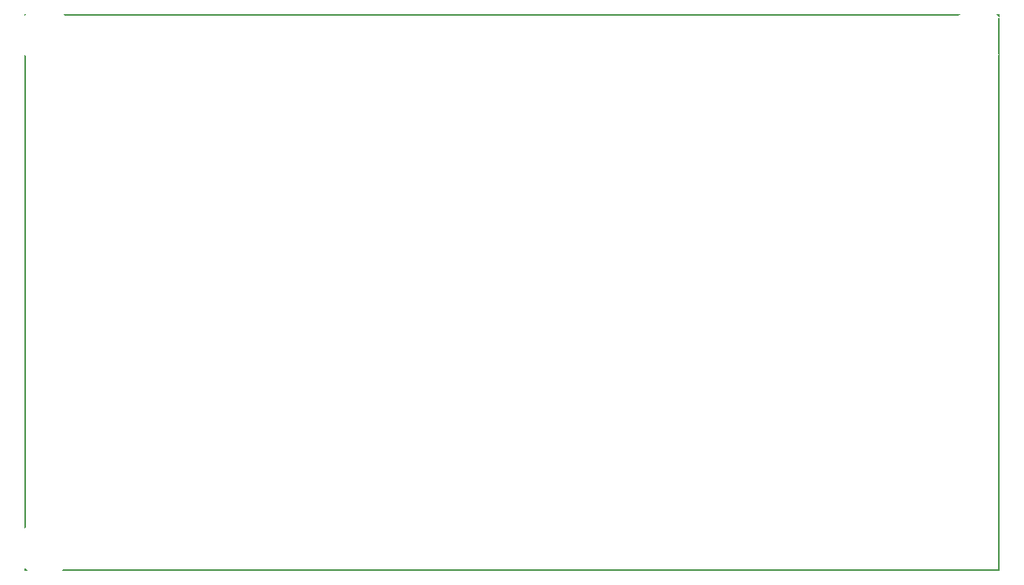
<source format=gbo>
G04 MADE WITH FRITZING*
G04 WWW.FRITZING.ORG*
G04 DOUBLE SIDED*
G04 HOLES PLATED*
G04 CONTOUR ON CENTER OF CONTOUR VECTOR*
%ASAXBY*%
%FSLAX23Y23*%
%MOIN*%
%OFA0B0*%
%SFA1.0B1.0*%
%ADD10R,0.001000X0.001000*%
%LNSILK0*%
G90*
G70*
G54D10*
X0Y2362D02*
X8Y2362D01*
X164Y2362D02*
X3967Y2362D01*
X4116Y2362D02*
X4132Y2362D01*
X0Y2361D02*
X7Y2361D01*
X165Y2361D02*
X3966Y2361D01*
X4117Y2361D02*
X4132Y2361D01*
X0Y2360D02*
X6Y2360D01*
X166Y2360D02*
X3964Y2360D01*
X4119Y2360D02*
X4132Y2360D01*
X0Y2359D02*
X5Y2359D01*
X167Y2359D02*
X3963Y2359D01*
X4120Y2359D02*
X4132Y2359D01*
X0Y2358D02*
X4Y2358D01*
X168Y2358D02*
X3962Y2358D01*
X4121Y2358D02*
X4132Y2358D01*
X0Y2357D02*
X3Y2357D01*
X169Y2357D02*
X3961Y2357D01*
X4122Y2357D02*
X4132Y2357D01*
X0Y2356D02*
X1Y2356D01*
X170Y2356D02*
X3960Y2356D01*
X4123Y2356D02*
X4132Y2356D01*
X0Y2355D02*
X0Y2355D01*
X171Y2355D02*
X3959Y2355D01*
X4124Y2355D02*
X4132Y2355D01*
X0Y2354D02*
X0Y2354D01*
X4125Y2354D02*
X4132Y2354D01*
X4126Y2353D02*
X4132Y2353D01*
X4127Y2352D02*
X4132Y2352D01*
X4128Y2351D02*
X4132Y2351D01*
X4129Y2350D02*
X4132Y2350D01*
X4130Y2349D02*
X4132Y2349D01*
X4131Y2348D02*
X4132Y2348D01*
X4132Y2347D02*
X4132Y2347D01*
X4125Y2345D02*
X4132Y2345D01*
X4125Y2344D02*
X4132Y2344D01*
X4125Y2343D02*
X4132Y2343D01*
X4125Y2342D02*
X4132Y2342D01*
X4125Y2341D02*
X4132Y2341D01*
X4125Y2340D02*
X4132Y2340D01*
X4125Y2339D02*
X4132Y2339D01*
X4125Y2338D02*
X4132Y2338D01*
X4125Y2337D02*
X4132Y2337D01*
X4125Y2336D02*
X4132Y2336D01*
X4125Y2335D02*
X4132Y2335D01*
X4125Y2334D02*
X4132Y2334D01*
X4125Y2333D02*
X4132Y2333D01*
X4125Y2332D02*
X4132Y2332D01*
X4125Y2331D02*
X4132Y2331D01*
X4125Y2330D02*
X4132Y2330D01*
X4125Y2329D02*
X4132Y2329D01*
X4125Y2328D02*
X4132Y2328D01*
X4125Y2327D02*
X4132Y2327D01*
X4125Y2326D02*
X4132Y2326D01*
X4125Y2325D02*
X4132Y2325D01*
X4125Y2324D02*
X4132Y2324D01*
X4125Y2323D02*
X4132Y2323D01*
X4125Y2322D02*
X4132Y2322D01*
X4125Y2321D02*
X4132Y2321D01*
X4125Y2320D02*
X4132Y2320D01*
X4125Y2319D02*
X4132Y2319D01*
X4125Y2318D02*
X4132Y2318D01*
X4125Y2317D02*
X4132Y2317D01*
X4125Y2316D02*
X4132Y2316D01*
X4125Y2315D02*
X4132Y2315D01*
X4125Y2314D02*
X4132Y2314D01*
X4125Y2313D02*
X4132Y2313D01*
X4125Y2312D02*
X4132Y2312D01*
X4125Y2311D02*
X4132Y2311D01*
X4125Y2310D02*
X4132Y2310D01*
X4125Y2309D02*
X4132Y2309D01*
X4125Y2308D02*
X4132Y2308D01*
X4125Y2307D02*
X4132Y2307D01*
X4125Y2306D02*
X4132Y2306D01*
X4125Y2305D02*
X4132Y2305D01*
X4125Y2304D02*
X4132Y2304D01*
X4125Y2303D02*
X4132Y2303D01*
X4125Y2302D02*
X4132Y2302D01*
X4125Y2301D02*
X4132Y2301D01*
X4125Y2300D02*
X4132Y2300D01*
X4125Y2299D02*
X4132Y2299D01*
X4125Y2298D02*
X4132Y2298D01*
X4125Y2297D02*
X4132Y2297D01*
X4125Y2296D02*
X4132Y2296D01*
X4125Y2295D02*
X4132Y2295D01*
X4125Y2294D02*
X4132Y2294D01*
X4125Y2293D02*
X4132Y2293D01*
X4125Y2292D02*
X4132Y2292D01*
X4125Y2291D02*
X4132Y2291D01*
X4125Y2290D02*
X4132Y2290D01*
X4125Y2289D02*
X4132Y2289D01*
X4125Y2288D02*
X4132Y2288D01*
X4125Y2287D02*
X4132Y2287D01*
X4125Y2286D02*
X4132Y2286D01*
X4125Y2285D02*
X4132Y2285D01*
X4125Y2284D02*
X4132Y2284D01*
X4125Y2283D02*
X4132Y2283D01*
X4125Y2282D02*
X4132Y2282D01*
X4125Y2281D02*
X4132Y2281D01*
X4125Y2280D02*
X4132Y2280D01*
X4125Y2279D02*
X4132Y2279D01*
X4125Y2278D02*
X4132Y2278D01*
X4125Y2277D02*
X4132Y2277D01*
X4125Y2276D02*
X4132Y2276D01*
X4125Y2275D02*
X4132Y2275D01*
X4125Y2274D02*
X4132Y2274D01*
X4125Y2273D02*
X4132Y2273D01*
X4125Y2272D02*
X4132Y2272D01*
X4125Y2271D02*
X4132Y2271D01*
X4125Y2270D02*
X4132Y2270D01*
X4125Y2269D02*
X4132Y2269D01*
X4125Y2268D02*
X4132Y2268D01*
X4125Y2267D02*
X4132Y2267D01*
X4125Y2266D02*
X4132Y2266D01*
X4125Y2265D02*
X4132Y2265D01*
X4125Y2264D02*
X4132Y2264D01*
X4125Y2263D02*
X4132Y2263D01*
X4125Y2262D02*
X4132Y2262D01*
X4125Y2261D02*
X4132Y2261D01*
X4125Y2260D02*
X4132Y2260D01*
X4125Y2259D02*
X4132Y2259D01*
X4125Y2258D02*
X4132Y2258D01*
X4125Y2257D02*
X4132Y2257D01*
X4125Y2256D02*
X4132Y2256D01*
X4125Y2255D02*
X4132Y2255D01*
X4125Y2254D02*
X4132Y2254D01*
X4125Y2253D02*
X4132Y2253D01*
X4125Y2252D02*
X4132Y2252D01*
X4125Y2251D02*
X4132Y2251D01*
X4125Y2250D02*
X4132Y2250D01*
X4125Y2249D02*
X4132Y2249D01*
X4125Y2248D02*
X4132Y2248D01*
X4125Y2247D02*
X4132Y2247D01*
X4125Y2246D02*
X4132Y2246D01*
X4125Y2245D02*
X4132Y2245D01*
X4125Y2244D02*
X4132Y2244D01*
X4125Y2243D02*
X4132Y2243D01*
X4125Y2242D02*
X4132Y2242D01*
X4125Y2241D02*
X4132Y2241D01*
X4125Y2240D02*
X4132Y2240D01*
X4125Y2239D02*
X4132Y2239D01*
X4125Y2238D02*
X4132Y2238D01*
X4125Y2237D02*
X4132Y2237D01*
X4125Y2236D02*
X4132Y2236D01*
X4125Y2235D02*
X4132Y2235D01*
X4125Y2234D02*
X4132Y2234D01*
X4125Y2233D02*
X4132Y2233D01*
X4125Y2232D02*
X4132Y2232D01*
X4125Y2231D02*
X4132Y2231D01*
X4125Y2230D02*
X4132Y2230D01*
X4125Y2229D02*
X4132Y2229D01*
X4125Y2228D02*
X4132Y2228D01*
X4125Y2227D02*
X4132Y2227D01*
X4125Y2226D02*
X4132Y2226D01*
X4125Y2225D02*
X4132Y2225D01*
X4125Y2224D02*
X4132Y2224D01*
X4125Y2223D02*
X4132Y2223D01*
X4125Y2222D02*
X4132Y2222D01*
X4125Y2221D02*
X4132Y2221D01*
X4125Y2220D02*
X4132Y2220D01*
X4125Y2219D02*
X4132Y2219D01*
X4125Y2218D02*
X4132Y2218D01*
X4125Y2217D02*
X4132Y2217D01*
X4125Y2216D02*
X4132Y2216D01*
X4125Y2215D02*
X4132Y2215D01*
X4125Y2214D02*
X4132Y2214D01*
X4125Y2213D02*
X4132Y2213D01*
X4125Y2212D02*
X4132Y2212D01*
X4125Y2211D02*
X4132Y2211D01*
X4125Y2210D02*
X4132Y2210D01*
X4125Y2209D02*
X4132Y2209D01*
X4125Y2208D02*
X4132Y2208D01*
X4125Y2207D02*
X4132Y2207D01*
X4125Y2206D02*
X4132Y2206D01*
X4125Y2205D02*
X4132Y2205D01*
X4125Y2204D02*
X4132Y2204D01*
X4125Y2203D02*
X4132Y2203D01*
X4125Y2202D02*
X4132Y2202D01*
X4125Y2201D02*
X4132Y2201D01*
X4125Y2200D02*
X4132Y2200D01*
X4125Y2199D02*
X4132Y2199D01*
X4125Y2198D02*
X4132Y2198D01*
X4125Y2197D02*
X4132Y2197D01*
X4125Y2196D02*
X4132Y2196D01*
X4125Y2195D02*
X4132Y2195D01*
X4125Y2194D02*
X4132Y2194D01*
X4125Y2193D02*
X4132Y2193D01*
X4132Y2191D02*
X4132Y2191D01*
X4131Y2190D02*
X4132Y2190D01*
X4130Y2189D02*
X4132Y2189D01*
X0Y2188D02*
X0Y2188D01*
X4129Y2188D02*
X4132Y2188D01*
X0Y2187D02*
X1Y2187D01*
X4129Y2187D02*
X4132Y2187D01*
X0Y2186D02*
X2Y2186D01*
X4128Y2186D02*
X4132Y2186D01*
X0Y2185D02*
X3Y2185D01*
X4127Y2185D02*
X4132Y2185D01*
X0Y2184D02*
X4Y2184D01*
X4126Y2184D02*
X4132Y2184D01*
X0Y2183D02*
X5Y2183D01*
X4125Y2183D02*
X4132Y2183D01*
X0Y2182D02*
X7Y2182D01*
X4125Y2182D02*
X4132Y2182D01*
X0Y2181D02*
X7Y2181D01*
X4125Y2181D02*
X4132Y2181D01*
X0Y2180D02*
X7Y2180D01*
X4125Y2180D02*
X4132Y2180D01*
X0Y2179D02*
X7Y2179D01*
X4125Y2179D02*
X4132Y2179D01*
X0Y2178D02*
X7Y2178D01*
X4125Y2178D02*
X4132Y2178D01*
X0Y2177D02*
X7Y2177D01*
X4125Y2177D02*
X4132Y2177D01*
X0Y2176D02*
X7Y2176D01*
X4125Y2176D02*
X4132Y2176D01*
X0Y2175D02*
X7Y2175D01*
X4125Y2175D02*
X4132Y2175D01*
X0Y2174D02*
X7Y2174D01*
X4125Y2174D02*
X4132Y2174D01*
X0Y2173D02*
X7Y2173D01*
X4125Y2173D02*
X4132Y2173D01*
X0Y2172D02*
X7Y2172D01*
X4125Y2172D02*
X4132Y2172D01*
X0Y2171D02*
X7Y2171D01*
X4125Y2171D02*
X4132Y2171D01*
X0Y2170D02*
X7Y2170D01*
X4125Y2170D02*
X4132Y2170D01*
X0Y2169D02*
X7Y2169D01*
X4125Y2169D02*
X4132Y2169D01*
X0Y2168D02*
X7Y2168D01*
X4125Y2168D02*
X4132Y2168D01*
X0Y2167D02*
X7Y2167D01*
X4125Y2167D02*
X4132Y2167D01*
X0Y2166D02*
X7Y2166D01*
X4125Y2166D02*
X4132Y2166D01*
X0Y2165D02*
X7Y2165D01*
X4125Y2165D02*
X4132Y2165D01*
X0Y2164D02*
X7Y2164D01*
X4125Y2164D02*
X4132Y2164D01*
X0Y2163D02*
X7Y2163D01*
X4125Y2163D02*
X4132Y2163D01*
X0Y2162D02*
X7Y2162D01*
X4125Y2162D02*
X4132Y2162D01*
X0Y2161D02*
X7Y2161D01*
X4125Y2161D02*
X4132Y2161D01*
X0Y2160D02*
X7Y2160D01*
X4125Y2160D02*
X4132Y2160D01*
X0Y2159D02*
X7Y2159D01*
X4125Y2159D02*
X4132Y2159D01*
X0Y2158D02*
X7Y2158D01*
X4125Y2158D02*
X4132Y2158D01*
X0Y2157D02*
X7Y2157D01*
X4125Y2157D02*
X4132Y2157D01*
X0Y2156D02*
X7Y2156D01*
X4125Y2156D02*
X4132Y2156D01*
X0Y2155D02*
X7Y2155D01*
X4125Y2155D02*
X4132Y2155D01*
X0Y2154D02*
X7Y2154D01*
X4125Y2154D02*
X4132Y2154D01*
X0Y2153D02*
X7Y2153D01*
X4125Y2153D02*
X4132Y2153D01*
X0Y2152D02*
X7Y2152D01*
X4125Y2152D02*
X4132Y2152D01*
X0Y2151D02*
X7Y2151D01*
X4125Y2151D02*
X4132Y2151D01*
X0Y2150D02*
X7Y2150D01*
X4125Y2150D02*
X4132Y2150D01*
X0Y2149D02*
X7Y2149D01*
X4125Y2149D02*
X4132Y2149D01*
X0Y2148D02*
X7Y2148D01*
X4125Y2148D02*
X4132Y2148D01*
X0Y2147D02*
X7Y2147D01*
X4125Y2147D02*
X4132Y2147D01*
X0Y2146D02*
X7Y2146D01*
X4125Y2146D02*
X4132Y2146D01*
X0Y2145D02*
X7Y2145D01*
X4125Y2145D02*
X4132Y2145D01*
X0Y2144D02*
X7Y2144D01*
X4125Y2144D02*
X4132Y2144D01*
X0Y2143D02*
X7Y2143D01*
X4125Y2143D02*
X4132Y2143D01*
X0Y2142D02*
X7Y2142D01*
X4125Y2142D02*
X4132Y2142D01*
X0Y2141D02*
X7Y2141D01*
X4125Y2141D02*
X4132Y2141D01*
X0Y2140D02*
X7Y2140D01*
X4125Y2140D02*
X4132Y2140D01*
X0Y2139D02*
X7Y2139D01*
X4125Y2139D02*
X4132Y2139D01*
X0Y2138D02*
X7Y2138D01*
X4125Y2138D02*
X4132Y2138D01*
X0Y2137D02*
X7Y2137D01*
X4125Y2137D02*
X4132Y2137D01*
X0Y2136D02*
X7Y2136D01*
X4125Y2136D02*
X4132Y2136D01*
X0Y2135D02*
X7Y2135D01*
X4125Y2135D02*
X4132Y2135D01*
X0Y2134D02*
X7Y2134D01*
X4125Y2134D02*
X4132Y2134D01*
X0Y2133D02*
X7Y2133D01*
X4125Y2133D02*
X4132Y2133D01*
X0Y2132D02*
X7Y2132D01*
X4125Y2132D02*
X4132Y2132D01*
X0Y2131D02*
X7Y2131D01*
X4125Y2131D02*
X4132Y2131D01*
X0Y2130D02*
X7Y2130D01*
X4125Y2130D02*
X4132Y2130D01*
X0Y2129D02*
X7Y2129D01*
X4125Y2129D02*
X4132Y2129D01*
X0Y2128D02*
X7Y2128D01*
X4125Y2128D02*
X4132Y2128D01*
X0Y2127D02*
X7Y2127D01*
X4125Y2127D02*
X4132Y2127D01*
X0Y2126D02*
X7Y2126D01*
X4125Y2126D02*
X4132Y2126D01*
X0Y2125D02*
X7Y2125D01*
X4125Y2125D02*
X4132Y2125D01*
X0Y2124D02*
X7Y2124D01*
X4125Y2124D02*
X4132Y2124D01*
X0Y2123D02*
X7Y2123D01*
X4125Y2123D02*
X4132Y2123D01*
X0Y2122D02*
X7Y2122D01*
X4125Y2122D02*
X4132Y2122D01*
X0Y2121D02*
X7Y2121D01*
X4125Y2121D02*
X4132Y2121D01*
X0Y2120D02*
X7Y2120D01*
X4125Y2120D02*
X4132Y2120D01*
X0Y2119D02*
X7Y2119D01*
X4125Y2119D02*
X4132Y2119D01*
X0Y2118D02*
X7Y2118D01*
X4125Y2118D02*
X4132Y2118D01*
X0Y2117D02*
X7Y2117D01*
X4125Y2117D02*
X4132Y2117D01*
X0Y2116D02*
X7Y2116D01*
X4125Y2116D02*
X4132Y2116D01*
X0Y2115D02*
X7Y2115D01*
X4125Y2115D02*
X4132Y2115D01*
X0Y2114D02*
X7Y2114D01*
X4125Y2114D02*
X4132Y2114D01*
X0Y2113D02*
X7Y2113D01*
X4125Y2113D02*
X4132Y2113D01*
X0Y2112D02*
X7Y2112D01*
X4125Y2112D02*
X4132Y2112D01*
X0Y2111D02*
X7Y2111D01*
X4125Y2111D02*
X4132Y2111D01*
X0Y2110D02*
X7Y2110D01*
X4125Y2110D02*
X4132Y2110D01*
X0Y2109D02*
X7Y2109D01*
X4125Y2109D02*
X4132Y2109D01*
X0Y2108D02*
X7Y2108D01*
X4125Y2108D02*
X4132Y2108D01*
X0Y2107D02*
X7Y2107D01*
X4125Y2107D02*
X4132Y2107D01*
X0Y2106D02*
X7Y2106D01*
X4125Y2106D02*
X4132Y2106D01*
X0Y2105D02*
X7Y2105D01*
X4125Y2105D02*
X4132Y2105D01*
X0Y2104D02*
X7Y2104D01*
X4125Y2104D02*
X4132Y2104D01*
X0Y2103D02*
X7Y2103D01*
X4125Y2103D02*
X4132Y2103D01*
X0Y2102D02*
X7Y2102D01*
X4125Y2102D02*
X4132Y2102D01*
X0Y2101D02*
X7Y2101D01*
X4125Y2101D02*
X4132Y2101D01*
X0Y2100D02*
X7Y2100D01*
X4125Y2100D02*
X4132Y2100D01*
X0Y2099D02*
X7Y2099D01*
X4125Y2099D02*
X4132Y2099D01*
X0Y2098D02*
X7Y2098D01*
X4125Y2098D02*
X4132Y2098D01*
X0Y2097D02*
X7Y2097D01*
X4125Y2097D02*
X4132Y2097D01*
X0Y2096D02*
X7Y2096D01*
X4125Y2096D02*
X4132Y2096D01*
X0Y2095D02*
X7Y2095D01*
X4125Y2095D02*
X4132Y2095D01*
X0Y2094D02*
X7Y2094D01*
X4125Y2094D02*
X4132Y2094D01*
X0Y2093D02*
X7Y2093D01*
X4125Y2093D02*
X4132Y2093D01*
X0Y2092D02*
X7Y2092D01*
X4125Y2092D02*
X4132Y2092D01*
X0Y2091D02*
X7Y2091D01*
X4125Y2091D02*
X4132Y2091D01*
X0Y2090D02*
X7Y2090D01*
X4125Y2090D02*
X4132Y2090D01*
X0Y2089D02*
X7Y2089D01*
X4125Y2089D02*
X4132Y2089D01*
X0Y2088D02*
X7Y2088D01*
X4125Y2088D02*
X4132Y2088D01*
X0Y2087D02*
X7Y2087D01*
X4125Y2087D02*
X4132Y2087D01*
X0Y2086D02*
X7Y2086D01*
X4125Y2086D02*
X4132Y2086D01*
X0Y2085D02*
X7Y2085D01*
X4125Y2085D02*
X4132Y2085D01*
X0Y2084D02*
X7Y2084D01*
X4125Y2084D02*
X4132Y2084D01*
X0Y2083D02*
X7Y2083D01*
X4125Y2083D02*
X4132Y2083D01*
X0Y2082D02*
X7Y2082D01*
X4125Y2082D02*
X4132Y2082D01*
X0Y2081D02*
X7Y2081D01*
X4125Y2081D02*
X4132Y2081D01*
X0Y2080D02*
X7Y2080D01*
X4125Y2080D02*
X4132Y2080D01*
X0Y2079D02*
X7Y2079D01*
X4125Y2079D02*
X4132Y2079D01*
X0Y2078D02*
X7Y2078D01*
X4125Y2078D02*
X4132Y2078D01*
X0Y2077D02*
X7Y2077D01*
X4125Y2077D02*
X4132Y2077D01*
X0Y2076D02*
X7Y2076D01*
X4125Y2076D02*
X4132Y2076D01*
X0Y2075D02*
X7Y2075D01*
X4125Y2075D02*
X4132Y2075D01*
X0Y2074D02*
X7Y2074D01*
X4125Y2074D02*
X4132Y2074D01*
X0Y2073D02*
X7Y2073D01*
X4125Y2073D02*
X4132Y2073D01*
X0Y2072D02*
X7Y2072D01*
X4125Y2072D02*
X4132Y2072D01*
X0Y2071D02*
X7Y2071D01*
X4125Y2071D02*
X4132Y2071D01*
X0Y2070D02*
X7Y2070D01*
X4125Y2070D02*
X4132Y2070D01*
X0Y2069D02*
X7Y2069D01*
X4125Y2069D02*
X4132Y2069D01*
X0Y2068D02*
X7Y2068D01*
X4125Y2068D02*
X4132Y2068D01*
X0Y2067D02*
X7Y2067D01*
X4125Y2067D02*
X4132Y2067D01*
X0Y2066D02*
X7Y2066D01*
X4125Y2066D02*
X4132Y2066D01*
X0Y2065D02*
X7Y2065D01*
X4125Y2065D02*
X4132Y2065D01*
X0Y2064D02*
X7Y2064D01*
X4125Y2064D02*
X4132Y2064D01*
X0Y2063D02*
X7Y2063D01*
X4125Y2063D02*
X4132Y2063D01*
X0Y2062D02*
X7Y2062D01*
X4125Y2062D02*
X4132Y2062D01*
X0Y2061D02*
X7Y2061D01*
X4125Y2061D02*
X4132Y2061D01*
X0Y2060D02*
X7Y2060D01*
X4125Y2060D02*
X4132Y2060D01*
X0Y2059D02*
X7Y2059D01*
X4125Y2059D02*
X4132Y2059D01*
X0Y2058D02*
X7Y2058D01*
X4125Y2058D02*
X4132Y2058D01*
X0Y2057D02*
X7Y2057D01*
X4125Y2057D02*
X4132Y2057D01*
X0Y2056D02*
X7Y2056D01*
X4125Y2056D02*
X4132Y2056D01*
X0Y2055D02*
X7Y2055D01*
X4125Y2055D02*
X4132Y2055D01*
X0Y2054D02*
X7Y2054D01*
X4125Y2054D02*
X4132Y2054D01*
X0Y2053D02*
X7Y2053D01*
X4125Y2053D02*
X4132Y2053D01*
X0Y2052D02*
X7Y2052D01*
X4125Y2052D02*
X4132Y2052D01*
X0Y2051D02*
X7Y2051D01*
X4125Y2051D02*
X4132Y2051D01*
X0Y2050D02*
X7Y2050D01*
X4125Y2050D02*
X4132Y2050D01*
X0Y2049D02*
X7Y2049D01*
X4125Y2049D02*
X4132Y2049D01*
X0Y2048D02*
X7Y2048D01*
X4125Y2048D02*
X4132Y2048D01*
X0Y2047D02*
X7Y2047D01*
X4125Y2047D02*
X4132Y2047D01*
X0Y2046D02*
X7Y2046D01*
X4125Y2046D02*
X4132Y2046D01*
X0Y2045D02*
X7Y2045D01*
X4125Y2045D02*
X4132Y2045D01*
X0Y2044D02*
X7Y2044D01*
X4125Y2044D02*
X4132Y2044D01*
X0Y2043D02*
X7Y2043D01*
X4125Y2043D02*
X4132Y2043D01*
X0Y2042D02*
X7Y2042D01*
X4125Y2042D02*
X4132Y2042D01*
X0Y2041D02*
X7Y2041D01*
X4125Y2041D02*
X4132Y2041D01*
X0Y2040D02*
X7Y2040D01*
X4125Y2040D02*
X4132Y2040D01*
X0Y2039D02*
X7Y2039D01*
X4125Y2039D02*
X4132Y2039D01*
X0Y2038D02*
X7Y2038D01*
X4125Y2038D02*
X4132Y2038D01*
X0Y2037D02*
X7Y2037D01*
X4125Y2037D02*
X4132Y2037D01*
X0Y2036D02*
X7Y2036D01*
X4125Y2036D02*
X4132Y2036D01*
X0Y2035D02*
X7Y2035D01*
X4125Y2035D02*
X4132Y2035D01*
X0Y2034D02*
X7Y2034D01*
X4125Y2034D02*
X4132Y2034D01*
X0Y2033D02*
X7Y2033D01*
X4125Y2033D02*
X4132Y2033D01*
X0Y2032D02*
X7Y2032D01*
X4125Y2032D02*
X4132Y2032D01*
X0Y2031D02*
X7Y2031D01*
X4125Y2031D02*
X4132Y2031D01*
X0Y2030D02*
X7Y2030D01*
X4125Y2030D02*
X4132Y2030D01*
X0Y2029D02*
X7Y2029D01*
X4125Y2029D02*
X4132Y2029D01*
X0Y2028D02*
X7Y2028D01*
X4125Y2028D02*
X4132Y2028D01*
X0Y2027D02*
X7Y2027D01*
X4125Y2027D02*
X4132Y2027D01*
X0Y2026D02*
X7Y2026D01*
X4125Y2026D02*
X4132Y2026D01*
X0Y2025D02*
X7Y2025D01*
X4125Y2025D02*
X4132Y2025D01*
X0Y2024D02*
X7Y2024D01*
X4125Y2024D02*
X4132Y2024D01*
X0Y2023D02*
X7Y2023D01*
X4125Y2023D02*
X4132Y2023D01*
X0Y2022D02*
X7Y2022D01*
X4125Y2022D02*
X4132Y2022D01*
X0Y2021D02*
X7Y2021D01*
X4125Y2021D02*
X4132Y2021D01*
X0Y2020D02*
X7Y2020D01*
X4125Y2020D02*
X4132Y2020D01*
X0Y2019D02*
X7Y2019D01*
X4125Y2019D02*
X4132Y2019D01*
X0Y2018D02*
X7Y2018D01*
X4125Y2018D02*
X4132Y2018D01*
X0Y2017D02*
X7Y2017D01*
X4125Y2017D02*
X4132Y2017D01*
X0Y2016D02*
X7Y2016D01*
X4125Y2016D02*
X4132Y2016D01*
X0Y2015D02*
X7Y2015D01*
X4125Y2015D02*
X4132Y2015D01*
X0Y2014D02*
X7Y2014D01*
X4125Y2014D02*
X4132Y2014D01*
X0Y2013D02*
X7Y2013D01*
X4125Y2013D02*
X4132Y2013D01*
X0Y2012D02*
X7Y2012D01*
X4125Y2012D02*
X4132Y2012D01*
X0Y2011D02*
X7Y2011D01*
X4125Y2011D02*
X4132Y2011D01*
X0Y2010D02*
X7Y2010D01*
X4125Y2010D02*
X4132Y2010D01*
X0Y2009D02*
X7Y2009D01*
X4125Y2009D02*
X4132Y2009D01*
X0Y2008D02*
X7Y2008D01*
X4125Y2008D02*
X4132Y2008D01*
X0Y2007D02*
X7Y2007D01*
X4125Y2007D02*
X4132Y2007D01*
X0Y2006D02*
X7Y2006D01*
X4125Y2006D02*
X4132Y2006D01*
X0Y2005D02*
X7Y2005D01*
X4125Y2005D02*
X4132Y2005D01*
X0Y2004D02*
X7Y2004D01*
X4125Y2004D02*
X4132Y2004D01*
X0Y2003D02*
X7Y2003D01*
X4125Y2003D02*
X4132Y2003D01*
X0Y2002D02*
X7Y2002D01*
X4125Y2002D02*
X4132Y2002D01*
X0Y2001D02*
X7Y2001D01*
X4125Y2001D02*
X4132Y2001D01*
X0Y2000D02*
X7Y2000D01*
X4125Y2000D02*
X4132Y2000D01*
X0Y1999D02*
X7Y1999D01*
X4125Y1999D02*
X4132Y1999D01*
X0Y1998D02*
X7Y1998D01*
X4125Y1998D02*
X4132Y1998D01*
X0Y1997D02*
X7Y1997D01*
X4125Y1997D02*
X4132Y1997D01*
X0Y1996D02*
X7Y1996D01*
X4125Y1996D02*
X4132Y1996D01*
X0Y1995D02*
X7Y1995D01*
X4125Y1995D02*
X4132Y1995D01*
X0Y1994D02*
X7Y1994D01*
X4125Y1994D02*
X4132Y1994D01*
X0Y1993D02*
X7Y1993D01*
X4125Y1993D02*
X4132Y1993D01*
X0Y1992D02*
X7Y1992D01*
X4125Y1992D02*
X4132Y1992D01*
X0Y1991D02*
X7Y1991D01*
X4125Y1991D02*
X4132Y1991D01*
X0Y1990D02*
X7Y1990D01*
X4125Y1990D02*
X4132Y1990D01*
X0Y1989D02*
X7Y1989D01*
X4125Y1989D02*
X4132Y1989D01*
X0Y1988D02*
X7Y1988D01*
X4125Y1988D02*
X4132Y1988D01*
X0Y1987D02*
X7Y1987D01*
X4125Y1987D02*
X4132Y1987D01*
X0Y1986D02*
X7Y1986D01*
X4125Y1986D02*
X4132Y1986D01*
X0Y1985D02*
X7Y1985D01*
X4125Y1985D02*
X4132Y1985D01*
X0Y1984D02*
X7Y1984D01*
X4125Y1984D02*
X4132Y1984D01*
X0Y1983D02*
X7Y1983D01*
X4125Y1983D02*
X4132Y1983D01*
X0Y1982D02*
X7Y1982D01*
X4125Y1982D02*
X4132Y1982D01*
X0Y1981D02*
X7Y1981D01*
X4125Y1981D02*
X4132Y1981D01*
X0Y1980D02*
X7Y1980D01*
X4125Y1980D02*
X4132Y1980D01*
X0Y1979D02*
X7Y1979D01*
X4125Y1979D02*
X4132Y1979D01*
X0Y1978D02*
X7Y1978D01*
X4125Y1978D02*
X4132Y1978D01*
X0Y1977D02*
X7Y1977D01*
X4125Y1977D02*
X4132Y1977D01*
X0Y1976D02*
X7Y1976D01*
X4125Y1976D02*
X4132Y1976D01*
X0Y1975D02*
X7Y1975D01*
X4125Y1975D02*
X4132Y1975D01*
X0Y1974D02*
X7Y1974D01*
X4125Y1974D02*
X4132Y1974D01*
X0Y1973D02*
X7Y1973D01*
X4125Y1973D02*
X4132Y1973D01*
X0Y1972D02*
X7Y1972D01*
X4125Y1972D02*
X4132Y1972D01*
X0Y1971D02*
X7Y1971D01*
X4125Y1971D02*
X4132Y1971D01*
X0Y1970D02*
X7Y1970D01*
X4125Y1970D02*
X4132Y1970D01*
X0Y1969D02*
X7Y1969D01*
X4125Y1969D02*
X4132Y1969D01*
X0Y1968D02*
X7Y1968D01*
X4125Y1968D02*
X4132Y1968D01*
X0Y1967D02*
X7Y1967D01*
X4125Y1967D02*
X4132Y1967D01*
X0Y1966D02*
X7Y1966D01*
X4125Y1966D02*
X4132Y1966D01*
X0Y1965D02*
X7Y1965D01*
X4125Y1965D02*
X4132Y1965D01*
X0Y1964D02*
X7Y1964D01*
X4125Y1964D02*
X4132Y1964D01*
X0Y1963D02*
X7Y1963D01*
X4125Y1963D02*
X4132Y1963D01*
X0Y1962D02*
X7Y1962D01*
X4125Y1962D02*
X4132Y1962D01*
X0Y1961D02*
X7Y1961D01*
X4125Y1961D02*
X4132Y1961D01*
X0Y1960D02*
X7Y1960D01*
X4125Y1960D02*
X4132Y1960D01*
X0Y1959D02*
X7Y1959D01*
X4125Y1959D02*
X4132Y1959D01*
X0Y1958D02*
X7Y1958D01*
X4125Y1958D02*
X4132Y1958D01*
X0Y1957D02*
X7Y1957D01*
X4125Y1957D02*
X4132Y1957D01*
X0Y1956D02*
X7Y1956D01*
X4125Y1956D02*
X4132Y1956D01*
X0Y1955D02*
X7Y1955D01*
X4125Y1955D02*
X4132Y1955D01*
X0Y1954D02*
X7Y1954D01*
X4125Y1954D02*
X4132Y1954D01*
X0Y1953D02*
X7Y1953D01*
X4125Y1953D02*
X4132Y1953D01*
X0Y1952D02*
X7Y1952D01*
X4125Y1952D02*
X4132Y1952D01*
X0Y1951D02*
X7Y1951D01*
X4125Y1951D02*
X4132Y1951D01*
X0Y1950D02*
X7Y1950D01*
X4125Y1950D02*
X4132Y1950D01*
X0Y1949D02*
X7Y1949D01*
X4125Y1949D02*
X4132Y1949D01*
X0Y1948D02*
X7Y1948D01*
X4125Y1948D02*
X4132Y1948D01*
X0Y1947D02*
X7Y1947D01*
X4125Y1947D02*
X4132Y1947D01*
X0Y1946D02*
X7Y1946D01*
X4125Y1946D02*
X4132Y1946D01*
X0Y1945D02*
X7Y1945D01*
X4125Y1945D02*
X4132Y1945D01*
X0Y1944D02*
X7Y1944D01*
X4125Y1944D02*
X4132Y1944D01*
X0Y1943D02*
X7Y1943D01*
X4125Y1943D02*
X4132Y1943D01*
X0Y1942D02*
X7Y1942D01*
X4125Y1942D02*
X4132Y1942D01*
X0Y1941D02*
X7Y1941D01*
X4125Y1941D02*
X4132Y1941D01*
X0Y1940D02*
X7Y1940D01*
X4125Y1940D02*
X4132Y1940D01*
X0Y1939D02*
X7Y1939D01*
X4125Y1939D02*
X4132Y1939D01*
X0Y1938D02*
X7Y1938D01*
X4125Y1938D02*
X4132Y1938D01*
X0Y1937D02*
X7Y1937D01*
X4125Y1937D02*
X4132Y1937D01*
X0Y1936D02*
X7Y1936D01*
X4125Y1936D02*
X4132Y1936D01*
X0Y1935D02*
X7Y1935D01*
X4125Y1935D02*
X4132Y1935D01*
X0Y1934D02*
X7Y1934D01*
X4125Y1934D02*
X4132Y1934D01*
X0Y1933D02*
X7Y1933D01*
X4125Y1933D02*
X4132Y1933D01*
X0Y1932D02*
X7Y1932D01*
X4125Y1932D02*
X4132Y1932D01*
X0Y1931D02*
X7Y1931D01*
X4125Y1931D02*
X4132Y1931D01*
X0Y1930D02*
X7Y1930D01*
X4125Y1930D02*
X4132Y1930D01*
X0Y1929D02*
X7Y1929D01*
X4125Y1929D02*
X4132Y1929D01*
X0Y1928D02*
X7Y1928D01*
X4125Y1928D02*
X4132Y1928D01*
X0Y1927D02*
X7Y1927D01*
X4125Y1927D02*
X4132Y1927D01*
X0Y1926D02*
X7Y1926D01*
X4125Y1926D02*
X4132Y1926D01*
X0Y1925D02*
X7Y1925D01*
X4125Y1925D02*
X4132Y1925D01*
X0Y1924D02*
X7Y1924D01*
X4125Y1924D02*
X4132Y1924D01*
X0Y1923D02*
X7Y1923D01*
X4125Y1923D02*
X4132Y1923D01*
X0Y1922D02*
X7Y1922D01*
X4125Y1922D02*
X4132Y1922D01*
X0Y1921D02*
X7Y1921D01*
X4125Y1921D02*
X4132Y1921D01*
X0Y1920D02*
X7Y1920D01*
X4125Y1920D02*
X4132Y1920D01*
X0Y1919D02*
X7Y1919D01*
X4125Y1919D02*
X4132Y1919D01*
X0Y1918D02*
X7Y1918D01*
X4125Y1918D02*
X4132Y1918D01*
X0Y1917D02*
X7Y1917D01*
X4125Y1917D02*
X4132Y1917D01*
X0Y1916D02*
X7Y1916D01*
X4125Y1916D02*
X4132Y1916D01*
X0Y1915D02*
X7Y1915D01*
X4125Y1915D02*
X4132Y1915D01*
X0Y1914D02*
X7Y1914D01*
X4125Y1914D02*
X4132Y1914D01*
X0Y1913D02*
X7Y1913D01*
X4125Y1913D02*
X4132Y1913D01*
X0Y1912D02*
X7Y1912D01*
X4125Y1912D02*
X4132Y1912D01*
X0Y1911D02*
X7Y1911D01*
X4125Y1911D02*
X4132Y1911D01*
X0Y1910D02*
X7Y1910D01*
X4125Y1910D02*
X4132Y1910D01*
X0Y1909D02*
X7Y1909D01*
X4125Y1909D02*
X4132Y1909D01*
X0Y1908D02*
X7Y1908D01*
X4125Y1908D02*
X4132Y1908D01*
X0Y1907D02*
X7Y1907D01*
X4125Y1907D02*
X4132Y1907D01*
X0Y1906D02*
X7Y1906D01*
X4125Y1906D02*
X4132Y1906D01*
X0Y1905D02*
X7Y1905D01*
X4125Y1905D02*
X4132Y1905D01*
X0Y1904D02*
X7Y1904D01*
X4125Y1904D02*
X4132Y1904D01*
X0Y1903D02*
X7Y1903D01*
X4125Y1903D02*
X4132Y1903D01*
X0Y1902D02*
X7Y1902D01*
X4125Y1902D02*
X4132Y1902D01*
X0Y1901D02*
X7Y1901D01*
X4125Y1901D02*
X4132Y1901D01*
X0Y1900D02*
X7Y1900D01*
X4125Y1900D02*
X4132Y1900D01*
X0Y1899D02*
X7Y1899D01*
X4125Y1899D02*
X4132Y1899D01*
X0Y1898D02*
X7Y1898D01*
X4125Y1898D02*
X4132Y1898D01*
X0Y1897D02*
X7Y1897D01*
X4125Y1897D02*
X4132Y1897D01*
X0Y1896D02*
X7Y1896D01*
X4125Y1896D02*
X4132Y1896D01*
X0Y1895D02*
X7Y1895D01*
X4125Y1895D02*
X4132Y1895D01*
X0Y1894D02*
X7Y1894D01*
X4125Y1894D02*
X4132Y1894D01*
X0Y1893D02*
X7Y1893D01*
X4125Y1893D02*
X4132Y1893D01*
X0Y1892D02*
X7Y1892D01*
X4125Y1892D02*
X4132Y1892D01*
X0Y1891D02*
X7Y1891D01*
X4125Y1891D02*
X4132Y1891D01*
X0Y1890D02*
X7Y1890D01*
X4125Y1890D02*
X4132Y1890D01*
X0Y1889D02*
X7Y1889D01*
X4125Y1889D02*
X4132Y1889D01*
X0Y1888D02*
X7Y1888D01*
X4125Y1888D02*
X4132Y1888D01*
X0Y1887D02*
X7Y1887D01*
X4125Y1887D02*
X4132Y1887D01*
X0Y1886D02*
X7Y1886D01*
X4125Y1886D02*
X4132Y1886D01*
X0Y1885D02*
X7Y1885D01*
X4125Y1885D02*
X4132Y1885D01*
X0Y1884D02*
X7Y1884D01*
X4125Y1884D02*
X4132Y1884D01*
X0Y1883D02*
X7Y1883D01*
X4125Y1883D02*
X4132Y1883D01*
X0Y1882D02*
X7Y1882D01*
X4125Y1882D02*
X4132Y1882D01*
X0Y1881D02*
X7Y1881D01*
X4125Y1881D02*
X4132Y1881D01*
X0Y1880D02*
X7Y1880D01*
X4125Y1880D02*
X4132Y1880D01*
X0Y1879D02*
X7Y1879D01*
X4125Y1879D02*
X4132Y1879D01*
X0Y1878D02*
X7Y1878D01*
X4125Y1878D02*
X4132Y1878D01*
X0Y1877D02*
X7Y1877D01*
X4125Y1877D02*
X4132Y1877D01*
X0Y1876D02*
X7Y1876D01*
X4125Y1876D02*
X4132Y1876D01*
X0Y1875D02*
X7Y1875D01*
X4125Y1875D02*
X4132Y1875D01*
X0Y1874D02*
X7Y1874D01*
X4125Y1874D02*
X4132Y1874D01*
X0Y1873D02*
X7Y1873D01*
X4125Y1873D02*
X4132Y1873D01*
X0Y1872D02*
X7Y1872D01*
X4125Y1872D02*
X4132Y1872D01*
X0Y1871D02*
X7Y1871D01*
X4125Y1871D02*
X4132Y1871D01*
X0Y1870D02*
X7Y1870D01*
X4125Y1870D02*
X4132Y1870D01*
X0Y1869D02*
X7Y1869D01*
X4125Y1869D02*
X4132Y1869D01*
X0Y1868D02*
X7Y1868D01*
X4125Y1868D02*
X4132Y1868D01*
X0Y1867D02*
X7Y1867D01*
X4125Y1867D02*
X4132Y1867D01*
X0Y1866D02*
X7Y1866D01*
X4125Y1866D02*
X4132Y1866D01*
X0Y1865D02*
X7Y1865D01*
X4125Y1865D02*
X4132Y1865D01*
X0Y1864D02*
X7Y1864D01*
X4125Y1864D02*
X4132Y1864D01*
X0Y1863D02*
X7Y1863D01*
X4125Y1863D02*
X4132Y1863D01*
X0Y1862D02*
X7Y1862D01*
X4125Y1862D02*
X4132Y1862D01*
X0Y1861D02*
X7Y1861D01*
X4125Y1861D02*
X4132Y1861D01*
X0Y1860D02*
X7Y1860D01*
X4125Y1860D02*
X4132Y1860D01*
X0Y1859D02*
X7Y1859D01*
X4125Y1859D02*
X4132Y1859D01*
X0Y1858D02*
X7Y1858D01*
X4125Y1858D02*
X4132Y1858D01*
X0Y1857D02*
X7Y1857D01*
X4125Y1857D02*
X4132Y1857D01*
X0Y1856D02*
X7Y1856D01*
X4125Y1856D02*
X4132Y1856D01*
X0Y1855D02*
X7Y1855D01*
X4125Y1855D02*
X4132Y1855D01*
X0Y1854D02*
X7Y1854D01*
X4125Y1854D02*
X4132Y1854D01*
X0Y1853D02*
X7Y1853D01*
X4125Y1853D02*
X4132Y1853D01*
X0Y1852D02*
X7Y1852D01*
X4125Y1852D02*
X4132Y1852D01*
X0Y1851D02*
X7Y1851D01*
X4125Y1851D02*
X4132Y1851D01*
X0Y1850D02*
X7Y1850D01*
X4125Y1850D02*
X4132Y1850D01*
X0Y1849D02*
X7Y1849D01*
X4125Y1849D02*
X4132Y1849D01*
X0Y1848D02*
X7Y1848D01*
X4125Y1848D02*
X4132Y1848D01*
X0Y1847D02*
X7Y1847D01*
X4125Y1847D02*
X4132Y1847D01*
X0Y1846D02*
X7Y1846D01*
X4125Y1846D02*
X4132Y1846D01*
X0Y1845D02*
X7Y1845D01*
X4125Y1845D02*
X4132Y1845D01*
X0Y1844D02*
X7Y1844D01*
X4125Y1844D02*
X4132Y1844D01*
X0Y1843D02*
X7Y1843D01*
X4125Y1843D02*
X4132Y1843D01*
X0Y1842D02*
X7Y1842D01*
X4125Y1842D02*
X4132Y1842D01*
X0Y1841D02*
X7Y1841D01*
X4125Y1841D02*
X4132Y1841D01*
X0Y1840D02*
X7Y1840D01*
X4125Y1840D02*
X4132Y1840D01*
X0Y1839D02*
X7Y1839D01*
X4125Y1839D02*
X4132Y1839D01*
X0Y1838D02*
X7Y1838D01*
X4125Y1838D02*
X4132Y1838D01*
X0Y1837D02*
X7Y1837D01*
X4125Y1837D02*
X4132Y1837D01*
X0Y1836D02*
X7Y1836D01*
X4125Y1836D02*
X4132Y1836D01*
X0Y1835D02*
X7Y1835D01*
X4125Y1835D02*
X4132Y1835D01*
X0Y1834D02*
X7Y1834D01*
X4125Y1834D02*
X4132Y1834D01*
X0Y1833D02*
X7Y1833D01*
X4125Y1833D02*
X4132Y1833D01*
X0Y1832D02*
X7Y1832D01*
X4125Y1832D02*
X4132Y1832D01*
X0Y1831D02*
X7Y1831D01*
X4125Y1831D02*
X4132Y1831D01*
X0Y1830D02*
X7Y1830D01*
X4125Y1830D02*
X4132Y1830D01*
X0Y1829D02*
X7Y1829D01*
X4125Y1829D02*
X4132Y1829D01*
X0Y1828D02*
X7Y1828D01*
X4125Y1828D02*
X4132Y1828D01*
X0Y1827D02*
X7Y1827D01*
X4125Y1827D02*
X4132Y1827D01*
X0Y1826D02*
X7Y1826D01*
X4125Y1826D02*
X4132Y1826D01*
X0Y1825D02*
X7Y1825D01*
X4125Y1825D02*
X4132Y1825D01*
X0Y1824D02*
X7Y1824D01*
X4125Y1824D02*
X4132Y1824D01*
X0Y1823D02*
X7Y1823D01*
X4125Y1823D02*
X4132Y1823D01*
X0Y1822D02*
X7Y1822D01*
X4125Y1822D02*
X4132Y1822D01*
X0Y1821D02*
X7Y1821D01*
X4125Y1821D02*
X4132Y1821D01*
X0Y1820D02*
X7Y1820D01*
X4125Y1820D02*
X4132Y1820D01*
X0Y1819D02*
X7Y1819D01*
X4125Y1819D02*
X4132Y1819D01*
X0Y1818D02*
X7Y1818D01*
X4125Y1818D02*
X4132Y1818D01*
X0Y1817D02*
X7Y1817D01*
X4125Y1817D02*
X4132Y1817D01*
X0Y1816D02*
X7Y1816D01*
X4125Y1816D02*
X4132Y1816D01*
X0Y1815D02*
X7Y1815D01*
X4125Y1815D02*
X4132Y1815D01*
X0Y1814D02*
X7Y1814D01*
X4125Y1814D02*
X4132Y1814D01*
X0Y1813D02*
X7Y1813D01*
X4125Y1813D02*
X4132Y1813D01*
X0Y1812D02*
X7Y1812D01*
X4125Y1812D02*
X4132Y1812D01*
X0Y1811D02*
X7Y1811D01*
X4125Y1811D02*
X4132Y1811D01*
X0Y1810D02*
X7Y1810D01*
X4125Y1810D02*
X4132Y1810D01*
X0Y1809D02*
X7Y1809D01*
X4125Y1809D02*
X4132Y1809D01*
X0Y1808D02*
X7Y1808D01*
X4125Y1808D02*
X4132Y1808D01*
X0Y1807D02*
X7Y1807D01*
X4125Y1807D02*
X4132Y1807D01*
X0Y1806D02*
X7Y1806D01*
X4125Y1806D02*
X4132Y1806D01*
X0Y1805D02*
X7Y1805D01*
X4125Y1805D02*
X4132Y1805D01*
X0Y1804D02*
X7Y1804D01*
X4125Y1804D02*
X4132Y1804D01*
X0Y1803D02*
X7Y1803D01*
X4125Y1803D02*
X4132Y1803D01*
X0Y1802D02*
X7Y1802D01*
X4125Y1802D02*
X4132Y1802D01*
X0Y1801D02*
X7Y1801D01*
X4125Y1801D02*
X4132Y1801D01*
X0Y1800D02*
X7Y1800D01*
X4125Y1800D02*
X4132Y1800D01*
X0Y1799D02*
X7Y1799D01*
X4125Y1799D02*
X4132Y1799D01*
X0Y1798D02*
X7Y1798D01*
X4125Y1798D02*
X4132Y1798D01*
X0Y1797D02*
X7Y1797D01*
X4125Y1797D02*
X4132Y1797D01*
X0Y1796D02*
X7Y1796D01*
X4125Y1796D02*
X4132Y1796D01*
X0Y1795D02*
X7Y1795D01*
X4125Y1795D02*
X4132Y1795D01*
X0Y1794D02*
X7Y1794D01*
X4125Y1794D02*
X4132Y1794D01*
X0Y1793D02*
X7Y1793D01*
X4125Y1793D02*
X4132Y1793D01*
X0Y1792D02*
X7Y1792D01*
X4125Y1792D02*
X4132Y1792D01*
X0Y1791D02*
X7Y1791D01*
X4125Y1791D02*
X4132Y1791D01*
X0Y1790D02*
X7Y1790D01*
X4125Y1790D02*
X4132Y1790D01*
X0Y1789D02*
X7Y1789D01*
X4125Y1789D02*
X4132Y1789D01*
X0Y1788D02*
X7Y1788D01*
X4125Y1788D02*
X4132Y1788D01*
X0Y1787D02*
X7Y1787D01*
X4125Y1787D02*
X4132Y1787D01*
X0Y1786D02*
X7Y1786D01*
X4125Y1786D02*
X4132Y1786D01*
X0Y1785D02*
X7Y1785D01*
X4125Y1785D02*
X4132Y1785D01*
X0Y1784D02*
X7Y1784D01*
X4125Y1784D02*
X4132Y1784D01*
X0Y1783D02*
X7Y1783D01*
X4125Y1783D02*
X4132Y1783D01*
X0Y1782D02*
X7Y1782D01*
X4125Y1782D02*
X4132Y1782D01*
X0Y1781D02*
X7Y1781D01*
X4125Y1781D02*
X4132Y1781D01*
X0Y1780D02*
X7Y1780D01*
X4125Y1780D02*
X4132Y1780D01*
X0Y1779D02*
X7Y1779D01*
X4125Y1779D02*
X4132Y1779D01*
X0Y1778D02*
X7Y1778D01*
X4125Y1778D02*
X4132Y1778D01*
X0Y1777D02*
X7Y1777D01*
X4125Y1777D02*
X4132Y1777D01*
X0Y1776D02*
X7Y1776D01*
X4125Y1776D02*
X4132Y1776D01*
X0Y1775D02*
X7Y1775D01*
X4125Y1775D02*
X4132Y1775D01*
X0Y1774D02*
X7Y1774D01*
X4125Y1774D02*
X4132Y1774D01*
X0Y1773D02*
X7Y1773D01*
X4125Y1773D02*
X4132Y1773D01*
X0Y1772D02*
X7Y1772D01*
X4125Y1772D02*
X4132Y1772D01*
X0Y1771D02*
X7Y1771D01*
X4125Y1771D02*
X4132Y1771D01*
X0Y1770D02*
X7Y1770D01*
X4125Y1770D02*
X4132Y1770D01*
X0Y1769D02*
X7Y1769D01*
X4125Y1769D02*
X4132Y1769D01*
X0Y1768D02*
X7Y1768D01*
X4125Y1768D02*
X4132Y1768D01*
X0Y1767D02*
X7Y1767D01*
X4125Y1767D02*
X4132Y1767D01*
X0Y1766D02*
X7Y1766D01*
X4125Y1766D02*
X4132Y1766D01*
X0Y1765D02*
X7Y1765D01*
X4125Y1765D02*
X4132Y1765D01*
X0Y1764D02*
X7Y1764D01*
X4125Y1764D02*
X4132Y1764D01*
X0Y1763D02*
X7Y1763D01*
X4125Y1763D02*
X4132Y1763D01*
X0Y1762D02*
X7Y1762D01*
X4125Y1762D02*
X4132Y1762D01*
X0Y1761D02*
X7Y1761D01*
X4125Y1761D02*
X4132Y1761D01*
X0Y1760D02*
X7Y1760D01*
X4125Y1760D02*
X4132Y1760D01*
X0Y1759D02*
X7Y1759D01*
X4125Y1759D02*
X4132Y1759D01*
X0Y1758D02*
X7Y1758D01*
X4125Y1758D02*
X4132Y1758D01*
X0Y1757D02*
X7Y1757D01*
X4125Y1757D02*
X4132Y1757D01*
X0Y1756D02*
X7Y1756D01*
X4125Y1756D02*
X4132Y1756D01*
X0Y1755D02*
X7Y1755D01*
X4125Y1755D02*
X4132Y1755D01*
X0Y1754D02*
X7Y1754D01*
X4125Y1754D02*
X4132Y1754D01*
X0Y1753D02*
X7Y1753D01*
X4125Y1753D02*
X4132Y1753D01*
X0Y1752D02*
X7Y1752D01*
X4125Y1752D02*
X4132Y1752D01*
X0Y1751D02*
X7Y1751D01*
X4125Y1751D02*
X4132Y1751D01*
X0Y1750D02*
X7Y1750D01*
X4125Y1750D02*
X4132Y1750D01*
X0Y1749D02*
X7Y1749D01*
X4125Y1749D02*
X4132Y1749D01*
X0Y1748D02*
X7Y1748D01*
X4125Y1748D02*
X4132Y1748D01*
X0Y1747D02*
X7Y1747D01*
X4125Y1747D02*
X4132Y1747D01*
X0Y1746D02*
X7Y1746D01*
X4125Y1746D02*
X4132Y1746D01*
X0Y1745D02*
X7Y1745D01*
X4125Y1745D02*
X4132Y1745D01*
X0Y1744D02*
X7Y1744D01*
X4125Y1744D02*
X4132Y1744D01*
X0Y1743D02*
X7Y1743D01*
X4125Y1743D02*
X4132Y1743D01*
X0Y1742D02*
X7Y1742D01*
X4125Y1742D02*
X4132Y1742D01*
X0Y1741D02*
X7Y1741D01*
X4125Y1741D02*
X4132Y1741D01*
X0Y1740D02*
X7Y1740D01*
X4125Y1740D02*
X4132Y1740D01*
X0Y1739D02*
X7Y1739D01*
X4125Y1739D02*
X4132Y1739D01*
X0Y1738D02*
X7Y1738D01*
X4125Y1738D02*
X4132Y1738D01*
X0Y1737D02*
X7Y1737D01*
X4125Y1737D02*
X4132Y1737D01*
X0Y1736D02*
X7Y1736D01*
X4125Y1736D02*
X4132Y1736D01*
X0Y1735D02*
X7Y1735D01*
X4125Y1735D02*
X4132Y1735D01*
X0Y1734D02*
X7Y1734D01*
X4125Y1734D02*
X4132Y1734D01*
X0Y1733D02*
X7Y1733D01*
X4125Y1733D02*
X4132Y1733D01*
X0Y1732D02*
X7Y1732D01*
X4125Y1732D02*
X4132Y1732D01*
X0Y1731D02*
X7Y1731D01*
X4125Y1731D02*
X4132Y1731D01*
X0Y1730D02*
X7Y1730D01*
X4125Y1730D02*
X4132Y1730D01*
X0Y1729D02*
X7Y1729D01*
X4125Y1729D02*
X4132Y1729D01*
X0Y1728D02*
X7Y1728D01*
X4125Y1728D02*
X4132Y1728D01*
X0Y1727D02*
X7Y1727D01*
X4125Y1727D02*
X4132Y1727D01*
X0Y1726D02*
X7Y1726D01*
X4125Y1726D02*
X4132Y1726D01*
X0Y1725D02*
X7Y1725D01*
X4125Y1725D02*
X4132Y1725D01*
X0Y1724D02*
X7Y1724D01*
X4125Y1724D02*
X4132Y1724D01*
X0Y1723D02*
X7Y1723D01*
X4125Y1723D02*
X4132Y1723D01*
X0Y1722D02*
X7Y1722D01*
X4125Y1722D02*
X4132Y1722D01*
X0Y1721D02*
X7Y1721D01*
X4125Y1721D02*
X4132Y1721D01*
X0Y1720D02*
X7Y1720D01*
X4125Y1720D02*
X4132Y1720D01*
X0Y1719D02*
X7Y1719D01*
X4125Y1719D02*
X4132Y1719D01*
X0Y1718D02*
X7Y1718D01*
X4125Y1718D02*
X4132Y1718D01*
X0Y1717D02*
X7Y1717D01*
X4125Y1717D02*
X4132Y1717D01*
X0Y1716D02*
X7Y1716D01*
X4125Y1716D02*
X4132Y1716D01*
X0Y1715D02*
X7Y1715D01*
X4125Y1715D02*
X4132Y1715D01*
X0Y1714D02*
X7Y1714D01*
X4125Y1714D02*
X4132Y1714D01*
X0Y1713D02*
X7Y1713D01*
X4125Y1713D02*
X4132Y1713D01*
X0Y1712D02*
X7Y1712D01*
X4125Y1712D02*
X4132Y1712D01*
X0Y1711D02*
X7Y1711D01*
X4125Y1711D02*
X4132Y1711D01*
X0Y1710D02*
X7Y1710D01*
X4125Y1710D02*
X4132Y1710D01*
X0Y1709D02*
X7Y1709D01*
X4125Y1709D02*
X4132Y1709D01*
X0Y1708D02*
X7Y1708D01*
X4125Y1708D02*
X4132Y1708D01*
X0Y1707D02*
X7Y1707D01*
X4125Y1707D02*
X4132Y1707D01*
X0Y1706D02*
X7Y1706D01*
X4125Y1706D02*
X4132Y1706D01*
X0Y1705D02*
X7Y1705D01*
X4125Y1705D02*
X4132Y1705D01*
X0Y1704D02*
X7Y1704D01*
X4125Y1704D02*
X4132Y1704D01*
X0Y1703D02*
X7Y1703D01*
X4125Y1703D02*
X4132Y1703D01*
X0Y1702D02*
X7Y1702D01*
X4125Y1702D02*
X4132Y1702D01*
X0Y1701D02*
X7Y1701D01*
X4125Y1701D02*
X4132Y1701D01*
X0Y1700D02*
X7Y1700D01*
X4125Y1700D02*
X4132Y1700D01*
X0Y1699D02*
X7Y1699D01*
X4125Y1699D02*
X4132Y1699D01*
X0Y1698D02*
X7Y1698D01*
X4125Y1698D02*
X4132Y1698D01*
X0Y1697D02*
X7Y1697D01*
X4125Y1697D02*
X4132Y1697D01*
X0Y1696D02*
X7Y1696D01*
X4125Y1696D02*
X4132Y1696D01*
X0Y1695D02*
X7Y1695D01*
X4125Y1695D02*
X4132Y1695D01*
X0Y1694D02*
X7Y1694D01*
X4125Y1694D02*
X4132Y1694D01*
X0Y1693D02*
X7Y1693D01*
X4125Y1693D02*
X4132Y1693D01*
X0Y1692D02*
X7Y1692D01*
X4125Y1692D02*
X4132Y1692D01*
X0Y1691D02*
X7Y1691D01*
X4125Y1691D02*
X4132Y1691D01*
X0Y1690D02*
X7Y1690D01*
X4125Y1690D02*
X4132Y1690D01*
X0Y1689D02*
X7Y1689D01*
X4125Y1689D02*
X4132Y1689D01*
X0Y1688D02*
X7Y1688D01*
X4125Y1688D02*
X4132Y1688D01*
X0Y1687D02*
X7Y1687D01*
X4125Y1687D02*
X4132Y1687D01*
X0Y1686D02*
X7Y1686D01*
X4125Y1686D02*
X4132Y1686D01*
X0Y1685D02*
X7Y1685D01*
X4125Y1685D02*
X4132Y1685D01*
X0Y1684D02*
X7Y1684D01*
X4125Y1684D02*
X4132Y1684D01*
X0Y1683D02*
X7Y1683D01*
X4125Y1683D02*
X4132Y1683D01*
X0Y1682D02*
X7Y1682D01*
X4125Y1682D02*
X4132Y1682D01*
X0Y1681D02*
X7Y1681D01*
X4125Y1681D02*
X4132Y1681D01*
X0Y1680D02*
X7Y1680D01*
X4125Y1680D02*
X4132Y1680D01*
X0Y1679D02*
X7Y1679D01*
X4125Y1679D02*
X4132Y1679D01*
X0Y1678D02*
X7Y1678D01*
X4125Y1678D02*
X4132Y1678D01*
X0Y1677D02*
X7Y1677D01*
X4125Y1677D02*
X4132Y1677D01*
X0Y1676D02*
X7Y1676D01*
X4125Y1676D02*
X4132Y1676D01*
X0Y1675D02*
X7Y1675D01*
X4125Y1675D02*
X4132Y1675D01*
X0Y1674D02*
X7Y1674D01*
X4125Y1674D02*
X4132Y1674D01*
X0Y1673D02*
X7Y1673D01*
X4125Y1673D02*
X4132Y1673D01*
X0Y1672D02*
X7Y1672D01*
X4125Y1672D02*
X4132Y1672D01*
X0Y1671D02*
X7Y1671D01*
X4125Y1671D02*
X4132Y1671D01*
X0Y1670D02*
X7Y1670D01*
X4125Y1670D02*
X4132Y1670D01*
X0Y1669D02*
X7Y1669D01*
X4125Y1669D02*
X4132Y1669D01*
X0Y1668D02*
X7Y1668D01*
X4125Y1668D02*
X4132Y1668D01*
X0Y1667D02*
X7Y1667D01*
X4125Y1667D02*
X4132Y1667D01*
X0Y1666D02*
X7Y1666D01*
X4125Y1666D02*
X4132Y1666D01*
X0Y1665D02*
X7Y1665D01*
X4125Y1665D02*
X4132Y1665D01*
X0Y1664D02*
X7Y1664D01*
X4125Y1664D02*
X4132Y1664D01*
X0Y1663D02*
X7Y1663D01*
X4125Y1663D02*
X4132Y1663D01*
X0Y1662D02*
X7Y1662D01*
X4125Y1662D02*
X4132Y1662D01*
X0Y1661D02*
X7Y1661D01*
X4125Y1661D02*
X4132Y1661D01*
X0Y1660D02*
X7Y1660D01*
X4125Y1660D02*
X4132Y1660D01*
X0Y1659D02*
X7Y1659D01*
X4125Y1659D02*
X4132Y1659D01*
X0Y1658D02*
X7Y1658D01*
X4125Y1658D02*
X4132Y1658D01*
X0Y1657D02*
X7Y1657D01*
X4125Y1657D02*
X4132Y1657D01*
X0Y1656D02*
X7Y1656D01*
X4125Y1656D02*
X4132Y1656D01*
X0Y1655D02*
X7Y1655D01*
X4125Y1655D02*
X4132Y1655D01*
X0Y1654D02*
X7Y1654D01*
X4125Y1654D02*
X4132Y1654D01*
X0Y1653D02*
X7Y1653D01*
X4125Y1653D02*
X4132Y1653D01*
X0Y1652D02*
X7Y1652D01*
X4125Y1652D02*
X4132Y1652D01*
X0Y1651D02*
X7Y1651D01*
X4125Y1651D02*
X4132Y1651D01*
X0Y1650D02*
X7Y1650D01*
X4125Y1650D02*
X4132Y1650D01*
X0Y1649D02*
X7Y1649D01*
X4125Y1649D02*
X4132Y1649D01*
X0Y1648D02*
X7Y1648D01*
X4125Y1648D02*
X4132Y1648D01*
X0Y1647D02*
X7Y1647D01*
X4125Y1647D02*
X4132Y1647D01*
X0Y1646D02*
X7Y1646D01*
X4125Y1646D02*
X4132Y1646D01*
X0Y1645D02*
X7Y1645D01*
X4125Y1645D02*
X4132Y1645D01*
X0Y1644D02*
X7Y1644D01*
X4125Y1644D02*
X4132Y1644D01*
X0Y1643D02*
X7Y1643D01*
X4125Y1643D02*
X4132Y1643D01*
X0Y1642D02*
X7Y1642D01*
X4125Y1642D02*
X4132Y1642D01*
X0Y1641D02*
X7Y1641D01*
X4125Y1641D02*
X4132Y1641D01*
X0Y1640D02*
X7Y1640D01*
X4125Y1640D02*
X4132Y1640D01*
X0Y1639D02*
X7Y1639D01*
X4125Y1639D02*
X4132Y1639D01*
X0Y1638D02*
X7Y1638D01*
X4125Y1638D02*
X4132Y1638D01*
X0Y1637D02*
X7Y1637D01*
X4125Y1637D02*
X4132Y1637D01*
X0Y1636D02*
X7Y1636D01*
X4125Y1636D02*
X4132Y1636D01*
X0Y1635D02*
X7Y1635D01*
X4125Y1635D02*
X4132Y1635D01*
X0Y1634D02*
X7Y1634D01*
X4125Y1634D02*
X4132Y1634D01*
X0Y1633D02*
X7Y1633D01*
X4125Y1633D02*
X4132Y1633D01*
X0Y1632D02*
X7Y1632D01*
X4125Y1632D02*
X4132Y1632D01*
X0Y1631D02*
X7Y1631D01*
X4125Y1631D02*
X4132Y1631D01*
X0Y1630D02*
X7Y1630D01*
X4125Y1630D02*
X4132Y1630D01*
X0Y1629D02*
X7Y1629D01*
X4125Y1629D02*
X4132Y1629D01*
X0Y1628D02*
X7Y1628D01*
X4125Y1628D02*
X4132Y1628D01*
X0Y1627D02*
X7Y1627D01*
X4125Y1627D02*
X4132Y1627D01*
X0Y1626D02*
X7Y1626D01*
X4125Y1626D02*
X4132Y1626D01*
X0Y1625D02*
X7Y1625D01*
X4125Y1625D02*
X4132Y1625D01*
X0Y1624D02*
X7Y1624D01*
X4125Y1624D02*
X4132Y1624D01*
X0Y1623D02*
X7Y1623D01*
X4125Y1623D02*
X4132Y1623D01*
X0Y1622D02*
X7Y1622D01*
X4125Y1622D02*
X4132Y1622D01*
X0Y1621D02*
X7Y1621D01*
X4125Y1621D02*
X4132Y1621D01*
X0Y1620D02*
X7Y1620D01*
X4125Y1620D02*
X4132Y1620D01*
X0Y1619D02*
X7Y1619D01*
X4125Y1619D02*
X4132Y1619D01*
X0Y1618D02*
X7Y1618D01*
X4125Y1618D02*
X4132Y1618D01*
X0Y1617D02*
X7Y1617D01*
X4125Y1617D02*
X4132Y1617D01*
X0Y1616D02*
X7Y1616D01*
X4125Y1616D02*
X4132Y1616D01*
X0Y1615D02*
X7Y1615D01*
X4125Y1615D02*
X4132Y1615D01*
X0Y1614D02*
X7Y1614D01*
X4125Y1614D02*
X4132Y1614D01*
X0Y1613D02*
X7Y1613D01*
X4125Y1613D02*
X4132Y1613D01*
X0Y1612D02*
X7Y1612D01*
X4125Y1612D02*
X4132Y1612D01*
X0Y1611D02*
X7Y1611D01*
X4125Y1611D02*
X4132Y1611D01*
X0Y1610D02*
X7Y1610D01*
X4125Y1610D02*
X4132Y1610D01*
X0Y1609D02*
X7Y1609D01*
X4125Y1609D02*
X4132Y1609D01*
X0Y1608D02*
X7Y1608D01*
X4125Y1608D02*
X4132Y1608D01*
X0Y1607D02*
X7Y1607D01*
X4125Y1607D02*
X4132Y1607D01*
X0Y1606D02*
X7Y1606D01*
X4125Y1606D02*
X4132Y1606D01*
X0Y1605D02*
X7Y1605D01*
X4125Y1605D02*
X4132Y1605D01*
X0Y1604D02*
X7Y1604D01*
X4125Y1604D02*
X4132Y1604D01*
X0Y1603D02*
X7Y1603D01*
X4125Y1603D02*
X4132Y1603D01*
X0Y1602D02*
X7Y1602D01*
X4125Y1602D02*
X4132Y1602D01*
X0Y1601D02*
X7Y1601D01*
X4125Y1601D02*
X4132Y1601D01*
X0Y1600D02*
X7Y1600D01*
X4125Y1600D02*
X4132Y1600D01*
X0Y1599D02*
X7Y1599D01*
X4125Y1599D02*
X4132Y1599D01*
X0Y1598D02*
X7Y1598D01*
X4125Y1598D02*
X4132Y1598D01*
X0Y1597D02*
X7Y1597D01*
X4125Y1597D02*
X4132Y1597D01*
X0Y1596D02*
X7Y1596D01*
X4125Y1596D02*
X4132Y1596D01*
X0Y1595D02*
X7Y1595D01*
X4125Y1595D02*
X4132Y1595D01*
X0Y1594D02*
X7Y1594D01*
X4125Y1594D02*
X4132Y1594D01*
X0Y1593D02*
X7Y1593D01*
X4125Y1593D02*
X4132Y1593D01*
X0Y1592D02*
X7Y1592D01*
X4125Y1592D02*
X4132Y1592D01*
X0Y1591D02*
X7Y1591D01*
X4125Y1591D02*
X4132Y1591D01*
X0Y1590D02*
X7Y1590D01*
X4125Y1590D02*
X4132Y1590D01*
X0Y1589D02*
X7Y1589D01*
X4125Y1589D02*
X4132Y1589D01*
X0Y1588D02*
X7Y1588D01*
X4125Y1588D02*
X4132Y1588D01*
X0Y1587D02*
X7Y1587D01*
X4125Y1587D02*
X4132Y1587D01*
X0Y1586D02*
X7Y1586D01*
X4125Y1586D02*
X4132Y1586D01*
X0Y1585D02*
X7Y1585D01*
X4125Y1585D02*
X4132Y1585D01*
X0Y1584D02*
X7Y1584D01*
X4125Y1584D02*
X4132Y1584D01*
X0Y1583D02*
X7Y1583D01*
X4125Y1583D02*
X4132Y1583D01*
X0Y1582D02*
X7Y1582D01*
X4125Y1582D02*
X4132Y1582D01*
X0Y1581D02*
X7Y1581D01*
X4125Y1581D02*
X4132Y1581D01*
X0Y1580D02*
X7Y1580D01*
X4125Y1580D02*
X4132Y1580D01*
X0Y1579D02*
X7Y1579D01*
X4125Y1579D02*
X4132Y1579D01*
X0Y1578D02*
X7Y1578D01*
X4125Y1578D02*
X4132Y1578D01*
X0Y1577D02*
X7Y1577D01*
X4125Y1577D02*
X4132Y1577D01*
X0Y1576D02*
X7Y1576D01*
X4125Y1576D02*
X4132Y1576D01*
X0Y1575D02*
X7Y1575D01*
X4125Y1575D02*
X4132Y1575D01*
X0Y1574D02*
X7Y1574D01*
X4125Y1574D02*
X4132Y1574D01*
X0Y1573D02*
X7Y1573D01*
X4125Y1573D02*
X4132Y1573D01*
X0Y1572D02*
X7Y1572D01*
X4125Y1572D02*
X4132Y1572D01*
X0Y1571D02*
X7Y1571D01*
X4125Y1571D02*
X4132Y1571D01*
X0Y1570D02*
X7Y1570D01*
X4125Y1570D02*
X4132Y1570D01*
X0Y1569D02*
X7Y1569D01*
X4125Y1569D02*
X4132Y1569D01*
X0Y1568D02*
X7Y1568D01*
X4125Y1568D02*
X4132Y1568D01*
X0Y1567D02*
X7Y1567D01*
X4125Y1567D02*
X4132Y1567D01*
X0Y1566D02*
X7Y1566D01*
X4125Y1566D02*
X4132Y1566D01*
X0Y1565D02*
X7Y1565D01*
X4125Y1565D02*
X4132Y1565D01*
X0Y1564D02*
X7Y1564D01*
X4125Y1564D02*
X4132Y1564D01*
X0Y1563D02*
X7Y1563D01*
X4125Y1563D02*
X4132Y1563D01*
X0Y1562D02*
X7Y1562D01*
X4125Y1562D02*
X4132Y1562D01*
X0Y1561D02*
X7Y1561D01*
X4125Y1561D02*
X4132Y1561D01*
X0Y1560D02*
X7Y1560D01*
X4125Y1560D02*
X4132Y1560D01*
X0Y1559D02*
X7Y1559D01*
X4125Y1559D02*
X4132Y1559D01*
X0Y1558D02*
X7Y1558D01*
X4125Y1558D02*
X4132Y1558D01*
X0Y1557D02*
X7Y1557D01*
X4125Y1557D02*
X4132Y1557D01*
X0Y1556D02*
X7Y1556D01*
X4125Y1556D02*
X4132Y1556D01*
X0Y1555D02*
X7Y1555D01*
X4125Y1555D02*
X4132Y1555D01*
X0Y1554D02*
X7Y1554D01*
X4125Y1554D02*
X4132Y1554D01*
X0Y1553D02*
X7Y1553D01*
X4125Y1553D02*
X4132Y1553D01*
X0Y1552D02*
X7Y1552D01*
X4125Y1552D02*
X4132Y1552D01*
X0Y1551D02*
X7Y1551D01*
X4125Y1551D02*
X4132Y1551D01*
X0Y1550D02*
X7Y1550D01*
X4125Y1550D02*
X4132Y1550D01*
X0Y1549D02*
X7Y1549D01*
X4125Y1549D02*
X4132Y1549D01*
X0Y1548D02*
X7Y1548D01*
X4125Y1548D02*
X4132Y1548D01*
X0Y1547D02*
X7Y1547D01*
X4125Y1547D02*
X4132Y1547D01*
X0Y1546D02*
X7Y1546D01*
X4125Y1546D02*
X4132Y1546D01*
X0Y1545D02*
X7Y1545D01*
X4125Y1545D02*
X4132Y1545D01*
X0Y1544D02*
X7Y1544D01*
X4125Y1544D02*
X4132Y1544D01*
X0Y1543D02*
X7Y1543D01*
X4125Y1543D02*
X4132Y1543D01*
X0Y1542D02*
X7Y1542D01*
X4125Y1542D02*
X4132Y1542D01*
X0Y1541D02*
X7Y1541D01*
X4125Y1541D02*
X4132Y1541D01*
X0Y1540D02*
X7Y1540D01*
X4125Y1540D02*
X4132Y1540D01*
X0Y1539D02*
X7Y1539D01*
X4125Y1539D02*
X4132Y1539D01*
X0Y1538D02*
X7Y1538D01*
X4125Y1538D02*
X4132Y1538D01*
X0Y1537D02*
X7Y1537D01*
X4125Y1537D02*
X4132Y1537D01*
X0Y1536D02*
X7Y1536D01*
X4125Y1536D02*
X4132Y1536D01*
X0Y1535D02*
X7Y1535D01*
X4125Y1535D02*
X4132Y1535D01*
X0Y1534D02*
X7Y1534D01*
X4125Y1534D02*
X4132Y1534D01*
X0Y1533D02*
X7Y1533D01*
X4125Y1533D02*
X4132Y1533D01*
X0Y1532D02*
X7Y1532D01*
X4125Y1532D02*
X4132Y1532D01*
X0Y1531D02*
X7Y1531D01*
X4125Y1531D02*
X4132Y1531D01*
X0Y1530D02*
X7Y1530D01*
X4125Y1530D02*
X4132Y1530D01*
X0Y1529D02*
X7Y1529D01*
X4125Y1529D02*
X4132Y1529D01*
X0Y1528D02*
X7Y1528D01*
X4125Y1528D02*
X4132Y1528D01*
X0Y1527D02*
X7Y1527D01*
X4125Y1527D02*
X4132Y1527D01*
X0Y1526D02*
X7Y1526D01*
X4125Y1526D02*
X4132Y1526D01*
X0Y1525D02*
X7Y1525D01*
X4125Y1525D02*
X4132Y1525D01*
X0Y1524D02*
X7Y1524D01*
X4125Y1524D02*
X4132Y1524D01*
X0Y1523D02*
X7Y1523D01*
X4125Y1523D02*
X4132Y1523D01*
X0Y1522D02*
X7Y1522D01*
X4125Y1522D02*
X4132Y1522D01*
X0Y1521D02*
X7Y1521D01*
X4125Y1521D02*
X4132Y1521D01*
X0Y1520D02*
X7Y1520D01*
X4125Y1520D02*
X4132Y1520D01*
X0Y1519D02*
X7Y1519D01*
X4125Y1519D02*
X4132Y1519D01*
X0Y1518D02*
X7Y1518D01*
X4125Y1518D02*
X4132Y1518D01*
X0Y1517D02*
X7Y1517D01*
X4125Y1517D02*
X4132Y1517D01*
X0Y1516D02*
X7Y1516D01*
X4125Y1516D02*
X4132Y1516D01*
X0Y1515D02*
X7Y1515D01*
X4125Y1515D02*
X4132Y1515D01*
X0Y1514D02*
X7Y1514D01*
X4125Y1514D02*
X4132Y1514D01*
X0Y1513D02*
X7Y1513D01*
X4125Y1513D02*
X4132Y1513D01*
X0Y1512D02*
X7Y1512D01*
X4125Y1512D02*
X4132Y1512D01*
X0Y1511D02*
X7Y1511D01*
X4125Y1511D02*
X4132Y1511D01*
X0Y1510D02*
X7Y1510D01*
X4125Y1510D02*
X4132Y1510D01*
X0Y1509D02*
X7Y1509D01*
X4125Y1509D02*
X4132Y1509D01*
X0Y1508D02*
X7Y1508D01*
X4125Y1508D02*
X4132Y1508D01*
X0Y1507D02*
X7Y1507D01*
X4125Y1507D02*
X4132Y1507D01*
X0Y1506D02*
X7Y1506D01*
X4125Y1506D02*
X4132Y1506D01*
X0Y1505D02*
X7Y1505D01*
X4125Y1505D02*
X4132Y1505D01*
X0Y1504D02*
X7Y1504D01*
X4125Y1504D02*
X4132Y1504D01*
X0Y1503D02*
X7Y1503D01*
X4125Y1503D02*
X4132Y1503D01*
X0Y1502D02*
X7Y1502D01*
X4125Y1502D02*
X4132Y1502D01*
X0Y1501D02*
X7Y1501D01*
X4125Y1501D02*
X4132Y1501D01*
X0Y1500D02*
X7Y1500D01*
X4125Y1500D02*
X4132Y1500D01*
X0Y1499D02*
X7Y1499D01*
X4125Y1499D02*
X4132Y1499D01*
X0Y1498D02*
X7Y1498D01*
X4125Y1498D02*
X4132Y1498D01*
X0Y1497D02*
X7Y1497D01*
X4125Y1497D02*
X4132Y1497D01*
X0Y1496D02*
X7Y1496D01*
X4125Y1496D02*
X4132Y1496D01*
X0Y1495D02*
X7Y1495D01*
X4125Y1495D02*
X4132Y1495D01*
X0Y1494D02*
X7Y1494D01*
X4125Y1494D02*
X4132Y1494D01*
X0Y1493D02*
X7Y1493D01*
X4125Y1493D02*
X4132Y1493D01*
X0Y1492D02*
X7Y1492D01*
X4125Y1492D02*
X4132Y1492D01*
X0Y1491D02*
X7Y1491D01*
X4125Y1491D02*
X4132Y1491D01*
X0Y1490D02*
X7Y1490D01*
X4125Y1490D02*
X4132Y1490D01*
X0Y1489D02*
X7Y1489D01*
X4125Y1489D02*
X4132Y1489D01*
X0Y1488D02*
X7Y1488D01*
X4125Y1488D02*
X4132Y1488D01*
X0Y1487D02*
X7Y1487D01*
X4125Y1487D02*
X4132Y1487D01*
X0Y1486D02*
X7Y1486D01*
X4125Y1486D02*
X4132Y1486D01*
X0Y1485D02*
X7Y1485D01*
X4125Y1485D02*
X4132Y1485D01*
X0Y1484D02*
X7Y1484D01*
X4125Y1484D02*
X4132Y1484D01*
X0Y1483D02*
X7Y1483D01*
X4125Y1483D02*
X4132Y1483D01*
X0Y1482D02*
X7Y1482D01*
X4125Y1482D02*
X4132Y1482D01*
X0Y1481D02*
X7Y1481D01*
X4125Y1481D02*
X4132Y1481D01*
X0Y1480D02*
X7Y1480D01*
X4125Y1480D02*
X4132Y1480D01*
X0Y1479D02*
X7Y1479D01*
X4125Y1479D02*
X4132Y1479D01*
X0Y1478D02*
X7Y1478D01*
X4125Y1478D02*
X4132Y1478D01*
X0Y1477D02*
X7Y1477D01*
X4125Y1477D02*
X4132Y1477D01*
X0Y1476D02*
X7Y1476D01*
X4125Y1476D02*
X4132Y1476D01*
X0Y1475D02*
X7Y1475D01*
X4125Y1475D02*
X4132Y1475D01*
X0Y1474D02*
X7Y1474D01*
X4125Y1474D02*
X4132Y1474D01*
X0Y1473D02*
X7Y1473D01*
X4125Y1473D02*
X4132Y1473D01*
X0Y1472D02*
X7Y1472D01*
X4125Y1472D02*
X4132Y1472D01*
X0Y1471D02*
X7Y1471D01*
X4125Y1471D02*
X4132Y1471D01*
X0Y1470D02*
X7Y1470D01*
X4125Y1470D02*
X4132Y1470D01*
X0Y1469D02*
X7Y1469D01*
X4125Y1469D02*
X4132Y1469D01*
X0Y1468D02*
X7Y1468D01*
X4125Y1468D02*
X4132Y1468D01*
X0Y1467D02*
X7Y1467D01*
X4125Y1467D02*
X4132Y1467D01*
X0Y1466D02*
X7Y1466D01*
X4125Y1466D02*
X4132Y1466D01*
X0Y1465D02*
X7Y1465D01*
X4125Y1465D02*
X4132Y1465D01*
X0Y1464D02*
X7Y1464D01*
X4125Y1464D02*
X4132Y1464D01*
X0Y1463D02*
X7Y1463D01*
X4125Y1463D02*
X4132Y1463D01*
X0Y1462D02*
X7Y1462D01*
X4125Y1462D02*
X4132Y1462D01*
X0Y1461D02*
X7Y1461D01*
X4125Y1461D02*
X4132Y1461D01*
X0Y1460D02*
X7Y1460D01*
X4125Y1460D02*
X4132Y1460D01*
X0Y1459D02*
X7Y1459D01*
X4125Y1459D02*
X4132Y1459D01*
X0Y1458D02*
X7Y1458D01*
X4125Y1458D02*
X4132Y1458D01*
X0Y1457D02*
X7Y1457D01*
X4125Y1457D02*
X4132Y1457D01*
X0Y1456D02*
X7Y1456D01*
X4125Y1456D02*
X4132Y1456D01*
X0Y1455D02*
X7Y1455D01*
X4125Y1455D02*
X4132Y1455D01*
X0Y1454D02*
X7Y1454D01*
X4125Y1454D02*
X4132Y1454D01*
X0Y1453D02*
X7Y1453D01*
X4125Y1453D02*
X4132Y1453D01*
X0Y1452D02*
X7Y1452D01*
X4125Y1452D02*
X4132Y1452D01*
X0Y1451D02*
X7Y1451D01*
X4125Y1451D02*
X4132Y1451D01*
X0Y1450D02*
X7Y1450D01*
X4125Y1450D02*
X4132Y1450D01*
X0Y1449D02*
X7Y1449D01*
X4125Y1449D02*
X4132Y1449D01*
X0Y1448D02*
X7Y1448D01*
X4125Y1448D02*
X4132Y1448D01*
X0Y1447D02*
X7Y1447D01*
X4125Y1447D02*
X4132Y1447D01*
X0Y1446D02*
X7Y1446D01*
X4125Y1446D02*
X4132Y1446D01*
X0Y1445D02*
X7Y1445D01*
X4125Y1445D02*
X4132Y1445D01*
X0Y1444D02*
X7Y1444D01*
X4125Y1444D02*
X4132Y1444D01*
X0Y1443D02*
X7Y1443D01*
X4125Y1443D02*
X4132Y1443D01*
X0Y1442D02*
X7Y1442D01*
X4125Y1442D02*
X4132Y1442D01*
X0Y1441D02*
X7Y1441D01*
X4125Y1441D02*
X4132Y1441D01*
X0Y1440D02*
X7Y1440D01*
X4125Y1440D02*
X4132Y1440D01*
X0Y1439D02*
X7Y1439D01*
X4125Y1439D02*
X4132Y1439D01*
X0Y1438D02*
X7Y1438D01*
X4125Y1438D02*
X4132Y1438D01*
X0Y1437D02*
X7Y1437D01*
X4125Y1437D02*
X4132Y1437D01*
X0Y1436D02*
X7Y1436D01*
X4125Y1436D02*
X4132Y1436D01*
X0Y1435D02*
X7Y1435D01*
X4125Y1435D02*
X4132Y1435D01*
X0Y1434D02*
X7Y1434D01*
X4125Y1434D02*
X4132Y1434D01*
X0Y1433D02*
X7Y1433D01*
X4125Y1433D02*
X4132Y1433D01*
X0Y1432D02*
X7Y1432D01*
X4125Y1432D02*
X4132Y1432D01*
X0Y1431D02*
X7Y1431D01*
X4125Y1431D02*
X4132Y1431D01*
X0Y1430D02*
X7Y1430D01*
X4125Y1430D02*
X4132Y1430D01*
X0Y1429D02*
X7Y1429D01*
X4125Y1429D02*
X4132Y1429D01*
X0Y1428D02*
X7Y1428D01*
X4125Y1428D02*
X4132Y1428D01*
X0Y1427D02*
X7Y1427D01*
X4125Y1427D02*
X4132Y1427D01*
X0Y1426D02*
X7Y1426D01*
X4125Y1426D02*
X4132Y1426D01*
X0Y1425D02*
X7Y1425D01*
X4125Y1425D02*
X4132Y1425D01*
X0Y1424D02*
X7Y1424D01*
X4125Y1424D02*
X4132Y1424D01*
X0Y1423D02*
X7Y1423D01*
X4125Y1423D02*
X4132Y1423D01*
X0Y1422D02*
X7Y1422D01*
X4125Y1422D02*
X4132Y1422D01*
X0Y1421D02*
X7Y1421D01*
X4125Y1421D02*
X4132Y1421D01*
X0Y1420D02*
X7Y1420D01*
X4125Y1420D02*
X4132Y1420D01*
X0Y1419D02*
X7Y1419D01*
X4125Y1419D02*
X4132Y1419D01*
X0Y1418D02*
X7Y1418D01*
X4125Y1418D02*
X4132Y1418D01*
X0Y1417D02*
X7Y1417D01*
X4125Y1417D02*
X4132Y1417D01*
X0Y1416D02*
X7Y1416D01*
X4125Y1416D02*
X4132Y1416D01*
X0Y1415D02*
X7Y1415D01*
X4125Y1415D02*
X4132Y1415D01*
X0Y1414D02*
X7Y1414D01*
X4125Y1414D02*
X4132Y1414D01*
X0Y1413D02*
X7Y1413D01*
X4125Y1413D02*
X4132Y1413D01*
X0Y1412D02*
X7Y1412D01*
X4125Y1412D02*
X4132Y1412D01*
X0Y1411D02*
X7Y1411D01*
X4125Y1411D02*
X4132Y1411D01*
X0Y1410D02*
X7Y1410D01*
X4125Y1410D02*
X4132Y1410D01*
X0Y1409D02*
X7Y1409D01*
X4125Y1409D02*
X4132Y1409D01*
X0Y1408D02*
X7Y1408D01*
X4125Y1408D02*
X4132Y1408D01*
X0Y1407D02*
X7Y1407D01*
X4125Y1407D02*
X4132Y1407D01*
X0Y1406D02*
X7Y1406D01*
X4125Y1406D02*
X4132Y1406D01*
X0Y1405D02*
X7Y1405D01*
X4125Y1405D02*
X4132Y1405D01*
X0Y1404D02*
X7Y1404D01*
X4125Y1404D02*
X4132Y1404D01*
X0Y1403D02*
X7Y1403D01*
X4125Y1403D02*
X4132Y1403D01*
X0Y1402D02*
X7Y1402D01*
X4125Y1402D02*
X4132Y1402D01*
X0Y1401D02*
X7Y1401D01*
X4125Y1401D02*
X4132Y1401D01*
X0Y1400D02*
X7Y1400D01*
X4125Y1400D02*
X4132Y1400D01*
X0Y1399D02*
X7Y1399D01*
X4125Y1399D02*
X4132Y1399D01*
X0Y1398D02*
X7Y1398D01*
X4125Y1398D02*
X4132Y1398D01*
X0Y1397D02*
X7Y1397D01*
X4125Y1397D02*
X4132Y1397D01*
X0Y1396D02*
X7Y1396D01*
X4125Y1396D02*
X4132Y1396D01*
X0Y1395D02*
X7Y1395D01*
X4125Y1395D02*
X4132Y1395D01*
X0Y1394D02*
X7Y1394D01*
X4125Y1394D02*
X4132Y1394D01*
X0Y1393D02*
X7Y1393D01*
X4125Y1393D02*
X4132Y1393D01*
X0Y1392D02*
X7Y1392D01*
X4125Y1392D02*
X4132Y1392D01*
X0Y1391D02*
X7Y1391D01*
X4125Y1391D02*
X4132Y1391D01*
X0Y1390D02*
X7Y1390D01*
X4125Y1390D02*
X4132Y1390D01*
X0Y1389D02*
X7Y1389D01*
X4125Y1389D02*
X4132Y1389D01*
X0Y1388D02*
X7Y1388D01*
X4125Y1388D02*
X4132Y1388D01*
X0Y1387D02*
X7Y1387D01*
X4125Y1387D02*
X4132Y1387D01*
X0Y1386D02*
X7Y1386D01*
X4125Y1386D02*
X4132Y1386D01*
X0Y1385D02*
X7Y1385D01*
X4125Y1385D02*
X4132Y1385D01*
X0Y1384D02*
X7Y1384D01*
X4125Y1384D02*
X4132Y1384D01*
X0Y1383D02*
X7Y1383D01*
X4125Y1383D02*
X4132Y1383D01*
X0Y1382D02*
X7Y1382D01*
X4125Y1382D02*
X4132Y1382D01*
X0Y1381D02*
X7Y1381D01*
X4125Y1381D02*
X4132Y1381D01*
X0Y1380D02*
X7Y1380D01*
X4125Y1380D02*
X4132Y1380D01*
X0Y1379D02*
X7Y1379D01*
X4125Y1379D02*
X4132Y1379D01*
X0Y1378D02*
X7Y1378D01*
X4125Y1378D02*
X4132Y1378D01*
X0Y1377D02*
X7Y1377D01*
X4125Y1377D02*
X4132Y1377D01*
X0Y1376D02*
X7Y1376D01*
X4125Y1376D02*
X4132Y1376D01*
X0Y1375D02*
X7Y1375D01*
X4125Y1375D02*
X4132Y1375D01*
X0Y1374D02*
X7Y1374D01*
X4125Y1374D02*
X4132Y1374D01*
X0Y1373D02*
X7Y1373D01*
X4125Y1373D02*
X4132Y1373D01*
X0Y1372D02*
X7Y1372D01*
X4125Y1372D02*
X4132Y1372D01*
X0Y1371D02*
X7Y1371D01*
X4125Y1371D02*
X4132Y1371D01*
X0Y1370D02*
X7Y1370D01*
X4125Y1370D02*
X4132Y1370D01*
X0Y1369D02*
X7Y1369D01*
X4125Y1369D02*
X4132Y1369D01*
X0Y1368D02*
X7Y1368D01*
X4125Y1368D02*
X4132Y1368D01*
X0Y1367D02*
X7Y1367D01*
X4125Y1367D02*
X4132Y1367D01*
X0Y1366D02*
X7Y1366D01*
X4125Y1366D02*
X4132Y1366D01*
X0Y1365D02*
X7Y1365D01*
X4125Y1365D02*
X4132Y1365D01*
X0Y1364D02*
X7Y1364D01*
X4125Y1364D02*
X4132Y1364D01*
X0Y1363D02*
X7Y1363D01*
X4125Y1363D02*
X4132Y1363D01*
X0Y1362D02*
X7Y1362D01*
X4125Y1362D02*
X4132Y1362D01*
X0Y1361D02*
X7Y1361D01*
X4125Y1361D02*
X4132Y1361D01*
X0Y1360D02*
X7Y1360D01*
X4125Y1360D02*
X4132Y1360D01*
X0Y1359D02*
X7Y1359D01*
X4125Y1359D02*
X4132Y1359D01*
X0Y1358D02*
X7Y1358D01*
X4125Y1358D02*
X4132Y1358D01*
X0Y1357D02*
X7Y1357D01*
X4125Y1357D02*
X4132Y1357D01*
X0Y1356D02*
X7Y1356D01*
X4125Y1356D02*
X4132Y1356D01*
X0Y1355D02*
X7Y1355D01*
X4125Y1355D02*
X4132Y1355D01*
X0Y1354D02*
X7Y1354D01*
X4125Y1354D02*
X4132Y1354D01*
X0Y1353D02*
X7Y1353D01*
X4125Y1353D02*
X4132Y1353D01*
X0Y1352D02*
X7Y1352D01*
X4125Y1352D02*
X4132Y1352D01*
X0Y1351D02*
X7Y1351D01*
X4125Y1351D02*
X4132Y1351D01*
X0Y1350D02*
X7Y1350D01*
X4125Y1350D02*
X4132Y1350D01*
X0Y1349D02*
X7Y1349D01*
X4125Y1349D02*
X4132Y1349D01*
X0Y1348D02*
X7Y1348D01*
X4125Y1348D02*
X4132Y1348D01*
X0Y1347D02*
X7Y1347D01*
X4125Y1347D02*
X4132Y1347D01*
X0Y1346D02*
X7Y1346D01*
X4125Y1346D02*
X4132Y1346D01*
X0Y1345D02*
X7Y1345D01*
X4125Y1345D02*
X4132Y1345D01*
X0Y1344D02*
X7Y1344D01*
X4125Y1344D02*
X4132Y1344D01*
X0Y1343D02*
X7Y1343D01*
X4125Y1343D02*
X4132Y1343D01*
X0Y1342D02*
X7Y1342D01*
X4125Y1342D02*
X4132Y1342D01*
X0Y1341D02*
X7Y1341D01*
X4125Y1341D02*
X4132Y1341D01*
X0Y1340D02*
X7Y1340D01*
X4125Y1340D02*
X4132Y1340D01*
X0Y1339D02*
X7Y1339D01*
X4125Y1339D02*
X4132Y1339D01*
X0Y1338D02*
X7Y1338D01*
X4125Y1338D02*
X4132Y1338D01*
X0Y1337D02*
X7Y1337D01*
X4125Y1337D02*
X4132Y1337D01*
X0Y1336D02*
X7Y1336D01*
X4125Y1336D02*
X4132Y1336D01*
X0Y1335D02*
X7Y1335D01*
X4125Y1335D02*
X4132Y1335D01*
X0Y1334D02*
X7Y1334D01*
X4125Y1334D02*
X4132Y1334D01*
X0Y1333D02*
X7Y1333D01*
X4125Y1333D02*
X4132Y1333D01*
X0Y1332D02*
X7Y1332D01*
X4125Y1332D02*
X4132Y1332D01*
X0Y1331D02*
X7Y1331D01*
X4125Y1331D02*
X4132Y1331D01*
X0Y1330D02*
X7Y1330D01*
X4125Y1330D02*
X4132Y1330D01*
X0Y1329D02*
X7Y1329D01*
X4125Y1329D02*
X4132Y1329D01*
X0Y1328D02*
X7Y1328D01*
X4125Y1328D02*
X4132Y1328D01*
X0Y1327D02*
X7Y1327D01*
X4125Y1327D02*
X4132Y1327D01*
X0Y1326D02*
X7Y1326D01*
X4125Y1326D02*
X4132Y1326D01*
X0Y1325D02*
X7Y1325D01*
X4125Y1325D02*
X4132Y1325D01*
X0Y1324D02*
X7Y1324D01*
X4125Y1324D02*
X4132Y1324D01*
X0Y1323D02*
X7Y1323D01*
X4125Y1323D02*
X4132Y1323D01*
X0Y1322D02*
X7Y1322D01*
X4125Y1322D02*
X4132Y1322D01*
X0Y1321D02*
X7Y1321D01*
X4125Y1321D02*
X4132Y1321D01*
X0Y1320D02*
X7Y1320D01*
X4125Y1320D02*
X4132Y1320D01*
X0Y1319D02*
X7Y1319D01*
X4125Y1319D02*
X4132Y1319D01*
X0Y1318D02*
X7Y1318D01*
X4125Y1318D02*
X4132Y1318D01*
X0Y1317D02*
X7Y1317D01*
X4125Y1317D02*
X4132Y1317D01*
X0Y1316D02*
X7Y1316D01*
X4125Y1316D02*
X4132Y1316D01*
X0Y1315D02*
X7Y1315D01*
X4125Y1315D02*
X4132Y1315D01*
X0Y1314D02*
X7Y1314D01*
X4125Y1314D02*
X4132Y1314D01*
X0Y1313D02*
X7Y1313D01*
X4125Y1313D02*
X4132Y1313D01*
X0Y1312D02*
X7Y1312D01*
X4125Y1312D02*
X4132Y1312D01*
X0Y1311D02*
X7Y1311D01*
X4125Y1311D02*
X4132Y1311D01*
X0Y1310D02*
X7Y1310D01*
X4125Y1310D02*
X4132Y1310D01*
X0Y1309D02*
X7Y1309D01*
X4125Y1309D02*
X4132Y1309D01*
X0Y1308D02*
X7Y1308D01*
X4125Y1308D02*
X4132Y1308D01*
X0Y1307D02*
X7Y1307D01*
X4125Y1307D02*
X4132Y1307D01*
X0Y1306D02*
X7Y1306D01*
X4125Y1306D02*
X4132Y1306D01*
X0Y1305D02*
X7Y1305D01*
X4125Y1305D02*
X4132Y1305D01*
X0Y1304D02*
X7Y1304D01*
X4125Y1304D02*
X4132Y1304D01*
X0Y1303D02*
X7Y1303D01*
X4125Y1303D02*
X4132Y1303D01*
X0Y1302D02*
X7Y1302D01*
X4125Y1302D02*
X4132Y1302D01*
X0Y1301D02*
X7Y1301D01*
X4125Y1301D02*
X4132Y1301D01*
X0Y1300D02*
X7Y1300D01*
X4125Y1300D02*
X4132Y1300D01*
X0Y1299D02*
X7Y1299D01*
X4125Y1299D02*
X4132Y1299D01*
X0Y1298D02*
X7Y1298D01*
X4125Y1298D02*
X4132Y1298D01*
X0Y1297D02*
X7Y1297D01*
X4125Y1297D02*
X4132Y1297D01*
X0Y1296D02*
X7Y1296D01*
X4125Y1296D02*
X4132Y1296D01*
X0Y1295D02*
X7Y1295D01*
X4125Y1295D02*
X4132Y1295D01*
X0Y1294D02*
X7Y1294D01*
X4125Y1294D02*
X4132Y1294D01*
X0Y1293D02*
X7Y1293D01*
X4125Y1293D02*
X4132Y1293D01*
X0Y1292D02*
X7Y1292D01*
X4125Y1292D02*
X4132Y1292D01*
X0Y1291D02*
X7Y1291D01*
X4125Y1291D02*
X4132Y1291D01*
X0Y1290D02*
X7Y1290D01*
X4125Y1290D02*
X4132Y1290D01*
X0Y1289D02*
X7Y1289D01*
X4125Y1289D02*
X4132Y1289D01*
X0Y1288D02*
X7Y1288D01*
X4125Y1288D02*
X4132Y1288D01*
X0Y1287D02*
X7Y1287D01*
X4125Y1287D02*
X4132Y1287D01*
X0Y1286D02*
X7Y1286D01*
X4125Y1286D02*
X4132Y1286D01*
X0Y1285D02*
X7Y1285D01*
X4125Y1285D02*
X4132Y1285D01*
X0Y1284D02*
X7Y1284D01*
X4125Y1284D02*
X4132Y1284D01*
X0Y1283D02*
X7Y1283D01*
X4125Y1283D02*
X4132Y1283D01*
X0Y1282D02*
X7Y1282D01*
X4125Y1282D02*
X4132Y1282D01*
X0Y1281D02*
X7Y1281D01*
X4125Y1281D02*
X4132Y1281D01*
X0Y1280D02*
X7Y1280D01*
X4125Y1280D02*
X4132Y1280D01*
X0Y1279D02*
X7Y1279D01*
X4125Y1279D02*
X4132Y1279D01*
X0Y1278D02*
X7Y1278D01*
X4125Y1278D02*
X4132Y1278D01*
X0Y1277D02*
X7Y1277D01*
X4125Y1277D02*
X4132Y1277D01*
X0Y1276D02*
X7Y1276D01*
X4125Y1276D02*
X4132Y1276D01*
X0Y1275D02*
X7Y1275D01*
X4125Y1275D02*
X4132Y1275D01*
X0Y1274D02*
X7Y1274D01*
X4125Y1274D02*
X4132Y1274D01*
X0Y1273D02*
X7Y1273D01*
X4125Y1273D02*
X4132Y1273D01*
X0Y1272D02*
X7Y1272D01*
X4125Y1272D02*
X4132Y1272D01*
X0Y1271D02*
X7Y1271D01*
X4125Y1271D02*
X4132Y1271D01*
X0Y1270D02*
X7Y1270D01*
X4125Y1270D02*
X4132Y1270D01*
X0Y1269D02*
X7Y1269D01*
X4125Y1269D02*
X4132Y1269D01*
X0Y1268D02*
X7Y1268D01*
X4125Y1268D02*
X4132Y1268D01*
X0Y1267D02*
X7Y1267D01*
X4125Y1267D02*
X4132Y1267D01*
X0Y1266D02*
X7Y1266D01*
X4125Y1266D02*
X4132Y1266D01*
X0Y1265D02*
X7Y1265D01*
X4125Y1265D02*
X4132Y1265D01*
X0Y1264D02*
X7Y1264D01*
X4125Y1264D02*
X4132Y1264D01*
X0Y1263D02*
X7Y1263D01*
X4125Y1263D02*
X4132Y1263D01*
X0Y1262D02*
X7Y1262D01*
X4125Y1262D02*
X4132Y1262D01*
X0Y1261D02*
X7Y1261D01*
X4125Y1261D02*
X4132Y1261D01*
X0Y1260D02*
X7Y1260D01*
X4125Y1260D02*
X4132Y1260D01*
X0Y1259D02*
X7Y1259D01*
X4125Y1259D02*
X4132Y1259D01*
X0Y1258D02*
X7Y1258D01*
X4125Y1258D02*
X4132Y1258D01*
X0Y1257D02*
X7Y1257D01*
X4125Y1257D02*
X4132Y1257D01*
X0Y1256D02*
X7Y1256D01*
X4125Y1256D02*
X4132Y1256D01*
X0Y1255D02*
X7Y1255D01*
X4125Y1255D02*
X4132Y1255D01*
X0Y1254D02*
X7Y1254D01*
X4125Y1254D02*
X4132Y1254D01*
X0Y1253D02*
X7Y1253D01*
X4125Y1253D02*
X4132Y1253D01*
X0Y1252D02*
X7Y1252D01*
X4125Y1252D02*
X4132Y1252D01*
X0Y1251D02*
X7Y1251D01*
X4125Y1251D02*
X4132Y1251D01*
X0Y1250D02*
X7Y1250D01*
X4125Y1250D02*
X4132Y1250D01*
X0Y1249D02*
X7Y1249D01*
X4125Y1249D02*
X4132Y1249D01*
X0Y1248D02*
X7Y1248D01*
X4125Y1248D02*
X4132Y1248D01*
X0Y1247D02*
X7Y1247D01*
X4125Y1247D02*
X4132Y1247D01*
X0Y1246D02*
X7Y1246D01*
X4125Y1246D02*
X4132Y1246D01*
X0Y1245D02*
X7Y1245D01*
X4125Y1245D02*
X4132Y1245D01*
X0Y1244D02*
X7Y1244D01*
X4125Y1244D02*
X4132Y1244D01*
X0Y1243D02*
X7Y1243D01*
X4125Y1243D02*
X4132Y1243D01*
X0Y1242D02*
X7Y1242D01*
X4125Y1242D02*
X4132Y1242D01*
X0Y1241D02*
X7Y1241D01*
X4125Y1241D02*
X4132Y1241D01*
X0Y1240D02*
X7Y1240D01*
X4125Y1240D02*
X4132Y1240D01*
X0Y1239D02*
X7Y1239D01*
X4125Y1239D02*
X4132Y1239D01*
X0Y1238D02*
X7Y1238D01*
X4125Y1238D02*
X4132Y1238D01*
X0Y1237D02*
X7Y1237D01*
X4125Y1237D02*
X4132Y1237D01*
X0Y1236D02*
X7Y1236D01*
X4125Y1236D02*
X4132Y1236D01*
X0Y1235D02*
X7Y1235D01*
X4125Y1235D02*
X4132Y1235D01*
X0Y1234D02*
X7Y1234D01*
X4125Y1234D02*
X4132Y1234D01*
X0Y1233D02*
X7Y1233D01*
X4125Y1233D02*
X4132Y1233D01*
X0Y1232D02*
X7Y1232D01*
X4125Y1232D02*
X4132Y1232D01*
X0Y1231D02*
X7Y1231D01*
X4125Y1231D02*
X4132Y1231D01*
X0Y1230D02*
X7Y1230D01*
X4125Y1230D02*
X4132Y1230D01*
X0Y1229D02*
X7Y1229D01*
X4125Y1229D02*
X4132Y1229D01*
X0Y1228D02*
X7Y1228D01*
X4125Y1228D02*
X4132Y1228D01*
X0Y1227D02*
X7Y1227D01*
X4125Y1227D02*
X4132Y1227D01*
X0Y1226D02*
X7Y1226D01*
X4125Y1226D02*
X4132Y1226D01*
X0Y1225D02*
X7Y1225D01*
X4125Y1225D02*
X4132Y1225D01*
X0Y1224D02*
X7Y1224D01*
X4125Y1224D02*
X4132Y1224D01*
X0Y1223D02*
X7Y1223D01*
X4125Y1223D02*
X4132Y1223D01*
X0Y1222D02*
X7Y1222D01*
X4125Y1222D02*
X4132Y1222D01*
X0Y1221D02*
X7Y1221D01*
X4125Y1221D02*
X4132Y1221D01*
X0Y1220D02*
X7Y1220D01*
X4125Y1220D02*
X4132Y1220D01*
X0Y1219D02*
X7Y1219D01*
X4125Y1219D02*
X4132Y1219D01*
X0Y1218D02*
X7Y1218D01*
X4125Y1218D02*
X4132Y1218D01*
X0Y1217D02*
X7Y1217D01*
X4125Y1217D02*
X4132Y1217D01*
X0Y1216D02*
X7Y1216D01*
X4125Y1216D02*
X4132Y1216D01*
X0Y1215D02*
X7Y1215D01*
X4125Y1215D02*
X4132Y1215D01*
X0Y1214D02*
X7Y1214D01*
X4125Y1214D02*
X4132Y1214D01*
X0Y1213D02*
X7Y1213D01*
X4125Y1213D02*
X4132Y1213D01*
X0Y1212D02*
X7Y1212D01*
X4125Y1212D02*
X4132Y1212D01*
X0Y1211D02*
X7Y1211D01*
X4125Y1211D02*
X4132Y1211D01*
X0Y1210D02*
X7Y1210D01*
X4125Y1210D02*
X4132Y1210D01*
X0Y1209D02*
X7Y1209D01*
X4125Y1209D02*
X4132Y1209D01*
X0Y1208D02*
X7Y1208D01*
X4125Y1208D02*
X4132Y1208D01*
X0Y1207D02*
X7Y1207D01*
X4125Y1207D02*
X4132Y1207D01*
X0Y1206D02*
X7Y1206D01*
X4125Y1206D02*
X4132Y1206D01*
X0Y1205D02*
X7Y1205D01*
X4125Y1205D02*
X4132Y1205D01*
X0Y1204D02*
X7Y1204D01*
X4125Y1204D02*
X4132Y1204D01*
X0Y1203D02*
X7Y1203D01*
X4125Y1203D02*
X4132Y1203D01*
X0Y1202D02*
X7Y1202D01*
X4125Y1202D02*
X4132Y1202D01*
X0Y1201D02*
X7Y1201D01*
X4125Y1201D02*
X4132Y1201D01*
X0Y1200D02*
X7Y1200D01*
X4125Y1200D02*
X4132Y1200D01*
X0Y1199D02*
X7Y1199D01*
X4125Y1199D02*
X4132Y1199D01*
X0Y1198D02*
X7Y1198D01*
X4125Y1198D02*
X4132Y1198D01*
X0Y1197D02*
X7Y1197D01*
X4125Y1197D02*
X4132Y1197D01*
X0Y1196D02*
X7Y1196D01*
X4125Y1196D02*
X4132Y1196D01*
X0Y1195D02*
X7Y1195D01*
X4125Y1195D02*
X4132Y1195D01*
X0Y1194D02*
X7Y1194D01*
X4125Y1194D02*
X4132Y1194D01*
X0Y1193D02*
X7Y1193D01*
X4125Y1193D02*
X4132Y1193D01*
X0Y1192D02*
X7Y1192D01*
X4125Y1192D02*
X4132Y1192D01*
X0Y1191D02*
X7Y1191D01*
X4125Y1191D02*
X4132Y1191D01*
X0Y1190D02*
X7Y1190D01*
X4125Y1190D02*
X4132Y1190D01*
X0Y1189D02*
X7Y1189D01*
X4125Y1189D02*
X4132Y1189D01*
X0Y1188D02*
X7Y1188D01*
X4125Y1188D02*
X4132Y1188D01*
X0Y1187D02*
X7Y1187D01*
X4125Y1187D02*
X4132Y1187D01*
X0Y1186D02*
X7Y1186D01*
X4125Y1186D02*
X4132Y1186D01*
X0Y1185D02*
X7Y1185D01*
X4125Y1185D02*
X4132Y1185D01*
X0Y1184D02*
X7Y1184D01*
X4125Y1184D02*
X4132Y1184D01*
X0Y1183D02*
X7Y1183D01*
X4125Y1183D02*
X4132Y1183D01*
X0Y1182D02*
X7Y1182D01*
X4125Y1182D02*
X4132Y1182D01*
X0Y1181D02*
X7Y1181D01*
X4125Y1181D02*
X4132Y1181D01*
X0Y1180D02*
X7Y1180D01*
X4125Y1180D02*
X4132Y1180D01*
X0Y1179D02*
X7Y1179D01*
X4125Y1179D02*
X4132Y1179D01*
X0Y1178D02*
X7Y1178D01*
X4125Y1178D02*
X4132Y1178D01*
X0Y1177D02*
X7Y1177D01*
X4125Y1177D02*
X4132Y1177D01*
X0Y1176D02*
X7Y1176D01*
X4125Y1176D02*
X4132Y1176D01*
X0Y1175D02*
X7Y1175D01*
X4125Y1175D02*
X4132Y1175D01*
X0Y1174D02*
X7Y1174D01*
X4125Y1174D02*
X4132Y1174D01*
X0Y1173D02*
X7Y1173D01*
X4125Y1173D02*
X4132Y1173D01*
X0Y1172D02*
X7Y1172D01*
X4125Y1172D02*
X4132Y1172D01*
X0Y1171D02*
X7Y1171D01*
X4125Y1171D02*
X4132Y1171D01*
X0Y1170D02*
X7Y1170D01*
X4125Y1170D02*
X4132Y1170D01*
X0Y1169D02*
X7Y1169D01*
X4125Y1169D02*
X4132Y1169D01*
X0Y1168D02*
X7Y1168D01*
X4125Y1168D02*
X4132Y1168D01*
X0Y1167D02*
X7Y1167D01*
X4125Y1167D02*
X4132Y1167D01*
X0Y1166D02*
X7Y1166D01*
X4125Y1166D02*
X4132Y1166D01*
X0Y1165D02*
X7Y1165D01*
X4125Y1165D02*
X4132Y1165D01*
X0Y1164D02*
X7Y1164D01*
X4125Y1164D02*
X4132Y1164D01*
X0Y1163D02*
X7Y1163D01*
X4125Y1163D02*
X4132Y1163D01*
X0Y1162D02*
X7Y1162D01*
X4125Y1162D02*
X4132Y1162D01*
X0Y1161D02*
X7Y1161D01*
X4125Y1161D02*
X4132Y1161D01*
X0Y1160D02*
X7Y1160D01*
X4125Y1160D02*
X4132Y1160D01*
X0Y1159D02*
X7Y1159D01*
X4125Y1159D02*
X4132Y1159D01*
X0Y1158D02*
X7Y1158D01*
X4125Y1158D02*
X4132Y1158D01*
X0Y1157D02*
X7Y1157D01*
X4125Y1157D02*
X4132Y1157D01*
X0Y1156D02*
X7Y1156D01*
X4125Y1156D02*
X4132Y1156D01*
X0Y1155D02*
X7Y1155D01*
X4125Y1155D02*
X4132Y1155D01*
X0Y1154D02*
X7Y1154D01*
X4125Y1154D02*
X4132Y1154D01*
X0Y1153D02*
X7Y1153D01*
X4125Y1153D02*
X4132Y1153D01*
X0Y1152D02*
X7Y1152D01*
X4125Y1152D02*
X4132Y1152D01*
X0Y1151D02*
X7Y1151D01*
X4125Y1151D02*
X4132Y1151D01*
X0Y1150D02*
X7Y1150D01*
X4125Y1150D02*
X4132Y1150D01*
X0Y1149D02*
X7Y1149D01*
X4125Y1149D02*
X4132Y1149D01*
X0Y1148D02*
X7Y1148D01*
X4125Y1148D02*
X4132Y1148D01*
X0Y1147D02*
X7Y1147D01*
X4125Y1147D02*
X4132Y1147D01*
X0Y1146D02*
X7Y1146D01*
X4125Y1146D02*
X4132Y1146D01*
X0Y1145D02*
X7Y1145D01*
X4125Y1145D02*
X4132Y1145D01*
X0Y1144D02*
X7Y1144D01*
X4125Y1144D02*
X4132Y1144D01*
X0Y1143D02*
X7Y1143D01*
X4125Y1143D02*
X4132Y1143D01*
X0Y1142D02*
X7Y1142D01*
X4125Y1142D02*
X4132Y1142D01*
X0Y1141D02*
X7Y1141D01*
X4125Y1141D02*
X4132Y1141D01*
X0Y1140D02*
X7Y1140D01*
X4125Y1140D02*
X4132Y1140D01*
X0Y1139D02*
X7Y1139D01*
X4125Y1139D02*
X4132Y1139D01*
X0Y1138D02*
X7Y1138D01*
X4125Y1138D02*
X4132Y1138D01*
X0Y1137D02*
X7Y1137D01*
X4125Y1137D02*
X4132Y1137D01*
X0Y1136D02*
X7Y1136D01*
X4125Y1136D02*
X4132Y1136D01*
X0Y1135D02*
X7Y1135D01*
X4125Y1135D02*
X4132Y1135D01*
X0Y1134D02*
X7Y1134D01*
X4125Y1134D02*
X4132Y1134D01*
X0Y1133D02*
X7Y1133D01*
X4125Y1133D02*
X4132Y1133D01*
X0Y1132D02*
X7Y1132D01*
X4125Y1132D02*
X4132Y1132D01*
X0Y1131D02*
X7Y1131D01*
X4125Y1131D02*
X4132Y1131D01*
X0Y1130D02*
X7Y1130D01*
X4125Y1130D02*
X4132Y1130D01*
X0Y1129D02*
X7Y1129D01*
X4125Y1129D02*
X4132Y1129D01*
X0Y1128D02*
X7Y1128D01*
X4125Y1128D02*
X4132Y1128D01*
X0Y1127D02*
X7Y1127D01*
X4125Y1127D02*
X4132Y1127D01*
X0Y1126D02*
X7Y1126D01*
X4125Y1126D02*
X4132Y1126D01*
X0Y1125D02*
X7Y1125D01*
X4125Y1125D02*
X4132Y1125D01*
X0Y1124D02*
X7Y1124D01*
X4125Y1124D02*
X4132Y1124D01*
X0Y1123D02*
X7Y1123D01*
X4125Y1123D02*
X4132Y1123D01*
X0Y1122D02*
X7Y1122D01*
X4125Y1122D02*
X4132Y1122D01*
X0Y1121D02*
X7Y1121D01*
X4125Y1121D02*
X4132Y1121D01*
X0Y1120D02*
X7Y1120D01*
X4125Y1120D02*
X4132Y1120D01*
X0Y1119D02*
X7Y1119D01*
X4125Y1119D02*
X4132Y1119D01*
X0Y1118D02*
X7Y1118D01*
X4125Y1118D02*
X4132Y1118D01*
X0Y1117D02*
X7Y1117D01*
X4125Y1117D02*
X4132Y1117D01*
X0Y1116D02*
X7Y1116D01*
X4125Y1116D02*
X4132Y1116D01*
X0Y1115D02*
X7Y1115D01*
X4125Y1115D02*
X4132Y1115D01*
X0Y1114D02*
X7Y1114D01*
X4125Y1114D02*
X4132Y1114D01*
X0Y1113D02*
X7Y1113D01*
X4125Y1113D02*
X4132Y1113D01*
X0Y1112D02*
X7Y1112D01*
X4125Y1112D02*
X4132Y1112D01*
X0Y1111D02*
X7Y1111D01*
X4125Y1111D02*
X4132Y1111D01*
X0Y1110D02*
X7Y1110D01*
X4125Y1110D02*
X4132Y1110D01*
X0Y1109D02*
X7Y1109D01*
X4125Y1109D02*
X4132Y1109D01*
X0Y1108D02*
X7Y1108D01*
X4125Y1108D02*
X4132Y1108D01*
X0Y1107D02*
X7Y1107D01*
X4125Y1107D02*
X4132Y1107D01*
X0Y1106D02*
X7Y1106D01*
X4125Y1106D02*
X4132Y1106D01*
X0Y1105D02*
X7Y1105D01*
X4125Y1105D02*
X4132Y1105D01*
X0Y1104D02*
X7Y1104D01*
X4125Y1104D02*
X4132Y1104D01*
X0Y1103D02*
X7Y1103D01*
X4125Y1103D02*
X4132Y1103D01*
X0Y1102D02*
X7Y1102D01*
X4125Y1102D02*
X4132Y1102D01*
X0Y1101D02*
X7Y1101D01*
X4125Y1101D02*
X4132Y1101D01*
X0Y1100D02*
X7Y1100D01*
X4125Y1100D02*
X4132Y1100D01*
X0Y1099D02*
X7Y1099D01*
X4125Y1099D02*
X4132Y1099D01*
X0Y1098D02*
X7Y1098D01*
X4125Y1098D02*
X4132Y1098D01*
X0Y1097D02*
X7Y1097D01*
X4125Y1097D02*
X4132Y1097D01*
X0Y1096D02*
X7Y1096D01*
X4125Y1096D02*
X4132Y1096D01*
X0Y1095D02*
X7Y1095D01*
X4125Y1095D02*
X4132Y1095D01*
X0Y1094D02*
X7Y1094D01*
X4125Y1094D02*
X4132Y1094D01*
X0Y1093D02*
X7Y1093D01*
X4125Y1093D02*
X4132Y1093D01*
X0Y1092D02*
X7Y1092D01*
X4125Y1092D02*
X4132Y1092D01*
X0Y1091D02*
X7Y1091D01*
X4125Y1091D02*
X4132Y1091D01*
X0Y1090D02*
X7Y1090D01*
X4125Y1090D02*
X4132Y1090D01*
X0Y1089D02*
X7Y1089D01*
X4125Y1089D02*
X4132Y1089D01*
X0Y1088D02*
X7Y1088D01*
X4125Y1088D02*
X4132Y1088D01*
X0Y1087D02*
X7Y1087D01*
X4125Y1087D02*
X4132Y1087D01*
X0Y1086D02*
X7Y1086D01*
X4125Y1086D02*
X4132Y1086D01*
X0Y1085D02*
X7Y1085D01*
X4125Y1085D02*
X4132Y1085D01*
X0Y1084D02*
X7Y1084D01*
X4125Y1084D02*
X4132Y1084D01*
X0Y1083D02*
X7Y1083D01*
X4125Y1083D02*
X4132Y1083D01*
X0Y1082D02*
X7Y1082D01*
X4125Y1082D02*
X4132Y1082D01*
X0Y1081D02*
X7Y1081D01*
X4125Y1081D02*
X4132Y1081D01*
X0Y1080D02*
X7Y1080D01*
X4125Y1080D02*
X4132Y1080D01*
X0Y1079D02*
X7Y1079D01*
X4125Y1079D02*
X4132Y1079D01*
X0Y1078D02*
X7Y1078D01*
X4125Y1078D02*
X4132Y1078D01*
X0Y1077D02*
X7Y1077D01*
X4125Y1077D02*
X4132Y1077D01*
X0Y1076D02*
X7Y1076D01*
X4125Y1076D02*
X4132Y1076D01*
X0Y1075D02*
X7Y1075D01*
X4125Y1075D02*
X4132Y1075D01*
X0Y1074D02*
X7Y1074D01*
X4125Y1074D02*
X4132Y1074D01*
X0Y1073D02*
X7Y1073D01*
X4125Y1073D02*
X4132Y1073D01*
X0Y1072D02*
X7Y1072D01*
X4125Y1072D02*
X4132Y1072D01*
X0Y1071D02*
X7Y1071D01*
X4125Y1071D02*
X4132Y1071D01*
X0Y1070D02*
X7Y1070D01*
X4125Y1070D02*
X4132Y1070D01*
X0Y1069D02*
X7Y1069D01*
X4125Y1069D02*
X4132Y1069D01*
X0Y1068D02*
X7Y1068D01*
X4125Y1068D02*
X4132Y1068D01*
X0Y1067D02*
X7Y1067D01*
X4125Y1067D02*
X4132Y1067D01*
X0Y1066D02*
X7Y1066D01*
X4125Y1066D02*
X4132Y1066D01*
X0Y1065D02*
X7Y1065D01*
X4125Y1065D02*
X4132Y1065D01*
X0Y1064D02*
X7Y1064D01*
X4125Y1064D02*
X4132Y1064D01*
X0Y1063D02*
X7Y1063D01*
X4125Y1063D02*
X4132Y1063D01*
X0Y1062D02*
X7Y1062D01*
X4125Y1062D02*
X4132Y1062D01*
X0Y1061D02*
X7Y1061D01*
X4125Y1061D02*
X4132Y1061D01*
X0Y1060D02*
X7Y1060D01*
X4125Y1060D02*
X4132Y1060D01*
X0Y1059D02*
X7Y1059D01*
X4125Y1059D02*
X4132Y1059D01*
X0Y1058D02*
X7Y1058D01*
X4125Y1058D02*
X4132Y1058D01*
X0Y1057D02*
X7Y1057D01*
X4125Y1057D02*
X4132Y1057D01*
X0Y1056D02*
X7Y1056D01*
X4125Y1056D02*
X4132Y1056D01*
X0Y1055D02*
X7Y1055D01*
X4125Y1055D02*
X4132Y1055D01*
X0Y1054D02*
X7Y1054D01*
X4125Y1054D02*
X4132Y1054D01*
X0Y1053D02*
X7Y1053D01*
X4125Y1053D02*
X4132Y1053D01*
X0Y1052D02*
X7Y1052D01*
X4125Y1052D02*
X4132Y1052D01*
X0Y1051D02*
X7Y1051D01*
X4125Y1051D02*
X4132Y1051D01*
X0Y1050D02*
X7Y1050D01*
X4125Y1050D02*
X4132Y1050D01*
X0Y1049D02*
X7Y1049D01*
X4125Y1049D02*
X4132Y1049D01*
X0Y1048D02*
X7Y1048D01*
X4125Y1048D02*
X4132Y1048D01*
X0Y1047D02*
X7Y1047D01*
X4125Y1047D02*
X4132Y1047D01*
X0Y1046D02*
X7Y1046D01*
X4125Y1046D02*
X4132Y1046D01*
X0Y1045D02*
X7Y1045D01*
X4125Y1045D02*
X4132Y1045D01*
X0Y1044D02*
X7Y1044D01*
X4125Y1044D02*
X4132Y1044D01*
X0Y1043D02*
X7Y1043D01*
X4125Y1043D02*
X4132Y1043D01*
X0Y1042D02*
X7Y1042D01*
X4125Y1042D02*
X4132Y1042D01*
X0Y1041D02*
X7Y1041D01*
X4125Y1041D02*
X4132Y1041D01*
X0Y1040D02*
X7Y1040D01*
X4125Y1040D02*
X4132Y1040D01*
X0Y1039D02*
X7Y1039D01*
X4125Y1039D02*
X4132Y1039D01*
X0Y1038D02*
X7Y1038D01*
X4125Y1038D02*
X4132Y1038D01*
X0Y1037D02*
X7Y1037D01*
X4125Y1037D02*
X4132Y1037D01*
X0Y1036D02*
X7Y1036D01*
X4125Y1036D02*
X4132Y1036D01*
X0Y1035D02*
X7Y1035D01*
X4125Y1035D02*
X4132Y1035D01*
X0Y1034D02*
X7Y1034D01*
X4125Y1034D02*
X4132Y1034D01*
X0Y1033D02*
X7Y1033D01*
X4125Y1033D02*
X4132Y1033D01*
X0Y1032D02*
X7Y1032D01*
X4125Y1032D02*
X4132Y1032D01*
X0Y1031D02*
X7Y1031D01*
X4125Y1031D02*
X4132Y1031D01*
X0Y1030D02*
X7Y1030D01*
X4125Y1030D02*
X4132Y1030D01*
X0Y1029D02*
X7Y1029D01*
X4125Y1029D02*
X4132Y1029D01*
X0Y1028D02*
X7Y1028D01*
X4125Y1028D02*
X4132Y1028D01*
X0Y1027D02*
X7Y1027D01*
X4125Y1027D02*
X4132Y1027D01*
X0Y1026D02*
X7Y1026D01*
X4125Y1026D02*
X4132Y1026D01*
X0Y1025D02*
X7Y1025D01*
X4125Y1025D02*
X4132Y1025D01*
X0Y1024D02*
X7Y1024D01*
X4125Y1024D02*
X4132Y1024D01*
X0Y1023D02*
X7Y1023D01*
X4125Y1023D02*
X4132Y1023D01*
X0Y1022D02*
X7Y1022D01*
X4125Y1022D02*
X4132Y1022D01*
X0Y1021D02*
X7Y1021D01*
X4125Y1021D02*
X4132Y1021D01*
X0Y1020D02*
X7Y1020D01*
X4125Y1020D02*
X4132Y1020D01*
X0Y1019D02*
X7Y1019D01*
X4125Y1019D02*
X4132Y1019D01*
X0Y1018D02*
X7Y1018D01*
X4125Y1018D02*
X4132Y1018D01*
X0Y1017D02*
X7Y1017D01*
X4125Y1017D02*
X4132Y1017D01*
X0Y1016D02*
X7Y1016D01*
X4125Y1016D02*
X4132Y1016D01*
X0Y1015D02*
X7Y1015D01*
X4125Y1015D02*
X4132Y1015D01*
X0Y1014D02*
X7Y1014D01*
X4125Y1014D02*
X4132Y1014D01*
X0Y1013D02*
X7Y1013D01*
X4125Y1013D02*
X4132Y1013D01*
X0Y1012D02*
X7Y1012D01*
X4125Y1012D02*
X4132Y1012D01*
X0Y1011D02*
X7Y1011D01*
X4125Y1011D02*
X4132Y1011D01*
X0Y1010D02*
X7Y1010D01*
X4125Y1010D02*
X4132Y1010D01*
X0Y1009D02*
X7Y1009D01*
X4125Y1009D02*
X4132Y1009D01*
X0Y1008D02*
X7Y1008D01*
X4125Y1008D02*
X4132Y1008D01*
X0Y1007D02*
X7Y1007D01*
X4125Y1007D02*
X4132Y1007D01*
X0Y1006D02*
X7Y1006D01*
X4125Y1006D02*
X4132Y1006D01*
X0Y1005D02*
X7Y1005D01*
X4125Y1005D02*
X4132Y1005D01*
X0Y1004D02*
X7Y1004D01*
X4125Y1004D02*
X4132Y1004D01*
X0Y1003D02*
X7Y1003D01*
X4125Y1003D02*
X4132Y1003D01*
X0Y1002D02*
X7Y1002D01*
X4125Y1002D02*
X4132Y1002D01*
X0Y1001D02*
X7Y1001D01*
X4125Y1001D02*
X4132Y1001D01*
X0Y1000D02*
X7Y1000D01*
X4125Y1000D02*
X4132Y1000D01*
X0Y999D02*
X7Y999D01*
X4125Y999D02*
X4132Y999D01*
X0Y998D02*
X7Y998D01*
X4125Y998D02*
X4132Y998D01*
X0Y997D02*
X7Y997D01*
X4125Y997D02*
X4132Y997D01*
X0Y996D02*
X7Y996D01*
X4125Y996D02*
X4132Y996D01*
X0Y995D02*
X7Y995D01*
X4125Y995D02*
X4132Y995D01*
X0Y994D02*
X7Y994D01*
X4125Y994D02*
X4132Y994D01*
X0Y993D02*
X7Y993D01*
X4125Y993D02*
X4132Y993D01*
X0Y992D02*
X7Y992D01*
X4125Y992D02*
X4132Y992D01*
X0Y991D02*
X7Y991D01*
X4125Y991D02*
X4132Y991D01*
X0Y990D02*
X7Y990D01*
X4125Y990D02*
X4132Y990D01*
X0Y989D02*
X7Y989D01*
X4125Y989D02*
X4132Y989D01*
X0Y988D02*
X7Y988D01*
X4125Y988D02*
X4132Y988D01*
X0Y987D02*
X7Y987D01*
X4125Y987D02*
X4132Y987D01*
X0Y986D02*
X7Y986D01*
X4125Y986D02*
X4132Y986D01*
X0Y985D02*
X7Y985D01*
X4125Y985D02*
X4132Y985D01*
X0Y984D02*
X7Y984D01*
X4125Y984D02*
X4132Y984D01*
X0Y983D02*
X7Y983D01*
X4125Y983D02*
X4132Y983D01*
X0Y982D02*
X7Y982D01*
X4125Y982D02*
X4132Y982D01*
X0Y981D02*
X7Y981D01*
X4125Y981D02*
X4132Y981D01*
X0Y980D02*
X7Y980D01*
X4125Y980D02*
X4132Y980D01*
X0Y979D02*
X7Y979D01*
X4125Y979D02*
X4132Y979D01*
X0Y978D02*
X7Y978D01*
X4125Y978D02*
X4132Y978D01*
X0Y977D02*
X7Y977D01*
X4125Y977D02*
X4132Y977D01*
X0Y976D02*
X7Y976D01*
X4125Y976D02*
X4132Y976D01*
X0Y975D02*
X7Y975D01*
X4125Y975D02*
X4132Y975D01*
X0Y974D02*
X7Y974D01*
X4125Y974D02*
X4132Y974D01*
X0Y973D02*
X7Y973D01*
X4125Y973D02*
X4132Y973D01*
X0Y972D02*
X7Y972D01*
X4125Y972D02*
X4132Y972D01*
X0Y971D02*
X7Y971D01*
X4125Y971D02*
X4132Y971D01*
X0Y970D02*
X7Y970D01*
X4125Y970D02*
X4132Y970D01*
X0Y969D02*
X7Y969D01*
X4125Y969D02*
X4132Y969D01*
X0Y968D02*
X7Y968D01*
X4125Y968D02*
X4132Y968D01*
X0Y967D02*
X7Y967D01*
X4125Y967D02*
X4132Y967D01*
X0Y966D02*
X7Y966D01*
X4125Y966D02*
X4132Y966D01*
X0Y965D02*
X7Y965D01*
X4125Y965D02*
X4132Y965D01*
X0Y964D02*
X7Y964D01*
X4125Y964D02*
X4132Y964D01*
X0Y963D02*
X7Y963D01*
X4125Y963D02*
X4132Y963D01*
X0Y962D02*
X7Y962D01*
X4125Y962D02*
X4132Y962D01*
X0Y961D02*
X7Y961D01*
X4125Y961D02*
X4132Y961D01*
X0Y960D02*
X7Y960D01*
X4125Y960D02*
X4132Y960D01*
X0Y959D02*
X7Y959D01*
X4125Y959D02*
X4132Y959D01*
X0Y958D02*
X7Y958D01*
X4125Y958D02*
X4132Y958D01*
X0Y957D02*
X7Y957D01*
X4125Y957D02*
X4132Y957D01*
X0Y956D02*
X7Y956D01*
X4125Y956D02*
X4132Y956D01*
X0Y955D02*
X7Y955D01*
X4125Y955D02*
X4132Y955D01*
X0Y954D02*
X7Y954D01*
X4125Y954D02*
X4132Y954D01*
X0Y953D02*
X7Y953D01*
X4125Y953D02*
X4132Y953D01*
X0Y952D02*
X7Y952D01*
X4125Y952D02*
X4132Y952D01*
X0Y951D02*
X7Y951D01*
X4125Y951D02*
X4132Y951D01*
X0Y950D02*
X7Y950D01*
X4125Y950D02*
X4132Y950D01*
X0Y949D02*
X7Y949D01*
X4125Y949D02*
X4132Y949D01*
X0Y948D02*
X7Y948D01*
X4125Y948D02*
X4132Y948D01*
X0Y947D02*
X7Y947D01*
X4125Y947D02*
X4132Y947D01*
X0Y946D02*
X7Y946D01*
X4125Y946D02*
X4132Y946D01*
X0Y945D02*
X7Y945D01*
X4125Y945D02*
X4132Y945D01*
X0Y944D02*
X7Y944D01*
X4125Y944D02*
X4132Y944D01*
X0Y943D02*
X7Y943D01*
X4125Y943D02*
X4132Y943D01*
X0Y942D02*
X7Y942D01*
X4125Y942D02*
X4132Y942D01*
X0Y941D02*
X7Y941D01*
X4125Y941D02*
X4132Y941D01*
X0Y940D02*
X7Y940D01*
X4125Y940D02*
X4132Y940D01*
X0Y939D02*
X7Y939D01*
X4125Y939D02*
X4132Y939D01*
X0Y938D02*
X7Y938D01*
X4125Y938D02*
X4132Y938D01*
X0Y937D02*
X7Y937D01*
X4125Y937D02*
X4132Y937D01*
X0Y936D02*
X7Y936D01*
X4125Y936D02*
X4132Y936D01*
X0Y935D02*
X7Y935D01*
X4125Y935D02*
X4132Y935D01*
X0Y934D02*
X7Y934D01*
X4125Y934D02*
X4132Y934D01*
X0Y933D02*
X7Y933D01*
X4125Y933D02*
X4132Y933D01*
X0Y932D02*
X7Y932D01*
X4125Y932D02*
X4132Y932D01*
X0Y931D02*
X7Y931D01*
X4125Y931D02*
X4132Y931D01*
X0Y930D02*
X7Y930D01*
X4125Y930D02*
X4132Y930D01*
X0Y929D02*
X7Y929D01*
X4125Y929D02*
X4132Y929D01*
X0Y928D02*
X7Y928D01*
X4125Y928D02*
X4132Y928D01*
X0Y927D02*
X7Y927D01*
X4125Y927D02*
X4132Y927D01*
X0Y926D02*
X7Y926D01*
X4125Y926D02*
X4132Y926D01*
X0Y925D02*
X7Y925D01*
X4125Y925D02*
X4132Y925D01*
X0Y924D02*
X7Y924D01*
X4125Y924D02*
X4132Y924D01*
X0Y923D02*
X7Y923D01*
X4125Y923D02*
X4132Y923D01*
X0Y922D02*
X7Y922D01*
X4125Y922D02*
X4132Y922D01*
X0Y921D02*
X7Y921D01*
X4125Y921D02*
X4132Y921D01*
X0Y920D02*
X7Y920D01*
X4125Y920D02*
X4132Y920D01*
X0Y919D02*
X7Y919D01*
X4125Y919D02*
X4132Y919D01*
X0Y918D02*
X7Y918D01*
X4125Y918D02*
X4132Y918D01*
X0Y917D02*
X7Y917D01*
X4125Y917D02*
X4132Y917D01*
X0Y916D02*
X7Y916D01*
X4125Y916D02*
X4132Y916D01*
X0Y915D02*
X7Y915D01*
X4125Y915D02*
X4132Y915D01*
X0Y914D02*
X7Y914D01*
X4125Y914D02*
X4132Y914D01*
X0Y913D02*
X7Y913D01*
X4125Y913D02*
X4132Y913D01*
X0Y912D02*
X7Y912D01*
X4125Y912D02*
X4132Y912D01*
X0Y911D02*
X7Y911D01*
X4125Y911D02*
X4132Y911D01*
X0Y910D02*
X7Y910D01*
X4125Y910D02*
X4132Y910D01*
X0Y909D02*
X7Y909D01*
X4125Y909D02*
X4132Y909D01*
X0Y908D02*
X7Y908D01*
X4125Y908D02*
X4132Y908D01*
X0Y907D02*
X7Y907D01*
X4125Y907D02*
X4132Y907D01*
X0Y906D02*
X7Y906D01*
X4125Y906D02*
X4132Y906D01*
X0Y905D02*
X7Y905D01*
X4125Y905D02*
X4132Y905D01*
X0Y904D02*
X7Y904D01*
X4125Y904D02*
X4132Y904D01*
X0Y903D02*
X7Y903D01*
X4125Y903D02*
X4132Y903D01*
X0Y902D02*
X7Y902D01*
X4125Y902D02*
X4132Y902D01*
X0Y901D02*
X7Y901D01*
X4125Y901D02*
X4132Y901D01*
X0Y900D02*
X7Y900D01*
X4125Y900D02*
X4132Y900D01*
X0Y899D02*
X7Y899D01*
X4125Y899D02*
X4132Y899D01*
X0Y898D02*
X7Y898D01*
X4125Y898D02*
X4132Y898D01*
X0Y897D02*
X7Y897D01*
X4125Y897D02*
X4132Y897D01*
X0Y896D02*
X7Y896D01*
X4125Y896D02*
X4132Y896D01*
X0Y895D02*
X7Y895D01*
X4125Y895D02*
X4132Y895D01*
X0Y894D02*
X7Y894D01*
X4125Y894D02*
X4132Y894D01*
X0Y893D02*
X7Y893D01*
X4125Y893D02*
X4132Y893D01*
X0Y892D02*
X7Y892D01*
X4125Y892D02*
X4132Y892D01*
X0Y891D02*
X7Y891D01*
X4125Y891D02*
X4132Y891D01*
X0Y890D02*
X7Y890D01*
X4125Y890D02*
X4132Y890D01*
X0Y889D02*
X7Y889D01*
X4125Y889D02*
X4132Y889D01*
X0Y888D02*
X7Y888D01*
X4125Y888D02*
X4132Y888D01*
X0Y887D02*
X7Y887D01*
X4125Y887D02*
X4132Y887D01*
X0Y886D02*
X7Y886D01*
X4125Y886D02*
X4132Y886D01*
X0Y885D02*
X7Y885D01*
X4125Y885D02*
X4132Y885D01*
X0Y884D02*
X7Y884D01*
X4125Y884D02*
X4132Y884D01*
X0Y883D02*
X7Y883D01*
X4125Y883D02*
X4132Y883D01*
X0Y882D02*
X7Y882D01*
X4125Y882D02*
X4132Y882D01*
X0Y881D02*
X7Y881D01*
X4125Y881D02*
X4132Y881D01*
X0Y880D02*
X7Y880D01*
X4125Y880D02*
X4132Y880D01*
X0Y879D02*
X7Y879D01*
X4125Y879D02*
X4132Y879D01*
X0Y878D02*
X7Y878D01*
X4125Y878D02*
X4132Y878D01*
X0Y877D02*
X7Y877D01*
X4125Y877D02*
X4132Y877D01*
X0Y876D02*
X7Y876D01*
X4125Y876D02*
X4132Y876D01*
X0Y875D02*
X7Y875D01*
X4125Y875D02*
X4132Y875D01*
X0Y874D02*
X7Y874D01*
X4125Y874D02*
X4132Y874D01*
X0Y873D02*
X7Y873D01*
X4125Y873D02*
X4132Y873D01*
X0Y872D02*
X7Y872D01*
X4125Y872D02*
X4132Y872D01*
X0Y871D02*
X7Y871D01*
X4125Y871D02*
X4132Y871D01*
X0Y870D02*
X7Y870D01*
X4125Y870D02*
X4132Y870D01*
X0Y869D02*
X7Y869D01*
X4125Y869D02*
X4132Y869D01*
X0Y868D02*
X7Y868D01*
X4125Y868D02*
X4132Y868D01*
X0Y867D02*
X7Y867D01*
X4125Y867D02*
X4132Y867D01*
X0Y866D02*
X7Y866D01*
X4125Y866D02*
X4132Y866D01*
X0Y865D02*
X7Y865D01*
X4125Y865D02*
X4132Y865D01*
X0Y864D02*
X7Y864D01*
X4125Y864D02*
X4132Y864D01*
X0Y863D02*
X7Y863D01*
X4125Y863D02*
X4132Y863D01*
X0Y862D02*
X7Y862D01*
X4125Y862D02*
X4132Y862D01*
X0Y861D02*
X7Y861D01*
X4125Y861D02*
X4132Y861D01*
X0Y860D02*
X7Y860D01*
X4125Y860D02*
X4132Y860D01*
X0Y859D02*
X7Y859D01*
X4125Y859D02*
X4132Y859D01*
X0Y858D02*
X7Y858D01*
X4125Y858D02*
X4132Y858D01*
X0Y857D02*
X7Y857D01*
X4125Y857D02*
X4132Y857D01*
X0Y856D02*
X7Y856D01*
X4125Y856D02*
X4132Y856D01*
X0Y855D02*
X7Y855D01*
X4125Y855D02*
X4132Y855D01*
X0Y854D02*
X7Y854D01*
X4125Y854D02*
X4132Y854D01*
X0Y853D02*
X7Y853D01*
X4125Y853D02*
X4132Y853D01*
X0Y852D02*
X7Y852D01*
X4125Y852D02*
X4132Y852D01*
X0Y851D02*
X7Y851D01*
X4125Y851D02*
X4132Y851D01*
X0Y850D02*
X7Y850D01*
X4125Y850D02*
X4132Y850D01*
X0Y849D02*
X7Y849D01*
X4125Y849D02*
X4132Y849D01*
X0Y848D02*
X7Y848D01*
X4125Y848D02*
X4132Y848D01*
X0Y847D02*
X7Y847D01*
X4125Y847D02*
X4132Y847D01*
X0Y846D02*
X7Y846D01*
X4125Y846D02*
X4132Y846D01*
X0Y845D02*
X7Y845D01*
X4125Y845D02*
X4132Y845D01*
X0Y844D02*
X7Y844D01*
X4125Y844D02*
X4132Y844D01*
X0Y843D02*
X7Y843D01*
X4125Y843D02*
X4132Y843D01*
X0Y842D02*
X7Y842D01*
X4125Y842D02*
X4132Y842D01*
X0Y841D02*
X7Y841D01*
X4125Y841D02*
X4132Y841D01*
X0Y840D02*
X7Y840D01*
X4125Y840D02*
X4132Y840D01*
X0Y839D02*
X7Y839D01*
X4125Y839D02*
X4132Y839D01*
X0Y838D02*
X7Y838D01*
X4125Y838D02*
X4132Y838D01*
X0Y837D02*
X7Y837D01*
X4125Y837D02*
X4132Y837D01*
X0Y836D02*
X7Y836D01*
X4125Y836D02*
X4132Y836D01*
X0Y835D02*
X7Y835D01*
X4125Y835D02*
X4132Y835D01*
X0Y834D02*
X7Y834D01*
X4125Y834D02*
X4132Y834D01*
X0Y833D02*
X7Y833D01*
X4125Y833D02*
X4132Y833D01*
X0Y832D02*
X7Y832D01*
X4125Y832D02*
X4132Y832D01*
X0Y831D02*
X7Y831D01*
X4125Y831D02*
X4132Y831D01*
X0Y830D02*
X7Y830D01*
X4125Y830D02*
X4132Y830D01*
X0Y829D02*
X7Y829D01*
X4125Y829D02*
X4132Y829D01*
X0Y828D02*
X7Y828D01*
X4125Y828D02*
X4132Y828D01*
X0Y827D02*
X7Y827D01*
X4125Y827D02*
X4132Y827D01*
X0Y826D02*
X7Y826D01*
X4125Y826D02*
X4132Y826D01*
X0Y825D02*
X7Y825D01*
X4125Y825D02*
X4132Y825D01*
X0Y824D02*
X7Y824D01*
X4125Y824D02*
X4132Y824D01*
X0Y823D02*
X7Y823D01*
X4125Y823D02*
X4132Y823D01*
X0Y822D02*
X7Y822D01*
X4125Y822D02*
X4132Y822D01*
X0Y821D02*
X7Y821D01*
X4125Y821D02*
X4132Y821D01*
X0Y820D02*
X7Y820D01*
X4125Y820D02*
X4132Y820D01*
X0Y819D02*
X7Y819D01*
X4125Y819D02*
X4132Y819D01*
X0Y818D02*
X7Y818D01*
X4125Y818D02*
X4132Y818D01*
X0Y817D02*
X7Y817D01*
X4125Y817D02*
X4132Y817D01*
X0Y816D02*
X7Y816D01*
X4125Y816D02*
X4132Y816D01*
X0Y815D02*
X7Y815D01*
X4125Y815D02*
X4132Y815D01*
X0Y814D02*
X7Y814D01*
X4125Y814D02*
X4132Y814D01*
X0Y813D02*
X7Y813D01*
X4125Y813D02*
X4132Y813D01*
X0Y812D02*
X7Y812D01*
X4125Y812D02*
X4132Y812D01*
X0Y811D02*
X7Y811D01*
X4125Y811D02*
X4132Y811D01*
X0Y810D02*
X7Y810D01*
X4125Y810D02*
X4132Y810D01*
X0Y809D02*
X7Y809D01*
X4125Y809D02*
X4132Y809D01*
X0Y808D02*
X7Y808D01*
X4125Y808D02*
X4132Y808D01*
X0Y807D02*
X7Y807D01*
X4125Y807D02*
X4132Y807D01*
X0Y806D02*
X7Y806D01*
X4125Y806D02*
X4132Y806D01*
X0Y805D02*
X7Y805D01*
X4125Y805D02*
X4132Y805D01*
X0Y804D02*
X7Y804D01*
X4125Y804D02*
X4132Y804D01*
X0Y803D02*
X7Y803D01*
X4125Y803D02*
X4132Y803D01*
X0Y802D02*
X7Y802D01*
X4125Y802D02*
X4132Y802D01*
X0Y801D02*
X7Y801D01*
X4125Y801D02*
X4132Y801D01*
X0Y800D02*
X7Y800D01*
X4125Y800D02*
X4132Y800D01*
X0Y799D02*
X7Y799D01*
X4125Y799D02*
X4132Y799D01*
X0Y798D02*
X7Y798D01*
X4125Y798D02*
X4132Y798D01*
X0Y797D02*
X7Y797D01*
X4125Y797D02*
X4132Y797D01*
X0Y796D02*
X7Y796D01*
X4125Y796D02*
X4132Y796D01*
X0Y795D02*
X7Y795D01*
X4125Y795D02*
X4132Y795D01*
X0Y794D02*
X7Y794D01*
X4125Y794D02*
X4132Y794D01*
X0Y793D02*
X7Y793D01*
X4125Y793D02*
X4132Y793D01*
X0Y792D02*
X7Y792D01*
X4125Y792D02*
X4132Y792D01*
X0Y791D02*
X7Y791D01*
X4125Y791D02*
X4132Y791D01*
X0Y790D02*
X7Y790D01*
X4125Y790D02*
X4132Y790D01*
X0Y789D02*
X7Y789D01*
X4125Y789D02*
X4132Y789D01*
X0Y788D02*
X7Y788D01*
X4125Y788D02*
X4132Y788D01*
X0Y787D02*
X7Y787D01*
X4125Y787D02*
X4132Y787D01*
X0Y786D02*
X7Y786D01*
X4125Y786D02*
X4132Y786D01*
X0Y785D02*
X7Y785D01*
X4125Y785D02*
X4132Y785D01*
X0Y784D02*
X7Y784D01*
X4125Y784D02*
X4132Y784D01*
X0Y783D02*
X7Y783D01*
X4125Y783D02*
X4132Y783D01*
X0Y782D02*
X7Y782D01*
X4125Y782D02*
X4132Y782D01*
X0Y781D02*
X7Y781D01*
X4125Y781D02*
X4132Y781D01*
X0Y780D02*
X7Y780D01*
X4125Y780D02*
X4132Y780D01*
X0Y779D02*
X7Y779D01*
X4125Y779D02*
X4132Y779D01*
X0Y778D02*
X7Y778D01*
X4125Y778D02*
X4132Y778D01*
X0Y777D02*
X7Y777D01*
X4125Y777D02*
X4132Y777D01*
X0Y776D02*
X7Y776D01*
X4125Y776D02*
X4132Y776D01*
X0Y775D02*
X7Y775D01*
X4125Y775D02*
X4132Y775D01*
X0Y774D02*
X7Y774D01*
X4125Y774D02*
X4132Y774D01*
X0Y773D02*
X7Y773D01*
X4125Y773D02*
X4132Y773D01*
X0Y772D02*
X7Y772D01*
X4125Y772D02*
X4132Y772D01*
X0Y771D02*
X7Y771D01*
X4125Y771D02*
X4132Y771D01*
X0Y770D02*
X7Y770D01*
X4125Y770D02*
X4132Y770D01*
X0Y769D02*
X7Y769D01*
X4125Y769D02*
X4132Y769D01*
X0Y768D02*
X7Y768D01*
X4125Y768D02*
X4132Y768D01*
X0Y767D02*
X7Y767D01*
X4125Y767D02*
X4132Y767D01*
X0Y766D02*
X7Y766D01*
X4125Y766D02*
X4132Y766D01*
X0Y765D02*
X7Y765D01*
X4125Y765D02*
X4132Y765D01*
X0Y764D02*
X7Y764D01*
X4125Y764D02*
X4132Y764D01*
X0Y763D02*
X7Y763D01*
X4125Y763D02*
X4132Y763D01*
X0Y762D02*
X7Y762D01*
X4125Y762D02*
X4132Y762D01*
X0Y761D02*
X7Y761D01*
X4125Y761D02*
X4132Y761D01*
X0Y760D02*
X7Y760D01*
X4125Y760D02*
X4132Y760D01*
X0Y759D02*
X7Y759D01*
X4125Y759D02*
X4132Y759D01*
X0Y758D02*
X7Y758D01*
X4125Y758D02*
X4132Y758D01*
X0Y757D02*
X7Y757D01*
X4125Y757D02*
X4132Y757D01*
X0Y756D02*
X7Y756D01*
X4125Y756D02*
X4132Y756D01*
X0Y755D02*
X7Y755D01*
X4125Y755D02*
X4132Y755D01*
X0Y754D02*
X7Y754D01*
X4125Y754D02*
X4132Y754D01*
X0Y753D02*
X7Y753D01*
X4125Y753D02*
X4132Y753D01*
X0Y752D02*
X7Y752D01*
X4125Y752D02*
X4132Y752D01*
X0Y751D02*
X7Y751D01*
X4125Y751D02*
X4132Y751D01*
X0Y750D02*
X7Y750D01*
X4125Y750D02*
X4132Y750D01*
X0Y749D02*
X7Y749D01*
X4125Y749D02*
X4132Y749D01*
X0Y748D02*
X7Y748D01*
X4125Y748D02*
X4132Y748D01*
X0Y747D02*
X7Y747D01*
X4125Y747D02*
X4132Y747D01*
X0Y746D02*
X7Y746D01*
X4125Y746D02*
X4132Y746D01*
X0Y745D02*
X7Y745D01*
X4125Y745D02*
X4132Y745D01*
X0Y744D02*
X7Y744D01*
X4125Y744D02*
X4132Y744D01*
X0Y743D02*
X7Y743D01*
X4125Y743D02*
X4132Y743D01*
X0Y742D02*
X7Y742D01*
X4125Y742D02*
X4132Y742D01*
X0Y741D02*
X7Y741D01*
X4125Y741D02*
X4132Y741D01*
X0Y740D02*
X7Y740D01*
X4125Y740D02*
X4132Y740D01*
X0Y739D02*
X7Y739D01*
X4125Y739D02*
X4132Y739D01*
X0Y738D02*
X7Y738D01*
X4125Y738D02*
X4132Y738D01*
X0Y737D02*
X7Y737D01*
X4125Y737D02*
X4132Y737D01*
X0Y736D02*
X7Y736D01*
X4125Y736D02*
X4132Y736D01*
X0Y735D02*
X7Y735D01*
X4125Y735D02*
X4132Y735D01*
X0Y734D02*
X7Y734D01*
X4125Y734D02*
X4132Y734D01*
X0Y733D02*
X7Y733D01*
X4125Y733D02*
X4132Y733D01*
X0Y732D02*
X7Y732D01*
X4125Y732D02*
X4132Y732D01*
X0Y731D02*
X7Y731D01*
X4125Y731D02*
X4132Y731D01*
X0Y730D02*
X7Y730D01*
X4125Y730D02*
X4132Y730D01*
X0Y729D02*
X7Y729D01*
X4125Y729D02*
X4132Y729D01*
X0Y728D02*
X7Y728D01*
X4125Y728D02*
X4132Y728D01*
X0Y727D02*
X7Y727D01*
X4125Y727D02*
X4132Y727D01*
X0Y726D02*
X7Y726D01*
X4125Y726D02*
X4132Y726D01*
X0Y725D02*
X7Y725D01*
X4125Y725D02*
X4132Y725D01*
X0Y724D02*
X7Y724D01*
X4125Y724D02*
X4132Y724D01*
X0Y723D02*
X7Y723D01*
X4125Y723D02*
X4132Y723D01*
X0Y722D02*
X7Y722D01*
X4125Y722D02*
X4132Y722D01*
X0Y721D02*
X7Y721D01*
X4125Y721D02*
X4132Y721D01*
X0Y720D02*
X7Y720D01*
X4125Y720D02*
X4132Y720D01*
X0Y719D02*
X7Y719D01*
X4125Y719D02*
X4132Y719D01*
X0Y718D02*
X7Y718D01*
X4125Y718D02*
X4132Y718D01*
X0Y717D02*
X7Y717D01*
X4125Y717D02*
X4132Y717D01*
X0Y716D02*
X7Y716D01*
X4125Y716D02*
X4132Y716D01*
X0Y715D02*
X7Y715D01*
X4125Y715D02*
X4132Y715D01*
X0Y714D02*
X7Y714D01*
X4125Y714D02*
X4132Y714D01*
X0Y713D02*
X7Y713D01*
X4125Y713D02*
X4132Y713D01*
X0Y712D02*
X7Y712D01*
X4125Y712D02*
X4132Y712D01*
X0Y711D02*
X7Y711D01*
X4125Y711D02*
X4132Y711D01*
X0Y710D02*
X7Y710D01*
X4125Y710D02*
X4132Y710D01*
X0Y709D02*
X7Y709D01*
X4125Y709D02*
X4132Y709D01*
X0Y708D02*
X7Y708D01*
X4125Y708D02*
X4132Y708D01*
X0Y707D02*
X7Y707D01*
X4125Y707D02*
X4132Y707D01*
X0Y706D02*
X7Y706D01*
X4125Y706D02*
X4132Y706D01*
X0Y705D02*
X7Y705D01*
X4125Y705D02*
X4132Y705D01*
X0Y704D02*
X7Y704D01*
X4125Y704D02*
X4132Y704D01*
X0Y703D02*
X7Y703D01*
X4125Y703D02*
X4132Y703D01*
X0Y702D02*
X7Y702D01*
X4125Y702D02*
X4132Y702D01*
X0Y701D02*
X7Y701D01*
X4125Y701D02*
X4132Y701D01*
X0Y700D02*
X7Y700D01*
X4125Y700D02*
X4132Y700D01*
X0Y699D02*
X7Y699D01*
X4125Y699D02*
X4132Y699D01*
X0Y698D02*
X7Y698D01*
X4125Y698D02*
X4132Y698D01*
X0Y697D02*
X7Y697D01*
X4125Y697D02*
X4132Y697D01*
X0Y696D02*
X7Y696D01*
X4125Y696D02*
X4132Y696D01*
X0Y695D02*
X7Y695D01*
X4125Y695D02*
X4132Y695D01*
X0Y694D02*
X7Y694D01*
X4125Y694D02*
X4132Y694D01*
X0Y693D02*
X7Y693D01*
X4125Y693D02*
X4132Y693D01*
X0Y692D02*
X7Y692D01*
X4125Y692D02*
X4132Y692D01*
X0Y691D02*
X7Y691D01*
X4125Y691D02*
X4132Y691D01*
X0Y690D02*
X7Y690D01*
X4125Y690D02*
X4132Y690D01*
X0Y689D02*
X7Y689D01*
X4125Y689D02*
X4132Y689D01*
X0Y688D02*
X7Y688D01*
X4125Y688D02*
X4132Y688D01*
X0Y687D02*
X7Y687D01*
X4125Y687D02*
X4132Y687D01*
X0Y686D02*
X7Y686D01*
X4125Y686D02*
X4132Y686D01*
X0Y685D02*
X7Y685D01*
X4125Y685D02*
X4132Y685D01*
X0Y684D02*
X7Y684D01*
X4125Y684D02*
X4132Y684D01*
X0Y683D02*
X7Y683D01*
X4125Y683D02*
X4132Y683D01*
X0Y682D02*
X7Y682D01*
X4125Y682D02*
X4132Y682D01*
X0Y681D02*
X7Y681D01*
X4125Y681D02*
X4132Y681D01*
X0Y680D02*
X7Y680D01*
X4125Y680D02*
X4132Y680D01*
X0Y679D02*
X7Y679D01*
X4125Y679D02*
X4132Y679D01*
X0Y678D02*
X7Y678D01*
X4125Y678D02*
X4132Y678D01*
X0Y677D02*
X7Y677D01*
X4125Y677D02*
X4132Y677D01*
X0Y676D02*
X7Y676D01*
X4125Y676D02*
X4132Y676D01*
X0Y675D02*
X7Y675D01*
X4125Y675D02*
X4132Y675D01*
X0Y674D02*
X7Y674D01*
X4125Y674D02*
X4132Y674D01*
X0Y673D02*
X7Y673D01*
X4125Y673D02*
X4132Y673D01*
X0Y672D02*
X7Y672D01*
X4125Y672D02*
X4132Y672D01*
X0Y671D02*
X7Y671D01*
X4125Y671D02*
X4132Y671D01*
X0Y670D02*
X7Y670D01*
X4125Y670D02*
X4132Y670D01*
X0Y669D02*
X7Y669D01*
X4125Y669D02*
X4132Y669D01*
X0Y668D02*
X7Y668D01*
X4125Y668D02*
X4132Y668D01*
X0Y667D02*
X7Y667D01*
X4125Y667D02*
X4132Y667D01*
X0Y666D02*
X7Y666D01*
X4125Y666D02*
X4132Y666D01*
X0Y665D02*
X7Y665D01*
X4125Y665D02*
X4132Y665D01*
X0Y664D02*
X7Y664D01*
X4125Y664D02*
X4132Y664D01*
X0Y663D02*
X7Y663D01*
X4125Y663D02*
X4132Y663D01*
X0Y662D02*
X7Y662D01*
X4125Y662D02*
X4132Y662D01*
X0Y661D02*
X7Y661D01*
X4125Y661D02*
X4132Y661D01*
X0Y660D02*
X7Y660D01*
X4125Y660D02*
X4132Y660D01*
X0Y659D02*
X7Y659D01*
X4125Y659D02*
X4132Y659D01*
X0Y658D02*
X7Y658D01*
X4125Y658D02*
X4132Y658D01*
X0Y657D02*
X7Y657D01*
X4125Y657D02*
X4132Y657D01*
X0Y656D02*
X7Y656D01*
X4125Y656D02*
X4132Y656D01*
X0Y655D02*
X7Y655D01*
X4125Y655D02*
X4132Y655D01*
X0Y654D02*
X7Y654D01*
X4125Y654D02*
X4132Y654D01*
X0Y653D02*
X7Y653D01*
X4125Y653D02*
X4132Y653D01*
X0Y652D02*
X7Y652D01*
X4125Y652D02*
X4132Y652D01*
X0Y651D02*
X7Y651D01*
X4125Y651D02*
X4132Y651D01*
X0Y650D02*
X7Y650D01*
X4125Y650D02*
X4132Y650D01*
X0Y649D02*
X7Y649D01*
X4125Y649D02*
X4132Y649D01*
X0Y648D02*
X7Y648D01*
X4125Y648D02*
X4132Y648D01*
X0Y647D02*
X7Y647D01*
X4125Y647D02*
X4132Y647D01*
X0Y646D02*
X7Y646D01*
X4125Y646D02*
X4132Y646D01*
X0Y645D02*
X7Y645D01*
X4125Y645D02*
X4132Y645D01*
X0Y644D02*
X7Y644D01*
X4125Y644D02*
X4132Y644D01*
X0Y643D02*
X7Y643D01*
X4125Y643D02*
X4132Y643D01*
X0Y642D02*
X7Y642D01*
X4125Y642D02*
X4132Y642D01*
X0Y641D02*
X7Y641D01*
X4125Y641D02*
X4132Y641D01*
X0Y640D02*
X7Y640D01*
X4125Y640D02*
X4132Y640D01*
X0Y639D02*
X7Y639D01*
X4125Y639D02*
X4132Y639D01*
X0Y638D02*
X7Y638D01*
X4125Y638D02*
X4132Y638D01*
X0Y637D02*
X7Y637D01*
X4125Y637D02*
X4132Y637D01*
X0Y636D02*
X7Y636D01*
X4125Y636D02*
X4132Y636D01*
X0Y635D02*
X7Y635D01*
X4125Y635D02*
X4132Y635D01*
X0Y634D02*
X7Y634D01*
X4125Y634D02*
X4132Y634D01*
X0Y633D02*
X7Y633D01*
X4125Y633D02*
X4132Y633D01*
X0Y632D02*
X7Y632D01*
X4125Y632D02*
X4132Y632D01*
X0Y631D02*
X7Y631D01*
X4125Y631D02*
X4132Y631D01*
X0Y630D02*
X7Y630D01*
X4125Y630D02*
X4132Y630D01*
X0Y629D02*
X7Y629D01*
X4125Y629D02*
X4132Y629D01*
X0Y628D02*
X7Y628D01*
X4125Y628D02*
X4132Y628D01*
X0Y627D02*
X7Y627D01*
X4125Y627D02*
X4132Y627D01*
X0Y626D02*
X7Y626D01*
X4125Y626D02*
X4132Y626D01*
X0Y625D02*
X7Y625D01*
X4125Y625D02*
X4132Y625D01*
X0Y624D02*
X7Y624D01*
X4125Y624D02*
X4132Y624D01*
X0Y623D02*
X7Y623D01*
X4125Y623D02*
X4132Y623D01*
X0Y622D02*
X7Y622D01*
X4125Y622D02*
X4132Y622D01*
X0Y621D02*
X7Y621D01*
X4125Y621D02*
X4132Y621D01*
X0Y620D02*
X7Y620D01*
X4125Y620D02*
X4132Y620D01*
X0Y619D02*
X7Y619D01*
X4125Y619D02*
X4132Y619D01*
X0Y618D02*
X7Y618D01*
X4125Y618D02*
X4132Y618D01*
X0Y617D02*
X7Y617D01*
X4125Y617D02*
X4132Y617D01*
X0Y616D02*
X7Y616D01*
X4125Y616D02*
X4132Y616D01*
X0Y615D02*
X7Y615D01*
X4125Y615D02*
X4132Y615D01*
X0Y614D02*
X7Y614D01*
X4125Y614D02*
X4132Y614D01*
X0Y613D02*
X7Y613D01*
X4125Y613D02*
X4132Y613D01*
X0Y612D02*
X7Y612D01*
X4125Y612D02*
X4132Y612D01*
X0Y611D02*
X7Y611D01*
X4125Y611D02*
X4132Y611D01*
X0Y610D02*
X7Y610D01*
X4125Y610D02*
X4132Y610D01*
X0Y609D02*
X7Y609D01*
X4125Y609D02*
X4132Y609D01*
X0Y608D02*
X7Y608D01*
X4125Y608D02*
X4132Y608D01*
X0Y607D02*
X7Y607D01*
X4125Y607D02*
X4132Y607D01*
X0Y606D02*
X7Y606D01*
X4125Y606D02*
X4132Y606D01*
X0Y605D02*
X7Y605D01*
X4125Y605D02*
X4132Y605D01*
X0Y604D02*
X7Y604D01*
X4125Y604D02*
X4132Y604D01*
X0Y603D02*
X7Y603D01*
X4125Y603D02*
X4132Y603D01*
X0Y602D02*
X7Y602D01*
X4125Y602D02*
X4132Y602D01*
X0Y601D02*
X7Y601D01*
X4125Y601D02*
X4132Y601D01*
X0Y600D02*
X7Y600D01*
X4125Y600D02*
X4132Y600D01*
X0Y599D02*
X7Y599D01*
X4125Y599D02*
X4132Y599D01*
X0Y598D02*
X7Y598D01*
X4125Y598D02*
X4132Y598D01*
X0Y597D02*
X7Y597D01*
X4125Y597D02*
X4132Y597D01*
X0Y596D02*
X7Y596D01*
X4125Y596D02*
X4132Y596D01*
X0Y595D02*
X7Y595D01*
X4125Y595D02*
X4132Y595D01*
X0Y594D02*
X7Y594D01*
X4125Y594D02*
X4132Y594D01*
X0Y593D02*
X7Y593D01*
X4125Y593D02*
X4132Y593D01*
X0Y592D02*
X7Y592D01*
X4125Y592D02*
X4132Y592D01*
X0Y591D02*
X7Y591D01*
X4125Y591D02*
X4132Y591D01*
X0Y590D02*
X7Y590D01*
X4125Y590D02*
X4132Y590D01*
X0Y589D02*
X7Y589D01*
X4125Y589D02*
X4132Y589D01*
X0Y588D02*
X7Y588D01*
X4125Y588D02*
X4132Y588D01*
X0Y587D02*
X7Y587D01*
X4125Y587D02*
X4132Y587D01*
X0Y586D02*
X7Y586D01*
X4125Y586D02*
X4132Y586D01*
X0Y585D02*
X7Y585D01*
X4125Y585D02*
X4132Y585D01*
X0Y584D02*
X7Y584D01*
X4125Y584D02*
X4132Y584D01*
X0Y583D02*
X7Y583D01*
X4125Y583D02*
X4132Y583D01*
X0Y582D02*
X7Y582D01*
X4125Y582D02*
X4132Y582D01*
X0Y581D02*
X7Y581D01*
X4125Y581D02*
X4132Y581D01*
X0Y580D02*
X7Y580D01*
X4125Y580D02*
X4132Y580D01*
X0Y579D02*
X7Y579D01*
X4125Y579D02*
X4132Y579D01*
X0Y578D02*
X7Y578D01*
X4125Y578D02*
X4132Y578D01*
X0Y577D02*
X7Y577D01*
X4125Y577D02*
X4132Y577D01*
X0Y576D02*
X7Y576D01*
X4125Y576D02*
X4132Y576D01*
X0Y575D02*
X7Y575D01*
X4125Y575D02*
X4132Y575D01*
X0Y574D02*
X7Y574D01*
X4125Y574D02*
X4132Y574D01*
X0Y573D02*
X7Y573D01*
X4125Y573D02*
X4132Y573D01*
X0Y572D02*
X7Y572D01*
X4125Y572D02*
X4132Y572D01*
X0Y571D02*
X7Y571D01*
X4125Y571D02*
X4132Y571D01*
X0Y570D02*
X7Y570D01*
X4125Y570D02*
X4132Y570D01*
X0Y569D02*
X7Y569D01*
X4125Y569D02*
X4132Y569D01*
X0Y568D02*
X7Y568D01*
X4125Y568D02*
X4132Y568D01*
X0Y567D02*
X7Y567D01*
X4125Y567D02*
X4132Y567D01*
X0Y566D02*
X7Y566D01*
X4125Y566D02*
X4132Y566D01*
X0Y565D02*
X7Y565D01*
X4125Y565D02*
X4132Y565D01*
X0Y564D02*
X7Y564D01*
X4125Y564D02*
X4132Y564D01*
X0Y563D02*
X7Y563D01*
X4125Y563D02*
X4132Y563D01*
X0Y562D02*
X7Y562D01*
X4125Y562D02*
X4132Y562D01*
X0Y561D02*
X7Y561D01*
X4125Y561D02*
X4132Y561D01*
X0Y560D02*
X7Y560D01*
X4125Y560D02*
X4132Y560D01*
X0Y559D02*
X7Y559D01*
X4125Y559D02*
X4132Y559D01*
X0Y558D02*
X7Y558D01*
X4125Y558D02*
X4132Y558D01*
X0Y557D02*
X7Y557D01*
X4125Y557D02*
X4132Y557D01*
X0Y556D02*
X7Y556D01*
X4125Y556D02*
X4132Y556D01*
X0Y555D02*
X7Y555D01*
X4125Y555D02*
X4132Y555D01*
X0Y554D02*
X7Y554D01*
X4125Y554D02*
X4132Y554D01*
X0Y553D02*
X7Y553D01*
X4125Y553D02*
X4132Y553D01*
X0Y552D02*
X7Y552D01*
X4125Y552D02*
X4132Y552D01*
X0Y551D02*
X7Y551D01*
X4125Y551D02*
X4132Y551D01*
X0Y550D02*
X7Y550D01*
X4125Y550D02*
X4132Y550D01*
X0Y549D02*
X7Y549D01*
X4125Y549D02*
X4132Y549D01*
X0Y548D02*
X7Y548D01*
X4125Y548D02*
X4132Y548D01*
X0Y547D02*
X7Y547D01*
X4125Y547D02*
X4132Y547D01*
X0Y546D02*
X7Y546D01*
X4125Y546D02*
X4132Y546D01*
X0Y545D02*
X7Y545D01*
X4125Y545D02*
X4132Y545D01*
X0Y544D02*
X7Y544D01*
X4125Y544D02*
X4132Y544D01*
X0Y543D02*
X7Y543D01*
X4125Y543D02*
X4132Y543D01*
X0Y542D02*
X7Y542D01*
X4125Y542D02*
X4132Y542D01*
X0Y541D02*
X7Y541D01*
X4125Y541D02*
X4132Y541D01*
X0Y540D02*
X7Y540D01*
X4125Y540D02*
X4132Y540D01*
X0Y539D02*
X7Y539D01*
X4125Y539D02*
X4132Y539D01*
X0Y538D02*
X7Y538D01*
X4125Y538D02*
X4132Y538D01*
X0Y537D02*
X7Y537D01*
X4125Y537D02*
X4132Y537D01*
X0Y536D02*
X7Y536D01*
X4125Y536D02*
X4132Y536D01*
X0Y535D02*
X7Y535D01*
X4125Y535D02*
X4132Y535D01*
X0Y534D02*
X7Y534D01*
X4125Y534D02*
X4132Y534D01*
X0Y533D02*
X7Y533D01*
X4125Y533D02*
X4132Y533D01*
X0Y532D02*
X7Y532D01*
X4125Y532D02*
X4132Y532D01*
X0Y531D02*
X7Y531D01*
X4125Y531D02*
X4132Y531D01*
X0Y530D02*
X7Y530D01*
X4125Y530D02*
X4132Y530D01*
X0Y529D02*
X7Y529D01*
X4125Y529D02*
X4132Y529D01*
X0Y528D02*
X7Y528D01*
X4125Y528D02*
X4132Y528D01*
X0Y527D02*
X7Y527D01*
X4125Y527D02*
X4132Y527D01*
X0Y526D02*
X7Y526D01*
X4125Y526D02*
X4132Y526D01*
X0Y525D02*
X7Y525D01*
X4125Y525D02*
X4132Y525D01*
X0Y524D02*
X7Y524D01*
X4125Y524D02*
X4132Y524D01*
X0Y523D02*
X7Y523D01*
X4125Y523D02*
X4132Y523D01*
X0Y522D02*
X7Y522D01*
X4125Y522D02*
X4132Y522D01*
X0Y521D02*
X7Y521D01*
X4125Y521D02*
X4132Y521D01*
X0Y520D02*
X7Y520D01*
X4125Y520D02*
X4132Y520D01*
X0Y519D02*
X7Y519D01*
X4125Y519D02*
X4132Y519D01*
X0Y518D02*
X7Y518D01*
X4125Y518D02*
X4132Y518D01*
X0Y517D02*
X7Y517D01*
X4125Y517D02*
X4132Y517D01*
X0Y516D02*
X7Y516D01*
X4125Y516D02*
X4132Y516D01*
X0Y515D02*
X7Y515D01*
X4125Y515D02*
X4132Y515D01*
X0Y514D02*
X7Y514D01*
X4125Y514D02*
X4132Y514D01*
X0Y513D02*
X7Y513D01*
X4125Y513D02*
X4132Y513D01*
X0Y512D02*
X7Y512D01*
X4125Y512D02*
X4132Y512D01*
X0Y511D02*
X7Y511D01*
X4125Y511D02*
X4132Y511D01*
X0Y510D02*
X7Y510D01*
X4125Y510D02*
X4132Y510D01*
X0Y509D02*
X7Y509D01*
X4125Y509D02*
X4132Y509D01*
X0Y508D02*
X7Y508D01*
X4125Y508D02*
X4132Y508D01*
X0Y507D02*
X7Y507D01*
X4125Y507D02*
X4132Y507D01*
X0Y506D02*
X7Y506D01*
X4125Y506D02*
X4132Y506D01*
X0Y505D02*
X7Y505D01*
X4125Y505D02*
X4132Y505D01*
X0Y504D02*
X7Y504D01*
X4125Y504D02*
X4132Y504D01*
X0Y503D02*
X7Y503D01*
X4125Y503D02*
X4132Y503D01*
X0Y502D02*
X7Y502D01*
X4125Y502D02*
X4132Y502D01*
X0Y501D02*
X7Y501D01*
X4125Y501D02*
X4132Y501D01*
X0Y500D02*
X7Y500D01*
X4125Y500D02*
X4132Y500D01*
X0Y499D02*
X7Y499D01*
X4125Y499D02*
X4132Y499D01*
X0Y498D02*
X7Y498D01*
X4125Y498D02*
X4132Y498D01*
X0Y497D02*
X7Y497D01*
X4125Y497D02*
X4132Y497D01*
X0Y496D02*
X7Y496D01*
X4125Y496D02*
X4132Y496D01*
X0Y495D02*
X7Y495D01*
X4125Y495D02*
X4132Y495D01*
X0Y494D02*
X7Y494D01*
X4125Y494D02*
X4132Y494D01*
X0Y493D02*
X7Y493D01*
X4125Y493D02*
X4132Y493D01*
X0Y492D02*
X7Y492D01*
X4125Y492D02*
X4132Y492D01*
X0Y491D02*
X7Y491D01*
X4125Y491D02*
X4132Y491D01*
X0Y490D02*
X7Y490D01*
X4125Y490D02*
X4132Y490D01*
X0Y489D02*
X7Y489D01*
X4125Y489D02*
X4132Y489D01*
X0Y488D02*
X7Y488D01*
X4125Y488D02*
X4132Y488D01*
X0Y487D02*
X7Y487D01*
X4125Y487D02*
X4132Y487D01*
X0Y486D02*
X7Y486D01*
X4125Y486D02*
X4132Y486D01*
X0Y485D02*
X7Y485D01*
X4125Y485D02*
X4132Y485D01*
X0Y484D02*
X7Y484D01*
X4125Y484D02*
X4132Y484D01*
X0Y483D02*
X7Y483D01*
X4125Y483D02*
X4132Y483D01*
X0Y482D02*
X7Y482D01*
X4125Y482D02*
X4132Y482D01*
X0Y481D02*
X7Y481D01*
X4125Y481D02*
X4132Y481D01*
X0Y480D02*
X7Y480D01*
X4125Y480D02*
X4132Y480D01*
X0Y479D02*
X7Y479D01*
X4125Y479D02*
X4132Y479D01*
X0Y478D02*
X7Y478D01*
X4125Y478D02*
X4132Y478D01*
X0Y477D02*
X7Y477D01*
X4125Y477D02*
X4132Y477D01*
X0Y476D02*
X7Y476D01*
X4125Y476D02*
X4132Y476D01*
X0Y475D02*
X7Y475D01*
X4125Y475D02*
X4132Y475D01*
X0Y474D02*
X7Y474D01*
X4125Y474D02*
X4132Y474D01*
X0Y473D02*
X7Y473D01*
X4125Y473D02*
X4132Y473D01*
X0Y472D02*
X7Y472D01*
X4125Y472D02*
X4132Y472D01*
X0Y471D02*
X7Y471D01*
X4125Y471D02*
X4132Y471D01*
X0Y470D02*
X7Y470D01*
X4125Y470D02*
X4132Y470D01*
X0Y469D02*
X7Y469D01*
X4125Y469D02*
X4132Y469D01*
X0Y468D02*
X7Y468D01*
X4125Y468D02*
X4132Y468D01*
X0Y467D02*
X7Y467D01*
X4125Y467D02*
X4132Y467D01*
X0Y466D02*
X7Y466D01*
X4125Y466D02*
X4132Y466D01*
X0Y465D02*
X7Y465D01*
X4125Y465D02*
X4132Y465D01*
X0Y464D02*
X7Y464D01*
X4125Y464D02*
X4132Y464D01*
X0Y463D02*
X7Y463D01*
X4125Y463D02*
X4132Y463D01*
X0Y462D02*
X7Y462D01*
X4125Y462D02*
X4132Y462D01*
X0Y461D02*
X7Y461D01*
X4125Y461D02*
X4132Y461D01*
X0Y460D02*
X7Y460D01*
X4125Y460D02*
X4132Y460D01*
X0Y459D02*
X7Y459D01*
X4125Y459D02*
X4132Y459D01*
X0Y458D02*
X7Y458D01*
X4125Y458D02*
X4132Y458D01*
X0Y457D02*
X7Y457D01*
X4125Y457D02*
X4132Y457D01*
X0Y456D02*
X7Y456D01*
X4125Y456D02*
X4132Y456D01*
X0Y455D02*
X7Y455D01*
X4125Y455D02*
X4132Y455D01*
X0Y454D02*
X7Y454D01*
X4125Y454D02*
X4132Y454D01*
X0Y453D02*
X7Y453D01*
X4125Y453D02*
X4132Y453D01*
X0Y452D02*
X7Y452D01*
X4125Y452D02*
X4132Y452D01*
X0Y451D02*
X7Y451D01*
X4125Y451D02*
X4132Y451D01*
X0Y450D02*
X7Y450D01*
X4125Y450D02*
X4132Y450D01*
X0Y449D02*
X7Y449D01*
X4125Y449D02*
X4132Y449D01*
X0Y448D02*
X7Y448D01*
X4125Y448D02*
X4132Y448D01*
X0Y447D02*
X7Y447D01*
X4125Y447D02*
X4132Y447D01*
X0Y446D02*
X7Y446D01*
X4125Y446D02*
X4132Y446D01*
X0Y445D02*
X7Y445D01*
X4125Y445D02*
X4132Y445D01*
X0Y444D02*
X7Y444D01*
X4125Y444D02*
X4132Y444D01*
X0Y443D02*
X7Y443D01*
X4125Y443D02*
X4132Y443D01*
X0Y442D02*
X7Y442D01*
X4125Y442D02*
X4132Y442D01*
X0Y441D02*
X7Y441D01*
X4125Y441D02*
X4132Y441D01*
X0Y440D02*
X7Y440D01*
X4125Y440D02*
X4132Y440D01*
X0Y439D02*
X7Y439D01*
X4125Y439D02*
X4132Y439D01*
X0Y438D02*
X7Y438D01*
X4125Y438D02*
X4132Y438D01*
X0Y437D02*
X7Y437D01*
X4125Y437D02*
X4132Y437D01*
X0Y436D02*
X7Y436D01*
X4125Y436D02*
X4132Y436D01*
X0Y435D02*
X7Y435D01*
X4125Y435D02*
X4132Y435D01*
X0Y434D02*
X7Y434D01*
X4125Y434D02*
X4132Y434D01*
X0Y433D02*
X7Y433D01*
X4125Y433D02*
X4132Y433D01*
X0Y432D02*
X7Y432D01*
X4125Y432D02*
X4132Y432D01*
X0Y431D02*
X7Y431D01*
X4125Y431D02*
X4132Y431D01*
X0Y430D02*
X7Y430D01*
X4125Y430D02*
X4132Y430D01*
X0Y429D02*
X7Y429D01*
X4125Y429D02*
X4132Y429D01*
X0Y428D02*
X7Y428D01*
X4125Y428D02*
X4132Y428D01*
X0Y427D02*
X7Y427D01*
X4125Y427D02*
X4132Y427D01*
X0Y426D02*
X7Y426D01*
X4125Y426D02*
X4132Y426D01*
X0Y425D02*
X7Y425D01*
X4125Y425D02*
X4132Y425D01*
X0Y424D02*
X7Y424D01*
X4125Y424D02*
X4132Y424D01*
X0Y423D02*
X7Y423D01*
X4125Y423D02*
X4132Y423D01*
X0Y422D02*
X7Y422D01*
X4125Y422D02*
X4132Y422D01*
X0Y421D02*
X7Y421D01*
X4125Y421D02*
X4132Y421D01*
X0Y420D02*
X7Y420D01*
X4125Y420D02*
X4132Y420D01*
X0Y419D02*
X7Y419D01*
X4125Y419D02*
X4132Y419D01*
X0Y418D02*
X7Y418D01*
X4125Y418D02*
X4132Y418D01*
X0Y417D02*
X7Y417D01*
X4125Y417D02*
X4132Y417D01*
X0Y416D02*
X7Y416D01*
X4125Y416D02*
X4132Y416D01*
X0Y415D02*
X7Y415D01*
X4125Y415D02*
X4132Y415D01*
X0Y414D02*
X7Y414D01*
X4125Y414D02*
X4132Y414D01*
X0Y413D02*
X7Y413D01*
X4125Y413D02*
X4132Y413D01*
X0Y412D02*
X7Y412D01*
X4125Y412D02*
X4132Y412D01*
X0Y411D02*
X7Y411D01*
X4125Y411D02*
X4132Y411D01*
X0Y410D02*
X7Y410D01*
X4125Y410D02*
X4132Y410D01*
X0Y409D02*
X7Y409D01*
X4125Y409D02*
X4132Y409D01*
X0Y408D02*
X7Y408D01*
X4125Y408D02*
X4132Y408D01*
X0Y407D02*
X7Y407D01*
X4125Y407D02*
X4132Y407D01*
X0Y406D02*
X7Y406D01*
X4125Y406D02*
X4132Y406D01*
X0Y405D02*
X7Y405D01*
X4125Y405D02*
X4132Y405D01*
X0Y404D02*
X7Y404D01*
X4125Y404D02*
X4132Y404D01*
X0Y403D02*
X7Y403D01*
X4125Y403D02*
X4132Y403D01*
X0Y402D02*
X7Y402D01*
X4125Y402D02*
X4132Y402D01*
X0Y401D02*
X7Y401D01*
X4125Y401D02*
X4132Y401D01*
X0Y400D02*
X7Y400D01*
X4125Y400D02*
X4132Y400D01*
X0Y399D02*
X7Y399D01*
X4125Y399D02*
X4132Y399D01*
X0Y398D02*
X7Y398D01*
X4125Y398D02*
X4132Y398D01*
X0Y397D02*
X7Y397D01*
X4125Y397D02*
X4132Y397D01*
X0Y396D02*
X7Y396D01*
X4125Y396D02*
X4132Y396D01*
X0Y395D02*
X7Y395D01*
X4125Y395D02*
X4132Y395D01*
X0Y394D02*
X7Y394D01*
X4125Y394D02*
X4132Y394D01*
X0Y393D02*
X7Y393D01*
X4125Y393D02*
X4132Y393D01*
X0Y392D02*
X7Y392D01*
X4125Y392D02*
X4132Y392D01*
X0Y391D02*
X7Y391D01*
X4125Y391D02*
X4132Y391D01*
X0Y390D02*
X7Y390D01*
X4125Y390D02*
X4132Y390D01*
X0Y389D02*
X7Y389D01*
X4125Y389D02*
X4132Y389D01*
X0Y388D02*
X7Y388D01*
X4125Y388D02*
X4132Y388D01*
X0Y387D02*
X7Y387D01*
X4125Y387D02*
X4132Y387D01*
X0Y386D02*
X7Y386D01*
X4125Y386D02*
X4132Y386D01*
X0Y385D02*
X7Y385D01*
X4125Y385D02*
X4132Y385D01*
X0Y384D02*
X7Y384D01*
X4125Y384D02*
X4132Y384D01*
X0Y383D02*
X7Y383D01*
X4125Y383D02*
X4132Y383D01*
X0Y382D02*
X7Y382D01*
X4125Y382D02*
X4132Y382D01*
X0Y381D02*
X7Y381D01*
X4125Y381D02*
X4132Y381D01*
X0Y380D02*
X7Y380D01*
X4125Y380D02*
X4132Y380D01*
X0Y379D02*
X7Y379D01*
X4125Y379D02*
X4132Y379D01*
X0Y378D02*
X7Y378D01*
X4125Y378D02*
X4132Y378D01*
X0Y377D02*
X7Y377D01*
X4125Y377D02*
X4132Y377D01*
X0Y376D02*
X7Y376D01*
X4125Y376D02*
X4132Y376D01*
X0Y375D02*
X7Y375D01*
X4125Y375D02*
X4132Y375D01*
X0Y374D02*
X7Y374D01*
X4125Y374D02*
X4132Y374D01*
X0Y373D02*
X7Y373D01*
X4125Y373D02*
X4132Y373D01*
X0Y372D02*
X7Y372D01*
X4125Y372D02*
X4132Y372D01*
X0Y371D02*
X7Y371D01*
X4125Y371D02*
X4132Y371D01*
X0Y370D02*
X7Y370D01*
X4125Y370D02*
X4132Y370D01*
X0Y369D02*
X7Y369D01*
X4125Y369D02*
X4132Y369D01*
X0Y368D02*
X7Y368D01*
X4125Y368D02*
X4132Y368D01*
X0Y367D02*
X7Y367D01*
X4125Y367D02*
X4132Y367D01*
X0Y366D02*
X7Y366D01*
X4125Y366D02*
X4132Y366D01*
X0Y365D02*
X7Y365D01*
X4125Y365D02*
X4132Y365D01*
X0Y364D02*
X7Y364D01*
X4125Y364D02*
X4132Y364D01*
X0Y363D02*
X7Y363D01*
X4125Y363D02*
X4132Y363D01*
X0Y362D02*
X7Y362D01*
X4125Y362D02*
X4132Y362D01*
X0Y361D02*
X7Y361D01*
X4125Y361D02*
X4132Y361D01*
X0Y360D02*
X7Y360D01*
X4125Y360D02*
X4132Y360D01*
X0Y359D02*
X7Y359D01*
X4125Y359D02*
X4132Y359D01*
X0Y358D02*
X7Y358D01*
X4125Y358D02*
X4132Y358D01*
X0Y357D02*
X7Y357D01*
X4125Y357D02*
X4132Y357D01*
X0Y356D02*
X7Y356D01*
X4125Y356D02*
X4132Y356D01*
X0Y355D02*
X7Y355D01*
X4125Y355D02*
X4132Y355D01*
X0Y354D02*
X7Y354D01*
X4125Y354D02*
X4132Y354D01*
X0Y353D02*
X7Y353D01*
X4125Y353D02*
X4132Y353D01*
X0Y352D02*
X7Y352D01*
X4125Y352D02*
X4132Y352D01*
X0Y351D02*
X7Y351D01*
X4125Y351D02*
X4132Y351D01*
X0Y350D02*
X7Y350D01*
X4125Y350D02*
X4132Y350D01*
X0Y349D02*
X7Y349D01*
X4125Y349D02*
X4132Y349D01*
X0Y348D02*
X7Y348D01*
X4125Y348D02*
X4132Y348D01*
X0Y347D02*
X7Y347D01*
X4125Y347D02*
X4132Y347D01*
X0Y346D02*
X7Y346D01*
X4125Y346D02*
X4132Y346D01*
X0Y345D02*
X7Y345D01*
X4125Y345D02*
X4132Y345D01*
X0Y344D02*
X7Y344D01*
X4125Y344D02*
X4132Y344D01*
X0Y343D02*
X7Y343D01*
X4125Y343D02*
X4132Y343D01*
X0Y342D02*
X7Y342D01*
X4125Y342D02*
X4132Y342D01*
X0Y341D02*
X7Y341D01*
X4125Y341D02*
X4132Y341D01*
X0Y340D02*
X7Y340D01*
X4125Y340D02*
X4132Y340D01*
X0Y339D02*
X7Y339D01*
X4125Y339D02*
X4132Y339D01*
X0Y338D02*
X7Y338D01*
X4125Y338D02*
X4132Y338D01*
X0Y337D02*
X7Y337D01*
X4125Y337D02*
X4132Y337D01*
X0Y336D02*
X7Y336D01*
X4125Y336D02*
X4132Y336D01*
X0Y335D02*
X7Y335D01*
X4125Y335D02*
X4132Y335D01*
X0Y334D02*
X7Y334D01*
X4125Y334D02*
X4132Y334D01*
X0Y333D02*
X7Y333D01*
X4125Y333D02*
X4132Y333D01*
X0Y332D02*
X7Y332D01*
X4125Y332D02*
X4132Y332D01*
X0Y331D02*
X7Y331D01*
X4125Y331D02*
X4132Y331D01*
X0Y330D02*
X7Y330D01*
X4125Y330D02*
X4132Y330D01*
X0Y329D02*
X7Y329D01*
X4125Y329D02*
X4132Y329D01*
X0Y328D02*
X7Y328D01*
X4125Y328D02*
X4132Y328D01*
X0Y327D02*
X7Y327D01*
X4125Y327D02*
X4132Y327D01*
X0Y326D02*
X7Y326D01*
X4125Y326D02*
X4132Y326D01*
X0Y325D02*
X7Y325D01*
X4125Y325D02*
X4132Y325D01*
X0Y324D02*
X7Y324D01*
X4125Y324D02*
X4132Y324D01*
X0Y323D02*
X7Y323D01*
X4125Y323D02*
X4132Y323D01*
X0Y322D02*
X7Y322D01*
X4125Y322D02*
X4132Y322D01*
X0Y321D02*
X7Y321D01*
X4125Y321D02*
X4132Y321D01*
X0Y320D02*
X7Y320D01*
X4125Y320D02*
X4132Y320D01*
X0Y319D02*
X7Y319D01*
X4125Y319D02*
X4132Y319D01*
X0Y318D02*
X7Y318D01*
X4125Y318D02*
X4132Y318D01*
X0Y317D02*
X7Y317D01*
X4125Y317D02*
X4132Y317D01*
X0Y316D02*
X7Y316D01*
X4125Y316D02*
X4132Y316D01*
X0Y315D02*
X7Y315D01*
X4125Y315D02*
X4132Y315D01*
X0Y314D02*
X7Y314D01*
X4125Y314D02*
X4132Y314D01*
X0Y313D02*
X7Y313D01*
X4125Y313D02*
X4132Y313D01*
X0Y312D02*
X7Y312D01*
X4125Y312D02*
X4132Y312D01*
X0Y311D02*
X7Y311D01*
X4125Y311D02*
X4132Y311D01*
X0Y310D02*
X7Y310D01*
X4125Y310D02*
X4132Y310D01*
X0Y309D02*
X7Y309D01*
X4125Y309D02*
X4132Y309D01*
X0Y308D02*
X7Y308D01*
X4125Y308D02*
X4132Y308D01*
X0Y307D02*
X7Y307D01*
X4125Y307D02*
X4132Y307D01*
X0Y306D02*
X7Y306D01*
X4125Y306D02*
X4132Y306D01*
X0Y305D02*
X7Y305D01*
X4125Y305D02*
X4132Y305D01*
X0Y304D02*
X7Y304D01*
X4125Y304D02*
X4132Y304D01*
X0Y303D02*
X7Y303D01*
X4125Y303D02*
X4132Y303D01*
X0Y302D02*
X7Y302D01*
X4125Y302D02*
X4132Y302D01*
X0Y301D02*
X7Y301D01*
X4125Y301D02*
X4132Y301D01*
X0Y300D02*
X7Y300D01*
X4125Y300D02*
X4132Y300D01*
X0Y299D02*
X7Y299D01*
X4125Y299D02*
X4132Y299D01*
X0Y298D02*
X7Y298D01*
X4125Y298D02*
X4132Y298D01*
X0Y297D02*
X7Y297D01*
X4125Y297D02*
X4132Y297D01*
X0Y296D02*
X7Y296D01*
X4125Y296D02*
X4132Y296D01*
X0Y295D02*
X7Y295D01*
X4125Y295D02*
X4132Y295D01*
X0Y294D02*
X7Y294D01*
X4125Y294D02*
X4132Y294D01*
X0Y293D02*
X7Y293D01*
X4125Y293D02*
X4132Y293D01*
X0Y292D02*
X7Y292D01*
X4125Y292D02*
X4132Y292D01*
X0Y291D02*
X7Y291D01*
X4125Y291D02*
X4132Y291D01*
X0Y290D02*
X7Y290D01*
X4125Y290D02*
X4132Y290D01*
X0Y289D02*
X7Y289D01*
X4125Y289D02*
X4132Y289D01*
X0Y288D02*
X7Y288D01*
X4125Y288D02*
X4132Y288D01*
X0Y287D02*
X7Y287D01*
X4125Y287D02*
X4132Y287D01*
X0Y286D02*
X7Y286D01*
X4125Y286D02*
X4132Y286D01*
X0Y285D02*
X7Y285D01*
X4125Y285D02*
X4132Y285D01*
X0Y284D02*
X7Y284D01*
X4125Y284D02*
X4132Y284D01*
X0Y283D02*
X7Y283D01*
X4125Y283D02*
X4132Y283D01*
X0Y282D02*
X7Y282D01*
X4125Y282D02*
X4132Y282D01*
X0Y281D02*
X7Y281D01*
X4125Y281D02*
X4132Y281D01*
X0Y280D02*
X7Y280D01*
X4125Y280D02*
X4132Y280D01*
X0Y279D02*
X7Y279D01*
X4125Y279D02*
X4132Y279D01*
X0Y278D02*
X7Y278D01*
X4125Y278D02*
X4132Y278D01*
X0Y277D02*
X7Y277D01*
X4125Y277D02*
X4132Y277D01*
X0Y276D02*
X7Y276D01*
X4125Y276D02*
X4132Y276D01*
X0Y275D02*
X7Y275D01*
X4125Y275D02*
X4132Y275D01*
X0Y274D02*
X7Y274D01*
X4125Y274D02*
X4132Y274D01*
X0Y273D02*
X7Y273D01*
X4125Y273D02*
X4132Y273D01*
X0Y272D02*
X7Y272D01*
X4125Y272D02*
X4132Y272D01*
X0Y271D02*
X7Y271D01*
X4125Y271D02*
X4132Y271D01*
X0Y270D02*
X7Y270D01*
X4125Y270D02*
X4132Y270D01*
X0Y269D02*
X7Y269D01*
X4125Y269D02*
X4132Y269D01*
X0Y268D02*
X7Y268D01*
X4125Y268D02*
X4132Y268D01*
X0Y267D02*
X7Y267D01*
X4125Y267D02*
X4132Y267D01*
X0Y266D02*
X7Y266D01*
X4125Y266D02*
X4132Y266D01*
X0Y265D02*
X7Y265D01*
X4125Y265D02*
X4132Y265D01*
X0Y264D02*
X7Y264D01*
X4125Y264D02*
X4132Y264D01*
X0Y263D02*
X7Y263D01*
X4125Y263D02*
X4132Y263D01*
X0Y262D02*
X7Y262D01*
X4125Y262D02*
X4132Y262D01*
X0Y261D02*
X7Y261D01*
X4125Y261D02*
X4132Y261D01*
X0Y260D02*
X7Y260D01*
X4125Y260D02*
X4132Y260D01*
X0Y259D02*
X7Y259D01*
X4125Y259D02*
X4132Y259D01*
X0Y258D02*
X7Y258D01*
X4125Y258D02*
X4132Y258D01*
X0Y257D02*
X7Y257D01*
X4125Y257D02*
X4132Y257D01*
X0Y256D02*
X7Y256D01*
X4125Y256D02*
X4132Y256D01*
X0Y255D02*
X7Y255D01*
X4125Y255D02*
X4132Y255D01*
X0Y254D02*
X7Y254D01*
X4125Y254D02*
X4132Y254D01*
X0Y253D02*
X7Y253D01*
X4125Y253D02*
X4132Y253D01*
X0Y252D02*
X7Y252D01*
X4125Y252D02*
X4132Y252D01*
X0Y251D02*
X7Y251D01*
X4125Y251D02*
X4132Y251D01*
X0Y250D02*
X7Y250D01*
X4125Y250D02*
X4132Y250D01*
X0Y249D02*
X7Y249D01*
X4125Y249D02*
X4132Y249D01*
X0Y248D02*
X7Y248D01*
X4125Y248D02*
X4132Y248D01*
X0Y247D02*
X7Y247D01*
X4125Y247D02*
X4132Y247D01*
X0Y246D02*
X7Y246D01*
X4125Y246D02*
X4132Y246D01*
X0Y245D02*
X7Y245D01*
X4125Y245D02*
X4132Y245D01*
X0Y244D02*
X7Y244D01*
X4125Y244D02*
X4132Y244D01*
X0Y243D02*
X7Y243D01*
X4125Y243D02*
X4132Y243D01*
X0Y242D02*
X7Y242D01*
X4125Y242D02*
X4132Y242D01*
X0Y241D02*
X7Y241D01*
X4125Y241D02*
X4132Y241D01*
X0Y240D02*
X7Y240D01*
X4125Y240D02*
X4132Y240D01*
X0Y239D02*
X7Y239D01*
X4125Y239D02*
X4132Y239D01*
X0Y238D02*
X7Y238D01*
X4125Y238D02*
X4132Y238D01*
X0Y237D02*
X7Y237D01*
X4125Y237D02*
X4132Y237D01*
X0Y236D02*
X7Y236D01*
X4125Y236D02*
X4132Y236D01*
X0Y235D02*
X7Y235D01*
X4125Y235D02*
X4132Y235D01*
X0Y234D02*
X7Y234D01*
X4125Y234D02*
X4132Y234D01*
X0Y233D02*
X7Y233D01*
X4125Y233D02*
X4132Y233D01*
X0Y232D02*
X7Y232D01*
X4125Y232D02*
X4132Y232D01*
X0Y231D02*
X7Y231D01*
X4125Y231D02*
X4132Y231D01*
X0Y230D02*
X7Y230D01*
X4125Y230D02*
X4132Y230D01*
X0Y229D02*
X7Y229D01*
X4125Y229D02*
X4132Y229D01*
X0Y228D02*
X7Y228D01*
X4125Y228D02*
X4132Y228D01*
X0Y227D02*
X7Y227D01*
X4125Y227D02*
X4132Y227D01*
X0Y226D02*
X7Y226D01*
X4125Y226D02*
X4132Y226D01*
X0Y225D02*
X7Y225D01*
X4125Y225D02*
X4132Y225D01*
X0Y224D02*
X7Y224D01*
X4125Y224D02*
X4132Y224D01*
X0Y223D02*
X7Y223D01*
X4125Y223D02*
X4132Y223D01*
X0Y222D02*
X7Y222D01*
X4125Y222D02*
X4132Y222D01*
X0Y221D02*
X7Y221D01*
X4125Y221D02*
X4132Y221D01*
X0Y220D02*
X7Y220D01*
X4125Y220D02*
X4132Y220D01*
X0Y219D02*
X7Y219D01*
X4125Y219D02*
X4132Y219D01*
X0Y218D02*
X7Y218D01*
X4125Y218D02*
X4132Y218D01*
X0Y217D02*
X7Y217D01*
X4125Y217D02*
X4132Y217D01*
X0Y216D02*
X7Y216D01*
X4125Y216D02*
X4132Y216D01*
X0Y215D02*
X7Y215D01*
X4125Y215D02*
X4132Y215D01*
X0Y214D02*
X7Y214D01*
X4125Y214D02*
X4132Y214D01*
X0Y213D02*
X7Y213D01*
X4125Y213D02*
X4132Y213D01*
X0Y212D02*
X7Y212D01*
X4125Y212D02*
X4132Y212D01*
X0Y211D02*
X7Y211D01*
X4125Y211D02*
X4132Y211D01*
X0Y210D02*
X7Y210D01*
X4125Y210D02*
X4132Y210D01*
X0Y209D02*
X7Y209D01*
X4125Y209D02*
X4132Y209D01*
X0Y208D02*
X7Y208D01*
X4125Y208D02*
X4132Y208D01*
X0Y207D02*
X7Y207D01*
X4125Y207D02*
X4132Y207D01*
X0Y206D02*
X7Y206D01*
X4125Y206D02*
X4132Y206D01*
X0Y205D02*
X7Y205D01*
X4125Y205D02*
X4132Y205D01*
X0Y204D02*
X7Y204D01*
X4125Y204D02*
X4132Y204D01*
X0Y203D02*
X7Y203D01*
X4125Y203D02*
X4132Y203D01*
X0Y202D02*
X7Y202D01*
X4125Y202D02*
X4132Y202D01*
X0Y201D02*
X7Y201D01*
X4125Y201D02*
X4132Y201D01*
X0Y200D02*
X7Y200D01*
X4125Y200D02*
X4132Y200D01*
X0Y199D02*
X7Y199D01*
X4125Y199D02*
X4132Y199D01*
X0Y198D02*
X7Y198D01*
X4125Y198D02*
X4132Y198D01*
X0Y197D02*
X7Y197D01*
X4125Y197D02*
X4132Y197D01*
X0Y196D02*
X7Y196D01*
X4125Y196D02*
X4132Y196D01*
X0Y195D02*
X7Y195D01*
X4125Y195D02*
X4132Y195D01*
X0Y194D02*
X7Y194D01*
X4125Y194D02*
X4132Y194D01*
X0Y193D02*
X7Y193D01*
X4125Y193D02*
X4132Y193D01*
X0Y192D02*
X7Y192D01*
X4125Y192D02*
X4132Y192D01*
X0Y191D02*
X7Y191D01*
X4125Y191D02*
X4132Y191D01*
X0Y190D02*
X7Y190D01*
X4125Y190D02*
X4132Y190D01*
X0Y189D02*
X7Y189D01*
X4125Y189D02*
X4132Y189D01*
X0Y188D02*
X7Y188D01*
X4125Y188D02*
X4132Y188D01*
X0Y187D02*
X7Y187D01*
X4125Y187D02*
X4132Y187D01*
X0Y186D02*
X7Y186D01*
X4125Y186D02*
X4132Y186D01*
X0Y185D02*
X6Y185D01*
X4125Y185D02*
X4132Y185D01*
X0Y184D02*
X4Y184D01*
X4125Y184D02*
X4132Y184D01*
X0Y183D02*
X3Y183D01*
X4125Y183D02*
X4132Y183D01*
X0Y182D02*
X2Y182D01*
X4125Y182D02*
X4132Y182D01*
X0Y181D02*
X1Y181D01*
X4125Y181D02*
X4132Y181D01*
X0Y180D02*
X0Y180D01*
X4125Y180D02*
X4132Y180D01*
X4125Y179D02*
X4132Y179D01*
X4125Y178D02*
X4132Y178D01*
X4125Y177D02*
X4132Y177D01*
X4125Y176D02*
X4132Y176D01*
X4125Y175D02*
X4132Y175D01*
X4125Y174D02*
X4132Y174D01*
X4125Y173D02*
X4132Y173D01*
X4125Y172D02*
X4132Y172D01*
X4125Y171D02*
X4132Y171D01*
X4125Y170D02*
X4132Y170D01*
X4125Y169D02*
X4132Y169D01*
X4125Y168D02*
X4132Y168D01*
X4125Y167D02*
X4132Y167D01*
X4125Y166D02*
X4132Y166D01*
X4125Y165D02*
X4132Y165D01*
X4125Y164D02*
X4132Y164D01*
X4125Y163D02*
X4132Y163D01*
X4125Y162D02*
X4132Y162D01*
X4125Y161D02*
X4132Y161D01*
X4125Y160D02*
X4132Y160D01*
X4125Y159D02*
X4132Y159D01*
X4125Y158D02*
X4132Y158D01*
X4125Y157D02*
X4132Y157D01*
X4125Y156D02*
X4132Y156D01*
X4125Y155D02*
X4132Y155D01*
X4125Y154D02*
X4132Y154D01*
X4125Y153D02*
X4132Y153D01*
X4125Y152D02*
X4132Y152D01*
X4125Y151D02*
X4132Y151D01*
X4125Y150D02*
X4132Y150D01*
X4125Y149D02*
X4132Y149D01*
X4125Y148D02*
X4132Y148D01*
X4125Y147D02*
X4132Y147D01*
X4125Y146D02*
X4132Y146D01*
X4125Y145D02*
X4132Y145D01*
X4125Y144D02*
X4132Y144D01*
X4125Y143D02*
X4132Y143D01*
X4125Y142D02*
X4132Y142D01*
X4125Y141D02*
X4132Y141D01*
X4125Y140D02*
X4132Y140D01*
X4125Y139D02*
X4132Y139D01*
X4125Y138D02*
X4132Y138D01*
X4125Y137D02*
X4132Y137D01*
X4125Y136D02*
X4132Y136D01*
X4125Y135D02*
X4132Y135D01*
X4125Y134D02*
X4132Y134D01*
X4125Y133D02*
X4132Y133D01*
X4125Y132D02*
X4132Y132D01*
X4125Y131D02*
X4132Y131D01*
X4125Y130D02*
X4132Y130D01*
X4125Y129D02*
X4132Y129D01*
X4125Y128D02*
X4132Y128D01*
X4125Y127D02*
X4132Y127D01*
X4125Y126D02*
X4132Y126D01*
X4125Y125D02*
X4132Y125D01*
X4125Y124D02*
X4132Y124D01*
X4125Y123D02*
X4132Y123D01*
X4125Y122D02*
X4132Y122D01*
X4125Y121D02*
X4132Y121D01*
X4125Y120D02*
X4132Y120D01*
X4125Y119D02*
X4132Y119D01*
X4125Y118D02*
X4132Y118D01*
X4125Y117D02*
X4132Y117D01*
X4125Y116D02*
X4132Y116D01*
X4125Y115D02*
X4132Y115D01*
X4125Y114D02*
X4132Y114D01*
X4125Y113D02*
X4132Y113D01*
X4125Y112D02*
X4132Y112D01*
X4125Y111D02*
X4132Y111D01*
X4125Y110D02*
X4132Y110D01*
X4125Y109D02*
X4132Y109D01*
X4125Y108D02*
X4132Y108D01*
X4125Y107D02*
X4132Y107D01*
X4125Y106D02*
X4132Y106D01*
X4125Y105D02*
X4132Y105D01*
X4125Y104D02*
X4132Y104D01*
X4125Y103D02*
X4132Y103D01*
X4125Y102D02*
X4132Y102D01*
X4125Y101D02*
X4132Y101D01*
X4125Y100D02*
X4132Y100D01*
X4125Y99D02*
X4132Y99D01*
X4125Y98D02*
X4132Y98D01*
X4125Y97D02*
X4132Y97D01*
X4125Y96D02*
X4132Y96D01*
X4125Y95D02*
X4132Y95D01*
X4125Y94D02*
X4132Y94D01*
X4125Y93D02*
X4132Y93D01*
X4125Y92D02*
X4132Y92D01*
X4125Y91D02*
X4132Y91D01*
X4125Y90D02*
X4132Y90D01*
X4125Y89D02*
X4132Y89D01*
X4125Y88D02*
X4132Y88D01*
X4125Y87D02*
X4132Y87D01*
X4125Y86D02*
X4132Y86D01*
X4125Y85D02*
X4132Y85D01*
X4125Y84D02*
X4132Y84D01*
X4125Y83D02*
X4132Y83D01*
X4125Y82D02*
X4132Y82D01*
X4125Y81D02*
X4132Y81D01*
X4125Y80D02*
X4132Y80D01*
X4125Y79D02*
X4132Y79D01*
X4125Y78D02*
X4132Y78D01*
X4125Y77D02*
X4132Y77D01*
X4125Y76D02*
X4132Y76D01*
X4125Y75D02*
X4132Y75D01*
X4125Y74D02*
X4132Y74D01*
X4125Y73D02*
X4132Y73D01*
X4125Y72D02*
X4132Y72D01*
X4125Y71D02*
X4132Y71D01*
X4125Y70D02*
X4132Y70D01*
X4125Y69D02*
X4132Y69D01*
X4125Y68D02*
X4132Y68D01*
X4125Y67D02*
X4132Y67D01*
X4125Y66D02*
X4132Y66D01*
X4125Y65D02*
X4132Y65D01*
X4125Y64D02*
X4132Y64D01*
X4125Y63D02*
X4132Y63D01*
X4125Y62D02*
X4132Y62D01*
X4125Y61D02*
X4132Y61D01*
X4125Y60D02*
X4132Y60D01*
X4125Y59D02*
X4132Y59D01*
X4125Y58D02*
X4132Y58D01*
X4125Y57D02*
X4132Y57D01*
X4125Y56D02*
X4132Y56D01*
X4125Y55D02*
X4132Y55D01*
X4125Y54D02*
X4132Y54D01*
X4125Y53D02*
X4132Y53D01*
X4125Y52D02*
X4132Y52D01*
X4125Y51D02*
X4132Y51D01*
X4125Y50D02*
X4132Y50D01*
X4125Y49D02*
X4132Y49D01*
X4125Y48D02*
X4132Y48D01*
X4125Y47D02*
X4132Y47D01*
X4125Y46D02*
X4132Y46D01*
X4125Y45D02*
X4132Y45D01*
X4125Y44D02*
X4132Y44D01*
X4125Y43D02*
X4132Y43D01*
X4125Y42D02*
X4132Y42D01*
X4125Y41D02*
X4132Y41D01*
X4125Y40D02*
X4132Y40D01*
X4125Y39D02*
X4132Y39D01*
X4125Y38D02*
X4132Y38D01*
X4125Y37D02*
X4132Y37D01*
X4125Y36D02*
X4132Y36D01*
X4125Y35D02*
X4132Y35D01*
X4125Y34D02*
X4132Y34D01*
X4125Y33D02*
X4132Y33D01*
X4125Y32D02*
X4132Y32D01*
X4125Y31D02*
X4132Y31D01*
X4125Y30D02*
X4132Y30D01*
X4125Y29D02*
X4132Y29D01*
X4125Y28D02*
X4132Y28D01*
X4125Y27D02*
X4132Y27D01*
X4125Y26D02*
X4132Y26D01*
X4125Y25D02*
X4132Y25D01*
X4125Y24D02*
X4132Y24D01*
X4125Y23D02*
X4132Y23D01*
X4125Y22D02*
X4132Y22D01*
X4125Y21D02*
X4132Y21D01*
X4125Y20D02*
X4132Y20D01*
X4125Y19D02*
X4132Y19D01*
X4125Y18D02*
X4132Y18D01*
X4125Y17D02*
X4132Y17D01*
X4125Y16D02*
X4132Y16D01*
X4125Y15D02*
X4132Y15D01*
X4125Y14D02*
X4132Y14D01*
X0Y13D02*
X0Y13D01*
X4125Y13D02*
X4132Y13D01*
X0Y12D02*
X1Y12D01*
X4125Y12D02*
X4132Y12D01*
X0Y11D02*
X2Y11D01*
X4125Y11D02*
X4132Y11D01*
X0Y10D02*
X4Y10D01*
X4125Y10D02*
X4132Y10D01*
X0Y9D02*
X5Y9D01*
X4125Y9D02*
X4132Y9D01*
X0Y8D02*
X6Y8D01*
X166Y8D02*
X4132Y8D01*
X0Y7D02*
X7Y7D01*
X165Y7D02*
X4132Y7D01*
X0Y6D02*
X8Y6D01*
X164Y6D02*
X4132Y6D01*
X0Y5D02*
X9Y5D01*
X162Y5D02*
X4132Y5D01*
X0Y4D02*
X11Y4D01*
X161Y4D02*
X4132Y4D01*
X0Y3D02*
X12Y3D01*
X160Y3D02*
X4132Y3D01*
X0Y2D02*
X13Y2D01*
X158Y2D02*
X4132Y2D01*
X0Y1D02*
X15Y1D01*
X157Y1D02*
X4132Y1D01*
D02*
G04 End of Silk0*
M02*
</source>
